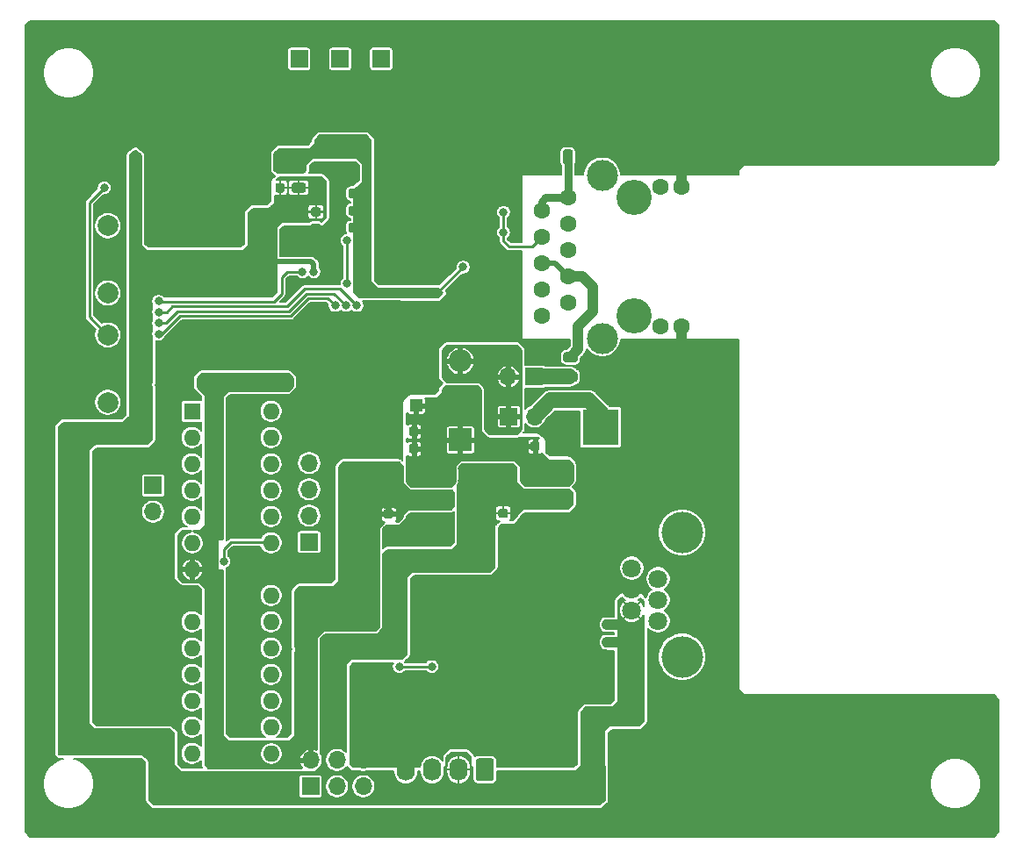
<source format=gbl>
G04 #@! TF.GenerationSoftware,KiCad,Pcbnew,(5.1.6)-1*
G04 #@! TF.CreationDate,2022-06-26T18:03:46+10:00*
G04 #@! TF.ProjectId,controller,636f6e74-726f-46c6-9c65-722e6b696361,rev?*
G04 #@! TF.SameCoordinates,Original*
G04 #@! TF.FileFunction,Copper,L2,Bot*
G04 #@! TF.FilePolarity,Positive*
%FSLAX46Y46*%
G04 Gerber Fmt 4.6, Leading zero omitted, Abs format (unit mm)*
G04 Created by KiCad (PCBNEW (5.1.6)-1) date 2022-06-26 18:03:46*
%MOMM*%
%LPD*%
G01*
G04 APERTURE LIST*
G04 #@! TA.AperFunction,ComponentPad*
%ADD10R,3.500000X3.500000*%
G04 #@! TD*
G04 #@! TA.AperFunction,ComponentPad*
%ADD11C,3.400000*%
G04 #@! TD*
G04 #@! TA.AperFunction,ComponentPad*
%ADD12C,3.000000*%
G04 #@! TD*
G04 #@! TA.AperFunction,ComponentPad*
%ADD13C,1.600000*%
G04 #@! TD*
G04 #@! TA.AperFunction,ComponentPad*
%ADD14O,1.600000X1.600000*%
G04 #@! TD*
G04 #@! TA.AperFunction,ComponentPad*
%ADD15R,1.600000X1.600000*%
G04 #@! TD*
G04 #@! TA.AperFunction,ComponentPad*
%ADD16C,2.000000*%
G04 #@! TD*
G04 #@! TA.AperFunction,ComponentPad*
%ADD17R,1.700000X1.700000*%
G04 #@! TD*
G04 #@! TA.AperFunction,ComponentPad*
%ADD18O,1.700000X1.700000*%
G04 #@! TD*
G04 #@! TA.AperFunction,ComponentPad*
%ADD19C,1.800000*%
G04 #@! TD*
G04 #@! TA.AperFunction,ComponentPad*
%ADD20C,4.000000*%
G04 #@! TD*
G04 #@! TA.AperFunction,ComponentPad*
%ADD21O,1.740000X2.190000*%
G04 #@! TD*
G04 #@! TA.AperFunction,ComponentPad*
%ADD22O,2.200000X2.200000*%
G04 #@! TD*
G04 #@! TA.AperFunction,ComponentPad*
%ADD23R,2.200000X2.200000*%
G04 #@! TD*
G04 #@! TA.AperFunction,ComponentPad*
%ADD24C,1.200000*%
G04 #@! TD*
G04 #@! TA.AperFunction,ComponentPad*
%ADD25R,1.200000X1.200000*%
G04 #@! TD*
G04 #@! TA.AperFunction,ViaPad*
%ADD26C,0.800000*%
G04 #@! TD*
G04 #@! TA.AperFunction,Conductor*
%ADD27C,1.000000*%
G04 #@! TD*
G04 #@! TA.AperFunction,Conductor*
%ADD28C,0.250000*%
G04 #@! TD*
G04 #@! TA.AperFunction,Conductor*
%ADD29C,0.500000*%
G04 #@! TD*
G04 #@! TA.AperFunction,Conductor*
%ADD30C,0.750000*%
G04 #@! TD*
G04 #@! TA.AperFunction,Conductor*
%ADD31C,1.500000*%
G04 #@! TD*
G04 #@! TA.AperFunction,Conductor*
%ADD32C,0.254000*%
G04 #@! TD*
G04 #@! TA.AperFunction,Conductor*
%ADD33C,0.200000*%
G04 #@! TD*
G04 APERTURE END LIST*
G04 #@! TA.AperFunction,ComponentPad*
G36*
G01*
X156050000Y-78625000D02*
X156050000Y-80375000D01*
G75*
G02*
X155175000Y-81250000I-875000J0D01*
G01*
X153425000Y-81250000D01*
G75*
G02*
X152550000Y-80375000I0J875000D01*
G01*
X152550000Y-78625000D01*
G75*
G02*
X153425000Y-77750000I875000J0D01*
G01*
X155175000Y-77750000D01*
G75*
G02*
X156050000Y-78625000I0J-875000D01*
G01*
G37*
G04 #@! TD.AperFunction*
G04 #@! TA.AperFunction,ComponentPad*
G36*
G01*
X158800000Y-83200000D02*
X158800000Y-85200000D01*
G75*
G02*
X158050000Y-85950000I-750000J0D01*
G01*
X156550000Y-85950000D01*
G75*
G02*
X155800000Y-85200000I0J750000D01*
G01*
X155800000Y-83200000D01*
G75*
G02*
X156550000Y-82450000I750000J0D01*
G01*
X158050000Y-82450000D01*
G75*
G02*
X158800000Y-83200000I0J-750000D01*
G01*
G37*
G04 #@! TD.AperFunction*
D10*
X151300000Y-84200000D03*
D11*
X154500000Y-62050000D03*
X154500000Y-73480000D03*
D12*
X151450000Y-59890000D03*
X151450000Y-75640000D03*
D13*
X159070000Y-61040000D03*
X159070000Y-74490000D03*
X157040000Y-74490000D03*
X157040000Y-61040000D03*
X145610000Y-63320000D03*
X145610000Y-65860000D03*
X145610000Y-68400000D03*
X145610000Y-70940000D03*
X145610000Y-73480000D03*
X148150000Y-64590000D03*
X148150000Y-62050000D03*
X148150000Y-72210000D03*
X148150000Y-69670000D03*
X148150000Y-67130000D03*
G04 #@! TA.AperFunction,SMDPad,CuDef*
G36*
G01*
X127000000Y-61906250D02*
X127000000Y-61393750D01*
G75*
G02*
X127218750Y-61175000I218750J0D01*
G01*
X127656250Y-61175000D01*
G75*
G02*
X127875000Y-61393750I0J-218750D01*
G01*
X127875000Y-61906250D01*
G75*
G02*
X127656250Y-62125000I-218750J0D01*
G01*
X127218750Y-62125000D01*
G75*
G02*
X127000000Y-61906250I0J218750D01*
G01*
G37*
G04 #@! TD.AperFunction*
G04 #@! TA.AperFunction,SMDPad,CuDef*
G36*
G01*
X125425000Y-61906250D02*
X125425000Y-61393750D01*
G75*
G02*
X125643750Y-61175000I218750J0D01*
G01*
X126081250Y-61175000D01*
G75*
G02*
X126300000Y-61393750I0J-218750D01*
G01*
X126300000Y-61906250D01*
G75*
G02*
X126081250Y-62125000I-218750J0D01*
G01*
X125643750Y-62125000D01*
G75*
G02*
X125425000Y-61906250I0J218750D01*
G01*
G37*
G04 #@! TD.AperFunction*
D14*
X119520000Y-82650000D03*
X111900000Y-115670000D03*
X119520000Y-85190000D03*
X111900000Y-113130000D03*
X119520000Y-87730000D03*
X111900000Y-110590000D03*
X119520000Y-90270000D03*
X111900000Y-108050000D03*
X119520000Y-92810000D03*
X111900000Y-105510000D03*
X119520000Y-95350000D03*
X111900000Y-102970000D03*
X119520000Y-97890000D03*
X111900000Y-100430000D03*
X119520000Y-100430000D03*
X111900000Y-97890000D03*
X119520000Y-102970000D03*
X111900000Y-95350000D03*
X119520000Y-105510000D03*
X111900000Y-92810000D03*
X119520000Y-108050000D03*
X111900000Y-90270000D03*
X119520000Y-110590000D03*
X111900000Y-87730000D03*
X119520000Y-113130000D03*
X111900000Y-85190000D03*
X119520000Y-115670000D03*
D15*
X111900000Y-82650000D03*
D16*
X103800000Y-81800000D03*
X99300000Y-81800000D03*
X103800000Y-75300000D03*
X99300000Y-75300000D03*
X103800000Y-71250000D03*
X99300000Y-71250000D03*
X103800000Y-64750000D03*
X99300000Y-64750000D03*
D17*
X144900000Y-79300000D03*
D18*
X142360000Y-79300000D03*
D17*
X142400000Y-83150000D03*
D18*
X144940000Y-83150000D03*
X126200000Y-51190000D03*
D17*
X126200000Y-48650000D03*
D18*
X122250000Y-51190000D03*
D17*
X122250000Y-48650000D03*
D18*
X130150000Y-51190000D03*
D17*
X130150000Y-48650000D03*
D19*
X154310000Y-97800000D03*
X156850000Y-98820000D03*
X154310000Y-99840000D03*
X156850000Y-100860000D03*
X156850000Y-102900000D03*
X154310000Y-101880000D03*
D20*
X159150000Y-94350000D03*
X159150000Y-106350000D03*
D18*
X123200000Y-85120000D03*
X123200000Y-87660000D03*
X123200000Y-90200000D03*
X123200000Y-92740000D03*
D17*
X123200000Y-95280000D03*
D21*
X132530000Y-117250000D03*
X135070000Y-117250000D03*
X137610000Y-117250000D03*
G04 #@! TA.AperFunction,ComponentPad*
G36*
G01*
X141020000Y-116404999D02*
X141020000Y-118095001D01*
G75*
G02*
X140770001Y-118345000I-249999J0D01*
G01*
X139529999Y-118345000D01*
G75*
G02*
X139280000Y-118095001I0J249999D01*
G01*
X139280000Y-116404999D01*
G75*
G02*
X139529999Y-116155000I249999J0D01*
G01*
X140770001Y-116155000D01*
G75*
G02*
X141020000Y-116404999I0J-249999D01*
G01*
G37*
G04 #@! TD.AperFunction*
D17*
X108150000Y-89800000D03*
D18*
X108150000Y-92340000D03*
X128430000Y-116310000D03*
X128430000Y-118850000D03*
X125890000Y-116310000D03*
X125890000Y-118850000D03*
X123350000Y-116310000D03*
D17*
X123350000Y-118850000D03*
G04 #@! TA.AperFunction,SMDPad,CuDef*
G36*
G01*
X147650000Y-58556250D02*
X147650000Y-57643750D01*
G75*
G02*
X147893750Y-57400000I243750J0D01*
G01*
X148381250Y-57400000D01*
G75*
G02*
X148625000Y-57643750I0J-243750D01*
G01*
X148625000Y-58556250D01*
G75*
G02*
X148381250Y-58800000I-243750J0D01*
G01*
X147893750Y-58800000D01*
G75*
G02*
X147650000Y-58556250I0J243750D01*
G01*
G37*
G04 #@! TD.AperFunction*
G04 #@! TA.AperFunction,SMDPad,CuDef*
G36*
G01*
X145775000Y-58556250D02*
X145775000Y-57643750D01*
G75*
G02*
X146018750Y-57400000I243750J0D01*
G01*
X146506250Y-57400000D01*
G75*
G02*
X146750000Y-57643750I0J-243750D01*
G01*
X146750000Y-58556250D01*
G75*
G02*
X146506250Y-58800000I-243750J0D01*
G01*
X146018750Y-58800000D01*
G75*
G02*
X145775000Y-58556250I0J243750D01*
G01*
G37*
G04 #@! TD.AperFunction*
G04 #@! TA.AperFunction,SMDPad,CuDef*
G36*
G01*
X148856250Y-79812500D02*
X147943750Y-79812500D01*
G75*
G02*
X147700000Y-79568750I0J243750D01*
G01*
X147700000Y-79081250D01*
G75*
G02*
X147943750Y-78837500I243750J0D01*
G01*
X148856250Y-78837500D01*
G75*
G02*
X149100000Y-79081250I0J-243750D01*
G01*
X149100000Y-79568750D01*
G75*
G02*
X148856250Y-79812500I-243750J0D01*
G01*
G37*
G04 #@! TD.AperFunction*
G04 #@! TA.AperFunction,SMDPad,CuDef*
G36*
G01*
X148856250Y-77937500D02*
X147943750Y-77937500D01*
G75*
G02*
X147700000Y-77693750I0J243750D01*
G01*
X147700000Y-77206250D01*
G75*
G02*
X147943750Y-76962500I243750J0D01*
G01*
X148856250Y-76962500D01*
G75*
G02*
X149100000Y-77206250I0J-243750D01*
G01*
X149100000Y-77693750D01*
G75*
G02*
X148856250Y-77937500I-243750J0D01*
G01*
G37*
G04 #@! TD.AperFunction*
G04 #@! TA.AperFunction,SMDPad,CuDef*
G36*
G01*
X122656250Y-59700000D02*
X121743750Y-59700000D01*
G75*
G02*
X121500000Y-59456250I0J243750D01*
G01*
X121500000Y-58968750D01*
G75*
G02*
X121743750Y-58725000I243750J0D01*
G01*
X122656250Y-58725000D01*
G75*
G02*
X122900000Y-58968750I0J-243750D01*
G01*
X122900000Y-59456250D01*
G75*
G02*
X122656250Y-59700000I-243750J0D01*
G01*
G37*
G04 #@! TD.AperFunction*
G04 #@! TA.AperFunction,SMDPad,CuDef*
G36*
G01*
X122656250Y-61575000D02*
X121743750Y-61575000D01*
G75*
G02*
X121500000Y-61331250I0J243750D01*
G01*
X121500000Y-60843750D01*
G75*
G02*
X121743750Y-60600000I243750J0D01*
G01*
X122656250Y-60600000D01*
G75*
G02*
X122900000Y-60843750I0J-243750D01*
G01*
X122900000Y-61331250D01*
G75*
G02*
X122656250Y-61575000I-243750J0D01*
G01*
G37*
G04 #@! TD.AperFunction*
D22*
X137750000Y-77780000D03*
D23*
X137750000Y-85400000D03*
G04 #@! TA.AperFunction,SMDPad,CuDef*
G36*
G01*
X150800000Y-104693750D02*
X150800000Y-105206250D01*
G75*
G02*
X150581250Y-105425000I-218750J0D01*
G01*
X150143750Y-105425000D01*
G75*
G02*
X149925000Y-105206250I0J218750D01*
G01*
X149925000Y-104693750D01*
G75*
G02*
X150143750Y-104475000I218750J0D01*
G01*
X150581250Y-104475000D01*
G75*
G02*
X150800000Y-104693750I0J-218750D01*
G01*
G37*
G04 #@! TD.AperFunction*
G04 #@! TA.AperFunction,SMDPad,CuDef*
G36*
G01*
X152375000Y-104693750D02*
X152375000Y-105206250D01*
G75*
G02*
X152156250Y-105425000I-218750J0D01*
G01*
X151718750Y-105425000D01*
G75*
G02*
X151500000Y-105206250I0J218750D01*
G01*
X151500000Y-104693750D01*
G75*
G02*
X151718750Y-104475000I218750J0D01*
G01*
X152156250Y-104475000D01*
G75*
G02*
X152375000Y-104693750I0J-218750D01*
G01*
G37*
G04 #@! TD.AperFunction*
G04 #@! TA.AperFunction,SMDPad,CuDef*
G36*
G01*
X150800000Y-102993750D02*
X150800000Y-103506250D01*
G75*
G02*
X150581250Y-103725000I-218750J0D01*
G01*
X150143750Y-103725000D01*
G75*
G02*
X149925000Y-103506250I0J218750D01*
G01*
X149925000Y-102993750D01*
G75*
G02*
X150143750Y-102775000I218750J0D01*
G01*
X150581250Y-102775000D01*
G75*
G02*
X150800000Y-102993750I0J-218750D01*
G01*
G37*
G04 #@! TD.AperFunction*
G04 #@! TA.AperFunction,SMDPad,CuDef*
G36*
G01*
X152375000Y-102993750D02*
X152375000Y-103506250D01*
G75*
G02*
X152156250Y-103725000I-218750J0D01*
G01*
X151718750Y-103725000D01*
G75*
G02*
X151500000Y-103506250I0J218750D01*
G01*
X151500000Y-102993750D01*
G75*
G02*
X151718750Y-102775000I218750J0D01*
G01*
X152156250Y-102775000D01*
G75*
G02*
X152375000Y-102993750I0J-218750D01*
G01*
G37*
G04 #@! TD.AperFunction*
D24*
X133500000Y-80100000D03*
D25*
X133500000Y-82100000D03*
G04 #@! TA.AperFunction,SMDPad,CuDef*
G36*
G01*
X132150000Y-84343750D02*
X132150000Y-84856250D01*
G75*
G02*
X131931250Y-85075000I-218750J0D01*
G01*
X131493750Y-85075000D01*
G75*
G02*
X131275000Y-84856250I0J218750D01*
G01*
X131275000Y-84343750D01*
G75*
G02*
X131493750Y-84125000I218750J0D01*
G01*
X131931250Y-84125000D01*
G75*
G02*
X132150000Y-84343750I0J-218750D01*
G01*
G37*
G04 #@! TD.AperFunction*
G04 #@! TA.AperFunction,SMDPad,CuDef*
G36*
G01*
X133725000Y-84343750D02*
X133725000Y-84856250D01*
G75*
G02*
X133506250Y-85075000I-218750J0D01*
G01*
X133068750Y-85075000D01*
G75*
G02*
X132850000Y-84856250I0J218750D01*
G01*
X132850000Y-84343750D01*
G75*
G02*
X133068750Y-84125000I218750J0D01*
G01*
X133506250Y-84125000D01*
G75*
G02*
X133725000Y-84343750I0J-218750D01*
G01*
G37*
G04 #@! TD.AperFunction*
G04 #@! TA.AperFunction,SMDPad,CuDef*
G36*
G01*
X118375000Y-59456250D02*
X118375000Y-58943750D01*
G75*
G02*
X118593750Y-58725000I218750J0D01*
G01*
X119031250Y-58725000D01*
G75*
G02*
X119250000Y-58943750I0J-218750D01*
G01*
X119250000Y-59456250D01*
G75*
G02*
X119031250Y-59675000I-218750J0D01*
G01*
X118593750Y-59675000D01*
G75*
G02*
X118375000Y-59456250I0J218750D01*
G01*
G37*
G04 #@! TD.AperFunction*
G04 #@! TA.AperFunction,SMDPad,CuDef*
G36*
G01*
X119950000Y-59456250D02*
X119950000Y-58943750D01*
G75*
G02*
X120168750Y-58725000I218750J0D01*
G01*
X120606250Y-58725000D01*
G75*
G02*
X120825000Y-58943750I0J-218750D01*
G01*
X120825000Y-59456250D01*
G75*
G02*
X120606250Y-59675000I-218750J0D01*
G01*
X120168750Y-59675000D01*
G75*
G02*
X119950000Y-59456250I0J218750D01*
G01*
G37*
G04 #@! TD.AperFunction*
G04 #@! TA.AperFunction,SMDPad,CuDef*
G36*
G01*
X127000000Y-65206250D02*
X127000000Y-64693750D01*
G75*
G02*
X127218750Y-64475000I218750J0D01*
G01*
X127656250Y-64475000D01*
G75*
G02*
X127875000Y-64693750I0J-218750D01*
G01*
X127875000Y-65206250D01*
G75*
G02*
X127656250Y-65425000I-218750J0D01*
G01*
X127218750Y-65425000D01*
G75*
G02*
X127000000Y-65206250I0J218750D01*
G01*
G37*
G04 #@! TD.AperFunction*
G04 #@! TA.AperFunction,SMDPad,CuDef*
G36*
G01*
X125425000Y-65206250D02*
X125425000Y-64693750D01*
G75*
G02*
X125643750Y-64475000I218750J0D01*
G01*
X126081250Y-64475000D01*
G75*
G02*
X126300000Y-64693750I0J-218750D01*
G01*
X126300000Y-65206250D01*
G75*
G02*
X126081250Y-65425000I-218750J0D01*
G01*
X125643750Y-65425000D01*
G75*
G02*
X125425000Y-65206250I0J218750D01*
G01*
G37*
G04 #@! TD.AperFunction*
G04 #@! TA.AperFunction,SMDPad,CuDef*
G36*
G01*
X127000000Y-63556250D02*
X127000000Y-63043750D01*
G75*
G02*
X127218750Y-62825000I218750J0D01*
G01*
X127656250Y-62825000D01*
G75*
G02*
X127875000Y-63043750I0J-218750D01*
G01*
X127875000Y-63556250D01*
G75*
G02*
X127656250Y-63775000I-218750J0D01*
G01*
X127218750Y-63775000D01*
G75*
G02*
X127000000Y-63556250I0J218750D01*
G01*
G37*
G04 #@! TD.AperFunction*
G04 #@! TA.AperFunction,SMDPad,CuDef*
G36*
G01*
X125425000Y-63556250D02*
X125425000Y-63043750D01*
G75*
G02*
X125643750Y-62825000I218750J0D01*
G01*
X126081250Y-62825000D01*
G75*
G02*
X126300000Y-63043750I0J-218750D01*
G01*
X126300000Y-63556250D01*
G75*
G02*
X126081250Y-63775000I-218750J0D01*
G01*
X125643750Y-63775000D01*
G75*
G02*
X125425000Y-63556250I0J218750D01*
G01*
G37*
G04 #@! TD.AperFunction*
G04 #@! TA.AperFunction,SMDPad,CuDef*
G36*
G01*
X128143750Y-56250000D02*
X128656250Y-56250000D01*
G75*
G02*
X128875000Y-56468750I0J-218750D01*
G01*
X128875000Y-56906250D01*
G75*
G02*
X128656250Y-57125000I-218750J0D01*
G01*
X128143750Y-57125000D01*
G75*
G02*
X127925000Y-56906250I0J218750D01*
G01*
X127925000Y-56468750D01*
G75*
G02*
X128143750Y-56250000I218750J0D01*
G01*
G37*
G04 #@! TD.AperFunction*
G04 #@! TA.AperFunction,SMDPad,CuDef*
G36*
G01*
X128143750Y-54675000D02*
X128656250Y-54675000D01*
G75*
G02*
X128875000Y-54893750I0J-218750D01*
G01*
X128875000Y-55331250D01*
G75*
G02*
X128656250Y-55550000I-218750J0D01*
G01*
X128143750Y-55550000D01*
G75*
G02*
X127925000Y-55331250I0J218750D01*
G01*
X127925000Y-54893750D01*
G75*
G02*
X128143750Y-54675000I218750J0D01*
G01*
G37*
G04 #@! TD.AperFunction*
G04 #@! TA.AperFunction,SMDPad,CuDef*
G36*
G01*
X126143750Y-56250000D02*
X126656250Y-56250000D01*
G75*
G02*
X126875000Y-56468750I0J-218750D01*
G01*
X126875000Y-56906250D01*
G75*
G02*
X126656250Y-57125000I-218750J0D01*
G01*
X126143750Y-57125000D01*
G75*
G02*
X125925000Y-56906250I0J218750D01*
G01*
X125925000Y-56468750D01*
G75*
G02*
X126143750Y-56250000I218750J0D01*
G01*
G37*
G04 #@! TD.AperFunction*
G04 #@! TA.AperFunction,SMDPad,CuDef*
G36*
G01*
X126143750Y-54675000D02*
X126656250Y-54675000D01*
G75*
G02*
X126875000Y-54893750I0J-218750D01*
G01*
X126875000Y-55331250D01*
G75*
G02*
X126656250Y-55550000I-218750J0D01*
G01*
X126143750Y-55550000D01*
G75*
G02*
X125925000Y-55331250I0J218750D01*
G01*
X125925000Y-54893750D01*
G75*
G02*
X126143750Y-54675000I218750J0D01*
G01*
G37*
G04 #@! TD.AperFunction*
G04 #@! TA.AperFunction,SMDPad,CuDef*
G36*
G01*
X124143750Y-56250000D02*
X124656250Y-56250000D01*
G75*
G02*
X124875000Y-56468750I0J-218750D01*
G01*
X124875000Y-56906250D01*
G75*
G02*
X124656250Y-57125000I-218750J0D01*
G01*
X124143750Y-57125000D01*
G75*
G02*
X123925000Y-56906250I0J218750D01*
G01*
X123925000Y-56468750D01*
G75*
G02*
X124143750Y-56250000I218750J0D01*
G01*
G37*
G04 #@! TD.AperFunction*
G04 #@! TA.AperFunction,SMDPad,CuDef*
G36*
G01*
X124143750Y-54675000D02*
X124656250Y-54675000D01*
G75*
G02*
X124875000Y-54893750I0J-218750D01*
G01*
X124875000Y-55331250D01*
G75*
G02*
X124656250Y-55550000I-218750J0D01*
G01*
X124143750Y-55550000D01*
G75*
G02*
X123925000Y-55331250I0J218750D01*
G01*
X123925000Y-54893750D01*
G75*
G02*
X124143750Y-54675000I218750J0D01*
G01*
G37*
G04 #@! TD.AperFunction*
G04 #@! TA.AperFunction,SMDPad,CuDef*
G36*
G01*
X124106250Y-63850000D02*
X123593750Y-63850000D01*
G75*
G02*
X123375000Y-63631250I0J218750D01*
G01*
X123375000Y-63193750D01*
G75*
G02*
X123593750Y-62975000I218750J0D01*
G01*
X124106250Y-62975000D01*
G75*
G02*
X124325000Y-63193750I0J-218750D01*
G01*
X124325000Y-63631250D01*
G75*
G02*
X124106250Y-63850000I-218750J0D01*
G01*
G37*
G04 #@! TD.AperFunction*
G04 #@! TA.AperFunction,SMDPad,CuDef*
G36*
G01*
X124106250Y-65425000D02*
X123593750Y-65425000D01*
G75*
G02*
X123375000Y-65206250I0J218750D01*
G01*
X123375000Y-64768750D01*
G75*
G02*
X123593750Y-64550000I218750J0D01*
G01*
X124106250Y-64550000D01*
G75*
G02*
X124325000Y-64768750I0J-218750D01*
G01*
X124325000Y-65206250D01*
G75*
G02*
X124106250Y-65425000I-218750J0D01*
G01*
G37*
G04 #@! TD.AperFunction*
G04 #@! TA.AperFunction,SMDPad,CuDef*
G36*
G01*
X119950000Y-61356250D02*
X119950000Y-60843750D01*
G75*
G02*
X120168750Y-60625000I218750J0D01*
G01*
X120606250Y-60625000D01*
G75*
G02*
X120825000Y-60843750I0J-218750D01*
G01*
X120825000Y-61356250D01*
G75*
G02*
X120606250Y-61575000I-218750J0D01*
G01*
X120168750Y-61575000D01*
G75*
G02*
X119950000Y-61356250I0J218750D01*
G01*
G37*
G04 #@! TD.AperFunction*
G04 #@! TA.AperFunction,SMDPad,CuDef*
G36*
G01*
X118375000Y-61356250D02*
X118375000Y-60843750D01*
G75*
G02*
X118593750Y-60625000I218750J0D01*
G01*
X119031250Y-60625000D01*
G75*
G02*
X119250000Y-60843750I0J-218750D01*
G01*
X119250000Y-61356250D01*
G75*
G02*
X119031250Y-61575000I-218750J0D01*
G01*
X118593750Y-61575000D01*
G75*
G02*
X118375000Y-61356250I0J218750D01*
G01*
G37*
G04 #@! TD.AperFunction*
G04 #@! TA.AperFunction,SMDPad,CuDef*
G36*
G01*
X142156250Y-92950000D02*
X141643750Y-92950000D01*
G75*
G02*
X141425000Y-92731250I0J218750D01*
G01*
X141425000Y-92293750D01*
G75*
G02*
X141643750Y-92075000I218750J0D01*
G01*
X142156250Y-92075000D01*
G75*
G02*
X142375000Y-92293750I0J-218750D01*
G01*
X142375000Y-92731250D01*
G75*
G02*
X142156250Y-92950000I-218750J0D01*
G01*
G37*
G04 #@! TD.AperFunction*
G04 #@! TA.AperFunction,SMDPad,CuDef*
G36*
G01*
X142156250Y-94525000D02*
X141643750Y-94525000D01*
G75*
G02*
X141425000Y-94306250I0J218750D01*
G01*
X141425000Y-93868750D01*
G75*
G02*
X141643750Y-93650000I218750J0D01*
G01*
X142156250Y-93650000D01*
G75*
G02*
X142375000Y-93868750I0J-218750D01*
G01*
X142375000Y-94306250D01*
G75*
G02*
X142156250Y-94525000I-218750J0D01*
G01*
G37*
G04 #@! TD.AperFunction*
G04 #@! TA.AperFunction,SMDPad,CuDef*
G36*
G01*
X131106250Y-93000000D02*
X130593750Y-93000000D01*
G75*
G02*
X130375000Y-92781250I0J218750D01*
G01*
X130375000Y-92343750D01*
G75*
G02*
X130593750Y-92125000I218750J0D01*
G01*
X131106250Y-92125000D01*
G75*
G02*
X131325000Y-92343750I0J-218750D01*
G01*
X131325000Y-92781250D01*
G75*
G02*
X131106250Y-93000000I-218750J0D01*
G01*
G37*
G04 #@! TD.AperFunction*
G04 #@! TA.AperFunction,SMDPad,CuDef*
G36*
G01*
X131106250Y-94575000D02*
X130593750Y-94575000D01*
G75*
G02*
X130375000Y-94356250I0J218750D01*
G01*
X130375000Y-93918750D01*
G75*
G02*
X130593750Y-93700000I218750J0D01*
G01*
X131106250Y-93700000D01*
G75*
G02*
X131325000Y-93918750I0J-218750D01*
G01*
X131325000Y-94356250D01*
G75*
G02*
X131106250Y-94575000I-218750J0D01*
G01*
G37*
G04 #@! TD.AperFunction*
G04 #@! TA.AperFunction,SMDPad,CuDef*
G36*
G01*
X145400000Y-85793750D02*
X145400000Y-86306250D01*
G75*
G02*
X145181250Y-86525000I-218750J0D01*
G01*
X144743750Y-86525000D01*
G75*
G02*
X144525000Y-86306250I0J218750D01*
G01*
X144525000Y-85793750D01*
G75*
G02*
X144743750Y-85575000I218750J0D01*
G01*
X145181250Y-85575000D01*
G75*
G02*
X145400000Y-85793750I0J-218750D01*
G01*
G37*
G04 #@! TD.AperFunction*
G04 #@! TA.AperFunction,SMDPad,CuDef*
G36*
G01*
X146975000Y-85793750D02*
X146975000Y-86306250D01*
G75*
G02*
X146756250Y-86525000I-218750J0D01*
G01*
X146318750Y-86525000D01*
G75*
G02*
X146100000Y-86306250I0J218750D01*
G01*
X146100000Y-85793750D01*
G75*
G02*
X146318750Y-85575000I218750J0D01*
G01*
X146756250Y-85575000D01*
G75*
G02*
X146975000Y-85793750I0J-218750D01*
G01*
G37*
G04 #@! TD.AperFunction*
G04 #@! TA.AperFunction,SMDPad,CuDef*
G36*
G01*
X132850000Y-86506250D02*
X132850000Y-85993750D01*
G75*
G02*
X133068750Y-85775000I218750J0D01*
G01*
X133506250Y-85775000D01*
G75*
G02*
X133725000Y-85993750I0J-218750D01*
G01*
X133725000Y-86506250D01*
G75*
G02*
X133506250Y-86725000I-218750J0D01*
G01*
X133068750Y-86725000D01*
G75*
G02*
X132850000Y-86506250I0J218750D01*
G01*
G37*
G04 #@! TD.AperFunction*
G04 #@! TA.AperFunction,SMDPad,CuDef*
G36*
G01*
X131275000Y-86506250D02*
X131275000Y-85993750D01*
G75*
G02*
X131493750Y-85775000I218750J0D01*
G01*
X131931250Y-85775000D01*
G75*
G02*
X132150000Y-85993750I0J-218750D01*
G01*
X132150000Y-86506250D01*
G75*
G02*
X131931250Y-86725000I-218750J0D01*
G01*
X131493750Y-86725000D01*
G75*
G02*
X131275000Y-86506250I0J218750D01*
G01*
G37*
G04 #@! TD.AperFunction*
D26*
X147950000Y-87850000D03*
X148000000Y-89300000D03*
X144250000Y-88550000D03*
X136750000Y-88250000D03*
X136750000Y-89250000D03*
X133150000Y-88850000D03*
X131900000Y-111900000D03*
X138900000Y-111900000D03*
X136300000Y-115200000D03*
X121200000Y-105600000D03*
X138900000Y-106500000D03*
X108700000Y-80100000D03*
X148000000Y-94050000D03*
X148000000Y-92800000D03*
X146750000Y-95250000D03*
X148000000Y-95250000D03*
X145500000Y-95250000D03*
X143000000Y-95250000D03*
X144250000Y-95250000D03*
X131750000Y-95200000D03*
X133000000Y-95200000D03*
X140150000Y-115200000D03*
X110750000Y-86450000D03*
X109150000Y-87950000D03*
X143150000Y-107500000D03*
X147150000Y-107500000D03*
X151550000Y-107500000D03*
X156400000Y-107500000D03*
X156400000Y-104850000D03*
X136750000Y-92900000D03*
X136750000Y-94150000D03*
X136750000Y-95200000D03*
X135500000Y-95200000D03*
X134250000Y-95200000D03*
X111600000Y-74700000D03*
X115100000Y-74700000D03*
X111950000Y-58100000D03*
X111950000Y-60100000D03*
X104900000Y-77400000D03*
X104900000Y-80100000D03*
X133000000Y-94100000D03*
X133000000Y-93050000D03*
X144250000Y-92800000D03*
X144250000Y-94050000D03*
X143000000Y-94050000D03*
X105100000Y-104250000D03*
X105100000Y-106800000D03*
X116650000Y-113700000D03*
X116650000Y-111500000D03*
X128350000Y-78300000D03*
X126050000Y-80550000D03*
X130600000Y-80550000D03*
X112000000Y-62600000D03*
X116350000Y-61600000D03*
X116350000Y-57800000D03*
X111950000Y-55450000D03*
X132500000Y-63200000D03*
X132500000Y-65650000D03*
X130500000Y-67450000D03*
X131700000Y-68750000D03*
X136650000Y-67100000D03*
X136650000Y-65650000D03*
X137850000Y-65650000D03*
X136650000Y-63250000D03*
X137850000Y-63250000D03*
X143150000Y-63250000D03*
X143150000Y-65650000D03*
X137100000Y-70900000D03*
X141950000Y-69500000D03*
X143200000Y-69500000D03*
X141950000Y-71750000D03*
X143200000Y-71750000D03*
X134600000Y-70000000D03*
X132900000Y-70000000D03*
X137850000Y-62200000D03*
X136650000Y-62200000D03*
X135450000Y-62200000D03*
X134200000Y-62200000D03*
X141950000Y-74050000D03*
X137850000Y-67100000D03*
X137850000Y-60100000D03*
X132300000Y-58700000D03*
X122250000Y-67200000D03*
X126050000Y-61000000D03*
X126050000Y-62600000D03*
X126050000Y-64200000D03*
X188950000Y-45700000D03*
X188950000Y-58200000D03*
X189000000Y-110700000D03*
X189000000Y-123000000D03*
X123600000Y-97900000D03*
X128100000Y-109700000D03*
X128100000Y-111900000D03*
X146350000Y-115200000D03*
X151600000Y-109700000D03*
X147900000Y-109750000D03*
X156400000Y-109700000D03*
X152950000Y-115150000D03*
X152950000Y-119950000D03*
X148450000Y-123000000D03*
X136850000Y-123000000D03*
X124950000Y-123000000D03*
X112100000Y-123000000D03*
X106050000Y-118450000D03*
X97250000Y-114100000D03*
X97250000Y-104000000D03*
X97250000Y-93950000D03*
X160750000Y-115150000D03*
X163900000Y-115150000D03*
X162800000Y-110600000D03*
X159950000Y-97800000D03*
X163650000Y-97800000D03*
X163650000Y-101600000D03*
X163650000Y-90900000D03*
X163600000Y-84100000D03*
X163600000Y-76800000D03*
X154850000Y-76800000D03*
X159850000Y-84100000D03*
X163650000Y-59100000D03*
X154250000Y-59100000D03*
X143100000Y-59100000D03*
X146350000Y-56650000D03*
X163650000Y-45700000D03*
X143100000Y-45700000D03*
X116400000Y-45600000D03*
X132300000Y-55000000D03*
X137850000Y-55000000D03*
X143100000Y-55000000D03*
X137850000Y-52450000D03*
X151450000Y-52450000D03*
X97050000Y-45600000D03*
X99950000Y-55250000D03*
X102250000Y-55050000D03*
X147850000Y-101250000D03*
X122400000Y-76400000D03*
X112000000Y-66100000D03*
X116350000Y-66050000D03*
X116400000Y-49000000D03*
X106200000Y-95450000D03*
X106200000Y-97200000D03*
X129600000Y-54950000D03*
X121450000Y-86400000D03*
X121450000Y-89000000D03*
X121450000Y-91550000D03*
X121450000Y-94050000D03*
X137600000Y-105700000D03*
X134600000Y-101000000D03*
X138050000Y-68750000D03*
X135500000Y-71300000D03*
X128750000Y-62750000D03*
X128750000Y-64750000D03*
X127850000Y-57800000D03*
X126850000Y-57800000D03*
X124850000Y-57800000D03*
X128750000Y-61250000D03*
X141950000Y-63450000D03*
X141950000Y-65400000D03*
X131900000Y-107300000D03*
X135025010Y-107300000D03*
X115000000Y-97150000D03*
X127800000Y-72450000D03*
X108700000Y-73100000D03*
X126750000Y-72450000D03*
X108700000Y-74150000D03*
X108700000Y-72050000D03*
X122550000Y-69200000D03*
X126850000Y-66200000D03*
X126850000Y-70350000D03*
X125700000Y-72450000D03*
X108700000Y-75200000D03*
X123400000Y-109700000D03*
X128100000Y-103400000D03*
X129500000Y-101000000D03*
X133150000Y-90700000D03*
X133150000Y-91650000D03*
X131700000Y-91700000D03*
X130650000Y-91700000D03*
X126750000Y-90400000D03*
X126750000Y-91450000D03*
X126750000Y-92500000D03*
X126750000Y-93700000D03*
X129200000Y-93750000D03*
X128150000Y-93750000D03*
X128150000Y-94750000D03*
X126750000Y-94750000D03*
X129200000Y-94750000D03*
X130650000Y-88100000D03*
X130650000Y-90650000D03*
X130650000Y-89400000D03*
X131700000Y-88100000D03*
X131700000Y-90650000D03*
X131700000Y-89400000D03*
X124650000Y-100150000D03*
X119200000Y-79850000D03*
X112950000Y-79850000D03*
X129200000Y-88100000D03*
X128150000Y-88100000D03*
X126750000Y-88100000D03*
X126750000Y-89350000D03*
X136750000Y-91150000D03*
X129500008Y-103400000D03*
X107500000Y-77400000D03*
X137950000Y-89350000D03*
X137950000Y-92850000D03*
X137950000Y-91700000D03*
X137950000Y-90550000D03*
X140400000Y-88150000D03*
X139100000Y-88150000D03*
X123650000Y-69200000D03*
X106450000Y-58200000D03*
X118700000Y-70300000D03*
X144250000Y-118400000D03*
X140350000Y-97550000D03*
X123550000Y-62250000D03*
X148000000Y-91100000D03*
X144250000Y-90550000D03*
X144250000Y-91700000D03*
X142700000Y-90550000D03*
X141600000Y-90550000D03*
X141600000Y-89350000D03*
X141600000Y-88150000D03*
X142700000Y-88150000D03*
X142700000Y-89350000D03*
X137950000Y-88150000D03*
X137950000Y-94150000D03*
X139100000Y-94150000D03*
X140400000Y-94150000D03*
X103450000Y-61100000D03*
D27*
X159070000Y-74490000D02*
X159070000Y-76370000D01*
X159070000Y-61040000D02*
X159070000Y-59530000D01*
D28*
X137950000Y-68850000D02*
X137950000Y-68900000D01*
X126400000Y-56687500D02*
X126637500Y-56687500D01*
X127437500Y-63300000D02*
X127450000Y-63300000D01*
X127437500Y-61650000D02*
X127800000Y-61650000D01*
X127437500Y-64950000D02*
X127850000Y-64950000D01*
X135500000Y-71300000D02*
X138050000Y-68750000D01*
X141950000Y-66250000D02*
X142500000Y-66800000D01*
X142500000Y-66800000D02*
X144700000Y-66800000D01*
X144700000Y-66800000D02*
X145550000Y-65950000D01*
X141950000Y-63450000D02*
X141950000Y-65400000D01*
X141950000Y-66250000D02*
X141950000Y-65400000D01*
D29*
X145610000Y-68400000D02*
X146900000Y-68400000D01*
X146900000Y-68400000D02*
X148150000Y-69650000D01*
D27*
X148150000Y-69670000D02*
X149570000Y-69670000D01*
X149570000Y-69670000D02*
X150550000Y-70650000D01*
X150550000Y-70650000D02*
X150550000Y-73050000D01*
X150550000Y-73050000D02*
X149150000Y-74450000D01*
X149150000Y-74450000D02*
X149150000Y-76650000D01*
X149150000Y-76650000D02*
X148400000Y-77400000D01*
D30*
X145610000Y-63320000D02*
X145610000Y-62440000D01*
X145610000Y-62440000D02*
X146000000Y-62050000D01*
X146000000Y-62050000D02*
X148100000Y-62050000D01*
X148150000Y-62050000D02*
X148150000Y-58250000D01*
D31*
X144940000Y-83150000D02*
X146490000Y-81600000D01*
X146490000Y-81600000D02*
X150150000Y-81600000D01*
X150150000Y-81600000D02*
X151300000Y-82750000D01*
X151300000Y-82750000D02*
X151300000Y-84200000D01*
D28*
X131900000Y-107300000D02*
X135025010Y-107300000D01*
X115000000Y-96000000D02*
X115000000Y-97150000D01*
X119550000Y-95300000D02*
X115700000Y-95300000D01*
X115700000Y-95300000D02*
X115000000Y-96000000D01*
X126199990Y-70849990D02*
X127800000Y-72450000D01*
X110015675Y-72550010D02*
X121049990Y-72550010D01*
X122750010Y-70849990D02*
X126199990Y-70849990D01*
X121049990Y-72550010D02*
X122750010Y-70849990D01*
X109465685Y-73100000D02*
X110015675Y-72550010D01*
X108700000Y-73100000D02*
X109465685Y-73100000D01*
X108700000Y-74250000D02*
X108952095Y-74250000D01*
X110515665Y-73000020D02*
X121236391Y-73000019D01*
X122936410Y-71300000D02*
X121236391Y-73000019D01*
X126750000Y-72450000D02*
X125600000Y-71300000D01*
X125600000Y-71300000D02*
X122936410Y-71300000D01*
X109365685Y-74150000D02*
X110515665Y-73000020D01*
X108700000Y-74150000D02*
X109365685Y-74150000D01*
X121050000Y-69200000D02*
X120550000Y-69700000D01*
X120550000Y-69700000D02*
X120550000Y-71350000D01*
X120550000Y-71350000D02*
X119800000Y-72100000D01*
X122550000Y-69200000D02*
X121050000Y-69200000D01*
X108750000Y-72100000D02*
X108700000Y-72050000D01*
X119800000Y-72100000D02*
X108750000Y-72100000D01*
X126850000Y-66200000D02*
X126850000Y-70350000D01*
X125000010Y-71750010D02*
X125700000Y-72450000D01*
X110749972Y-73450028D02*
X121422792Y-73450028D01*
X123122810Y-71750010D02*
X125000010Y-71750010D01*
X121422792Y-73450028D02*
X123122810Y-71750010D01*
X109000000Y-75200000D02*
X110749972Y-73450028D01*
X108700000Y-75200000D02*
X109000000Y-75200000D01*
D27*
X151937500Y-103250000D02*
X153100000Y-103250000D01*
X151937500Y-104950000D02*
X153450000Y-104950000D01*
D29*
X123650000Y-69200000D02*
X123650000Y-68450000D01*
X123650000Y-68450000D02*
X123400000Y-68200000D01*
X123400000Y-68200000D02*
X119750000Y-68200000D01*
D31*
X144900000Y-79300000D02*
X148300000Y-79300000D01*
D28*
X103450000Y-61100000D02*
X102000000Y-62550000D01*
X102000000Y-62550000D02*
X102000000Y-73550000D01*
X102000000Y-73550000D02*
X103850000Y-75400000D01*
D32*
G36*
X143623000Y-76752606D02*
G01*
X143623000Y-84397394D01*
X143197394Y-84823000D01*
X140552606Y-84823000D01*
X140127000Y-84397394D01*
X140127000Y-84000000D01*
X141221418Y-84000000D01*
X141227732Y-84064103D01*
X141246430Y-84125743D01*
X141276794Y-84182550D01*
X141317657Y-84232343D01*
X141367450Y-84273206D01*
X141424257Y-84303570D01*
X141485897Y-84322268D01*
X141550000Y-84328582D01*
X142191250Y-84327000D01*
X142273000Y-84245250D01*
X142273000Y-83277000D01*
X142527000Y-83277000D01*
X142527000Y-84245250D01*
X142608750Y-84327000D01*
X143250000Y-84328582D01*
X143314103Y-84322268D01*
X143375743Y-84303570D01*
X143432550Y-84273206D01*
X143482343Y-84232343D01*
X143523206Y-84182550D01*
X143553570Y-84125743D01*
X143572268Y-84064103D01*
X143578582Y-84000000D01*
X143577000Y-83358750D01*
X143495250Y-83277000D01*
X142527000Y-83277000D01*
X142273000Y-83277000D01*
X141304750Y-83277000D01*
X141223000Y-83358750D01*
X141221418Y-84000000D01*
X140127000Y-84000000D01*
X140127000Y-82300000D01*
X141221418Y-82300000D01*
X141223000Y-82941250D01*
X141304750Y-83023000D01*
X142273000Y-83023000D01*
X142273000Y-82054750D01*
X142527000Y-82054750D01*
X142527000Y-83023000D01*
X143495250Y-83023000D01*
X143577000Y-82941250D01*
X143578582Y-82300000D01*
X143572268Y-82235897D01*
X143553570Y-82174257D01*
X143523206Y-82117450D01*
X143482343Y-82067657D01*
X143432550Y-82026794D01*
X143375743Y-81996430D01*
X143314103Y-81977732D01*
X143250000Y-81971418D01*
X142608750Y-81973000D01*
X142527000Y-82054750D01*
X142273000Y-82054750D01*
X142191250Y-81973000D01*
X141550000Y-81971418D01*
X141485897Y-81977732D01*
X141424257Y-81996430D01*
X141367450Y-82026794D01*
X141317657Y-82067657D01*
X141276794Y-82117450D01*
X141246430Y-82174257D01*
X141227732Y-82235897D01*
X141221418Y-82300000D01*
X140127000Y-82300000D01*
X140127000Y-80400000D01*
X140124560Y-80375224D01*
X140117333Y-80351399D01*
X140105597Y-80329443D01*
X140089803Y-80310197D01*
X139589803Y-79810197D01*
X139570557Y-79794403D01*
X139548601Y-79782667D01*
X139524776Y-79775440D01*
X139500000Y-79773000D01*
X136502606Y-79773000D01*
X136338092Y-79608486D01*
X141224139Y-79608486D01*
X141306147Y-79824154D01*
X141428654Y-80019679D01*
X141586952Y-80187547D01*
X141774958Y-80321307D01*
X141985447Y-80415819D01*
X142051515Y-80435855D01*
X142233000Y-80387862D01*
X142233000Y-79427000D01*
X142487000Y-79427000D01*
X142487000Y-80387862D01*
X142668485Y-80435855D01*
X142734553Y-80415819D01*
X142945042Y-80321307D01*
X143133048Y-80187547D01*
X143291346Y-80019679D01*
X143413853Y-79824154D01*
X143495861Y-79608486D01*
X143448384Y-79427000D01*
X142487000Y-79427000D01*
X142233000Y-79427000D01*
X141271616Y-79427000D01*
X141224139Y-79608486D01*
X136338092Y-79608486D01*
X136077000Y-79347394D01*
X136077000Y-78127783D01*
X136366024Y-78127783D01*
X136460466Y-78391101D01*
X136604464Y-78630934D01*
X136792484Y-78838067D01*
X137017301Y-79004539D01*
X137270275Y-79123952D01*
X137402217Y-79163971D01*
X137623000Y-79119242D01*
X137623000Y-77907000D01*
X137877000Y-77907000D01*
X137877000Y-79119242D01*
X138097783Y-79163971D01*
X138229725Y-79123952D01*
X138482699Y-79004539D01*
X138500288Y-78991514D01*
X141224139Y-78991514D01*
X141271616Y-79173000D01*
X142233000Y-79173000D01*
X142233000Y-78212138D01*
X142487000Y-78212138D01*
X142487000Y-79173000D01*
X143448384Y-79173000D01*
X143495861Y-78991514D01*
X143413853Y-78775846D01*
X143291346Y-78580321D01*
X143133048Y-78412453D01*
X142945042Y-78278693D01*
X142734553Y-78184181D01*
X142668485Y-78164145D01*
X142487000Y-78212138D01*
X142233000Y-78212138D01*
X142051515Y-78164145D01*
X141985447Y-78184181D01*
X141774958Y-78278693D01*
X141586952Y-78412453D01*
X141428654Y-78580321D01*
X141306147Y-78775846D01*
X141224139Y-78991514D01*
X138500288Y-78991514D01*
X138707516Y-78838067D01*
X138895536Y-78630934D01*
X139039534Y-78391101D01*
X139133976Y-78127783D01*
X139089592Y-77907000D01*
X137877000Y-77907000D01*
X137623000Y-77907000D01*
X136410408Y-77907000D01*
X136366024Y-78127783D01*
X136077000Y-78127783D01*
X136077000Y-77432217D01*
X136366024Y-77432217D01*
X136410408Y-77653000D01*
X137623000Y-77653000D01*
X137623000Y-76440758D01*
X137877000Y-76440758D01*
X137877000Y-77653000D01*
X139089592Y-77653000D01*
X139133976Y-77432217D01*
X139039534Y-77168899D01*
X138895536Y-76929066D01*
X138707516Y-76721933D01*
X138482699Y-76555461D01*
X138229725Y-76436048D01*
X138097783Y-76396029D01*
X137877000Y-76440758D01*
X137623000Y-76440758D01*
X137402217Y-76396029D01*
X137270275Y-76436048D01*
X137017301Y-76555461D01*
X136792484Y-76721933D01*
X136604464Y-76929066D01*
X136460466Y-77168899D01*
X136366024Y-77432217D01*
X136077000Y-77432217D01*
X136077000Y-76752606D01*
X136502606Y-76327000D01*
X143197394Y-76327000D01*
X143623000Y-76752606D01*
G37*
X143623000Y-76752606D02*
X143623000Y-84397394D01*
X143197394Y-84823000D01*
X140552606Y-84823000D01*
X140127000Y-84397394D01*
X140127000Y-84000000D01*
X141221418Y-84000000D01*
X141227732Y-84064103D01*
X141246430Y-84125743D01*
X141276794Y-84182550D01*
X141317657Y-84232343D01*
X141367450Y-84273206D01*
X141424257Y-84303570D01*
X141485897Y-84322268D01*
X141550000Y-84328582D01*
X142191250Y-84327000D01*
X142273000Y-84245250D01*
X142273000Y-83277000D01*
X142527000Y-83277000D01*
X142527000Y-84245250D01*
X142608750Y-84327000D01*
X143250000Y-84328582D01*
X143314103Y-84322268D01*
X143375743Y-84303570D01*
X143432550Y-84273206D01*
X143482343Y-84232343D01*
X143523206Y-84182550D01*
X143553570Y-84125743D01*
X143572268Y-84064103D01*
X143578582Y-84000000D01*
X143577000Y-83358750D01*
X143495250Y-83277000D01*
X142527000Y-83277000D01*
X142273000Y-83277000D01*
X141304750Y-83277000D01*
X141223000Y-83358750D01*
X141221418Y-84000000D01*
X140127000Y-84000000D01*
X140127000Y-82300000D01*
X141221418Y-82300000D01*
X141223000Y-82941250D01*
X141304750Y-83023000D01*
X142273000Y-83023000D01*
X142273000Y-82054750D01*
X142527000Y-82054750D01*
X142527000Y-83023000D01*
X143495250Y-83023000D01*
X143577000Y-82941250D01*
X143578582Y-82300000D01*
X143572268Y-82235897D01*
X143553570Y-82174257D01*
X143523206Y-82117450D01*
X143482343Y-82067657D01*
X143432550Y-82026794D01*
X143375743Y-81996430D01*
X143314103Y-81977732D01*
X143250000Y-81971418D01*
X142608750Y-81973000D01*
X142527000Y-82054750D01*
X142273000Y-82054750D01*
X142191250Y-81973000D01*
X141550000Y-81971418D01*
X141485897Y-81977732D01*
X141424257Y-81996430D01*
X141367450Y-82026794D01*
X141317657Y-82067657D01*
X141276794Y-82117450D01*
X141246430Y-82174257D01*
X141227732Y-82235897D01*
X141221418Y-82300000D01*
X140127000Y-82300000D01*
X140127000Y-80400000D01*
X140124560Y-80375224D01*
X140117333Y-80351399D01*
X140105597Y-80329443D01*
X140089803Y-80310197D01*
X139589803Y-79810197D01*
X139570557Y-79794403D01*
X139548601Y-79782667D01*
X139524776Y-79775440D01*
X139500000Y-79773000D01*
X136502606Y-79773000D01*
X136338092Y-79608486D01*
X141224139Y-79608486D01*
X141306147Y-79824154D01*
X141428654Y-80019679D01*
X141586952Y-80187547D01*
X141774958Y-80321307D01*
X141985447Y-80415819D01*
X142051515Y-80435855D01*
X142233000Y-80387862D01*
X142233000Y-79427000D01*
X142487000Y-79427000D01*
X142487000Y-80387862D01*
X142668485Y-80435855D01*
X142734553Y-80415819D01*
X142945042Y-80321307D01*
X143133048Y-80187547D01*
X143291346Y-80019679D01*
X143413853Y-79824154D01*
X143495861Y-79608486D01*
X143448384Y-79427000D01*
X142487000Y-79427000D01*
X142233000Y-79427000D01*
X141271616Y-79427000D01*
X141224139Y-79608486D01*
X136338092Y-79608486D01*
X136077000Y-79347394D01*
X136077000Y-78127783D01*
X136366024Y-78127783D01*
X136460466Y-78391101D01*
X136604464Y-78630934D01*
X136792484Y-78838067D01*
X137017301Y-79004539D01*
X137270275Y-79123952D01*
X137402217Y-79163971D01*
X137623000Y-79119242D01*
X137623000Y-77907000D01*
X137877000Y-77907000D01*
X137877000Y-79119242D01*
X138097783Y-79163971D01*
X138229725Y-79123952D01*
X138482699Y-79004539D01*
X138500288Y-78991514D01*
X141224139Y-78991514D01*
X141271616Y-79173000D01*
X142233000Y-79173000D01*
X142233000Y-78212138D01*
X142487000Y-78212138D01*
X142487000Y-79173000D01*
X143448384Y-79173000D01*
X143495861Y-78991514D01*
X143413853Y-78775846D01*
X143291346Y-78580321D01*
X143133048Y-78412453D01*
X142945042Y-78278693D01*
X142734553Y-78184181D01*
X142668485Y-78164145D01*
X142487000Y-78212138D01*
X142233000Y-78212138D01*
X142051515Y-78164145D01*
X141985447Y-78184181D01*
X141774958Y-78278693D01*
X141586952Y-78412453D01*
X141428654Y-78580321D01*
X141306147Y-78775846D01*
X141224139Y-78991514D01*
X138500288Y-78991514D01*
X138707516Y-78838067D01*
X138895536Y-78630934D01*
X139039534Y-78391101D01*
X139133976Y-78127783D01*
X139089592Y-77907000D01*
X137877000Y-77907000D01*
X137623000Y-77907000D01*
X136410408Y-77907000D01*
X136366024Y-78127783D01*
X136077000Y-78127783D01*
X136077000Y-77432217D01*
X136366024Y-77432217D01*
X136410408Y-77653000D01*
X137623000Y-77653000D01*
X137623000Y-76440758D01*
X137877000Y-76440758D01*
X137877000Y-77653000D01*
X139089592Y-77653000D01*
X139133976Y-77432217D01*
X139039534Y-77168899D01*
X138895536Y-76929066D01*
X138707516Y-76721933D01*
X138482699Y-76555461D01*
X138229725Y-76436048D01*
X138097783Y-76396029D01*
X137877000Y-76440758D01*
X137623000Y-76440758D01*
X137402217Y-76396029D01*
X137270275Y-76436048D01*
X137017301Y-76555461D01*
X136792484Y-76721933D01*
X136604464Y-76929066D01*
X136460466Y-77168899D01*
X136366024Y-77432217D01*
X136077000Y-77432217D01*
X136077000Y-76752606D01*
X136502606Y-76327000D01*
X143197394Y-76327000D01*
X143623000Y-76752606D01*
G36*
X136450000Y-80227000D02*
G01*
X139364552Y-80227000D01*
X139673000Y-80535448D01*
X139673000Y-84450000D01*
X139679283Y-84513795D01*
X139697891Y-84575137D01*
X139728109Y-84631671D01*
X139768776Y-84681224D01*
X140268776Y-85181224D01*
X140318329Y-85221891D01*
X140374863Y-85252109D01*
X140436205Y-85270717D01*
X140500000Y-85277000D01*
X143250000Y-85277000D01*
X143313795Y-85270717D01*
X143375137Y-85252109D01*
X143431671Y-85221891D01*
X143481224Y-85181224D01*
X143485448Y-85177000D01*
X145197394Y-85177000D01*
X145267727Y-85247333D01*
X145171250Y-85248000D01*
X145089500Y-85329750D01*
X145089500Y-85923000D01*
X145109500Y-85923000D01*
X145109500Y-86177000D01*
X145089500Y-86177000D01*
X145089500Y-86770250D01*
X145171250Y-86852000D01*
X145400000Y-86853582D01*
X145464103Y-86847268D01*
X145525743Y-86828570D01*
X145582550Y-86798206D01*
X145624368Y-86763888D01*
X145625440Y-86774776D01*
X145632667Y-86798601D01*
X145644403Y-86820557D01*
X145660197Y-86839803D01*
X146160197Y-87339803D01*
X146179443Y-87355597D01*
X146201399Y-87367333D01*
X146225224Y-87374560D01*
X146250000Y-87377000D01*
X148147394Y-87377000D01*
X148573000Y-87802606D01*
X148573000Y-89347394D01*
X148147394Y-89773000D01*
X144002606Y-89773000D01*
X143577000Y-89347394D01*
X143577000Y-87950000D01*
X143574560Y-87925224D01*
X143567333Y-87901399D01*
X143555597Y-87879443D01*
X143539803Y-87860197D01*
X143039803Y-87360197D01*
X143020557Y-87344403D01*
X142998601Y-87332667D01*
X142974776Y-87325440D01*
X142950000Y-87323000D01*
X137850000Y-87323000D01*
X137825224Y-87325440D01*
X137801399Y-87332667D01*
X137779443Y-87344403D01*
X137760197Y-87360197D01*
X137621029Y-87499365D01*
X137605636Y-87505741D01*
X137486564Y-87585302D01*
X137385302Y-87686564D01*
X137305741Y-87805636D01*
X137299365Y-87821029D01*
X137260197Y-87860197D01*
X137244403Y-87879443D01*
X137232667Y-87901399D01*
X137225440Y-87925224D01*
X137223000Y-87950000D01*
X137223000Y-89447394D01*
X136797394Y-89873000D01*
X133052606Y-89873000D01*
X132627000Y-89447394D01*
X132627000Y-86965010D01*
X132667450Y-86998206D01*
X132724257Y-87028570D01*
X132785897Y-87047268D01*
X132850000Y-87053582D01*
X133078750Y-87052000D01*
X133160500Y-86970250D01*
X133160500Y-86377000D01*
X133414500Y-86377000D01*
X133414500Y-86970250D01*
X133496250Y-87052000D01*
X133725000Y-87053582D01*
X133789103Y-87047268D01*
X133850743Y-87028570D01*
X133907550Y-86998206D01*
X133957343Y-86957343D01*
X133998206Y-86907550D01*
X134028570Y-86850743D01*
X134047268Y-86789103D01*
X134053582Y-86725000D01*
X134052246Y-86500000D01*
X136321418Y-86500000D01*
X136327732Y-86564103D01*
X136346430Y-86625743D01*
X136376794Y-86682550D01*
X136417657Y-86732343D01*
X136467450Y-86773206D01*
X136524257Y-86803570D01*
X136585897Y-86822268D01*
X136650000Y-86828582D01*
X137541250Y-86827000D01*
X137623000Y-86745250D01*
X137623000Y-85527000D01*
X137877000Y-85527000D01*
X137877000Y-86745250D01*
X137958750Y-86827000D01*
X138850000Y-86828582D01*
X138914103Y-86822268D01*
X138975743Y-86803570D01*
X139032550Y-86773206D01*
X139082343Y-86732343D01*
X139123206Y-86682550D01*
X139153570Y-86625743D01*
X139172268Y-86564103D01*
X139176119Y-86525000D01*
X144196418Y-86525000D01*
X144202732Y-86589103D01*
X144221430Y-86650743D01*
X144251794Y-86707550D01*
X144292657Y-86757343D01*
X144342450Y-86798206D01*
X144399257Y-86828570D01*
X144460897Y-86847268D01*
X144525000Y-86853582D01*
X144753750Y-86852000D01*
X144835500Y-86770250D01*
X144835500Y-86177000D01*
X144279750Y-86177000D01*
X144198000Y-86258750D01*
X144196418Y-86525000D01*
X139176119Y-86525000D01*
X139178582Y-86500000D01*
X139177000Y-85608750D01*
X139143250Y-85575000D01*
X144196418Y-85575000D01*
X144198000Y-85841250D01*
X144279750Y-85923000D01*
X144835500Y-85923000D01*
X144835500Y-85329750D01*
X144753750Y-85248000D01*
X144525000Y-85246418D01*
X144460897Y-85252732D01*
X144399257Y-85271430D01*
X144342450Y-85301794D01*
X144292657Y-85342657D01*
X144251794Y-85392450D01*
X144221430Y-85449257D01*
X144202732Y-85510897D01*
X144196418Y-85575000D01*
X139143250Y-85575000D01*
X139095250Y-85527000D01*
X137877000Y-85527000D01*
X137623000Y-85527000D01*
X136404750Y-85527000D01*
X136323000Y-85608750D01*
X136321418Y-86500000D01*
X134052246Y-86500000D01*
X134052000Y-86458750D01*
X133970250Y-86377000D01*
X133414500Y-86377000D01*
X133160500Y-86377000D01*
X133140500Y-86377000D01*
X133140500Y-86123000D01*
X133160500Y-86123000D01*
X133160500Y-85529750D01*
X133414500Y-85529750D01*
X133414500Y-86123000D01*
X133970250Y-86123000D01*
X134052000Y-86041250D01*
X134053582Y-85775000D01*
X134047268Y-85710897D01*
X134028570Y-85649257D01*
X133998206Y-85592450D01*
X133957343Y-85542657D01*
X133907550Y-85501794D01*
X133850743Y-85471430D01*
X133789103Y-85452732D01*
X133725000Y-85446418D01*
X133496250Y-85448000D01*
X133414500Y-85529750D01*
X133160500Y-85529750D01*
X133078750Y-85448000D01*
X132850000Y-85446418D01*
X132785897Y-85452732D01*
X132724257Y-85471430D01*
X132667450Y-85501794D01*
X132627000Y-85534990D01*
X132627000Y-85315010D01*
X132667450Y-85348206D01*
X132724257Y-85378570D01*
X132785897Y-85397268D01*
X132850000Y-85403582D01*
X133078750Y-85402000D01*
X133160500Y-85320250D01*
X133160500Y-84727000D01*
X133414500Y-84727000D01*
X133414500Y-85320250D01*
X133496250Y-85402000D01*
X133725000Y-85403582D01*
X133789103Y-85397268D01*
X133850743Y-85378570D01*
X133907550Y-85348206D01*
X133957343Y-85307343D01*
X133998206Y-85257550D01*
X134028570Y-85200743D01*
X134047268Y-85139103D01*
X134053582Y-85075000D01*
X134052000Y-84808750D01*
X133970250Y-84727000D01*
X133414500Y-84727000D01*
X133160500Y-84727000D01*
X133140500Y-84727000D01*
X133140500Y-84473000D01*
X133160500Y-84473000D01*
X133160500Y-83879750D01*
X133414500Y-83879750D01*
X133414500Y-84473000D01*
X133970250Y-84473000D01*
X134052000Y-84391250D01*
X134052542Y-84300000D01*
X136321418Y-84300000D01*
X136323000Y-85191250D01*
X136404750Y-85273000D01*
X137623000Y-85273000D01*
X137623000Y-84054750D01*
X137877000Y-84054750D01*
X137877000Y-85273000D01*
X139095250Y-85273000D01*
X139177000Y-85191250D01*
X139178582Y-84300000D01*
X139172268Y-84235897D01*
X139153570Y-84174257D01*
X139123206Y-84117450D01*
X139082343Y-84067657D01*
X139032550Y-84026794D01*
X138975743Y-83996430D01*
X138914103Y-83977732D01*
X138850000Y-83971418D01*
X137958750Y-83973000D01*
X137877000Y-84054750D01*
X137623000Y-84054750D01*
X137541250Y-83973000D01*
X136650000Y-83971418D01*
X136585897Y-83977732D01*
X136524257Y-83996430D01*
X136467450Y-84026794D01*
X136417657Y-84067657D01*
X136376794Y-84117450D01*
X136346430Y-84174257D01*
X136327732Y-84235897D01*
X136321418Y-84300000D01*
X134052542Y-84300000D01*
X134053582Y-84125000D01*
X134047268Y-84060897D01*
X134028570Y-83999257D01*
X133998206Y-83942450D01*
X133957343Y-83892657D01*
X133907550Y-83851794D01*
X133850743Y-83821430D01*
X133789103Y-83802732D01*
X133725000Y-83796418D01*
X133496250Y-83798000D01*
X133414500Y-83879750D01*
X133160500Y-83879750D01*
X133078750Y-83798000D01*
X132850000Y-83796418D01*
X132785897Y-83802732D01*
X132724257Y-83821430D01*
X132667450Y-83851794D01*
X132627000Y-83884990D01*
X132627000Y-82882801D01*
X132667657Y-82932343D01*
X132717450Y-82973206D01*
X132774257Y-83003570D01*
X132835897Y-83022268D01*
X132900000Y-83028582D01*
X133291250Y-83027000D01*
X133373000Y-82945250D01*
X133373000Y-82227000D01*
X133627000Y-82227000D01*
X133627000Y-82945250D01*
X133708750Y-83027000D01*
X134100000Y-83028582D01*
X134164103Y-83022268D01*
X134225743Y-83003570D01*
X134282550Y-82973206D01*
X134332343Y-82932343D01*
X134373206Y-82882550D01*
X134403570Y-82825743D01*
X134422268Y-82764103D01*
X134428582Y-82700000D01*
X134427000Y-82308750D01*
X134345250Y-82227000D01*
X133627000Y-82227000D01*
X133373000Y-82227000D01*
X133353000Y-82227000D01*
X133353000Y-81973000D01*
X133373000Y-81973000D01*
X133373000Y-81953000D01*
X133627000Y-81953000D01*
X133627000Y-81973000D01*
X134345250Y-81973000D01*
X134427000Y-81891250D01*
X134428582Y-81500000D01*
X134422268Y-81435897D01*
X134419569Y-81427000D01*
X135450000Y-81427000D01*
X135474776Y-81424560D01*
X135498601Y-81417333D01*
X135520557Y-81405597D01*
X135539803Y-81389803D01*
X136039803Y-80889803D01*
X136055597Y-80870557D01*
X136067333Y-80848601D01*
X136074560Y-80824776D01*
X136077000Y-80800000D01*
X136077000Y-80552606D01*
X136406855Y-80222751D01*
X136450000Y-80227000D01*
G37*
X136450000Y-80227000D02*
X139364552Y-80227000D01*
X139673000Y-80535448D01*
X139673000Y-84450000D01*
X139679283Y-84513795D01*
X139697891Y-84575137D01*
X139728109Y-84631671D01*
X139768776Y-84681224D01*
X140268776Y-85181224D01*
X140318329Y-85221891D01*
X140374863Y-85252109D01*
X140436205Y-85270717D01*
X140500000Y-85277000D01*
X143250000Y-85277000D01*
X143313795Y-85270717D01*
X143375137Y-85252109D01*
X143431671Y-85221891D01*
X143481224Y-85181224D01*
X143485448Y-85177000D01*
X145197394Y-85177000D01*
X145267727Y-85247333D01*
X145171250Y-85248000D01*
X145089500Y-85329750D01*
X145089500Y-85923000D01*
X145109500Y-85923000D01*
X145109500Y-86177000D01*
X145089500Y-86177000D01*
X145089500Y-86770250D01*
X145171250Y-86852000D01*
X145400000Y-86853582D01*
X145464103Y-86847268D01*
X145525743Y-86828570D01*
X145582550Y-86798206D01*
X145624368Y-86763888D01*
X145625440Y-86774776D01*
X145632667Y-86798601D01*
X145644403Y-86820557D01*
X145660197Y-86839803D01*
X146160197Y-87339803D01*
X146179443Y-87355597D01*
X146201399Y-87367333D01*
X146225224Y-87374560D01*
X146250000Y-87377000D01*
X148147394Y-87377000D01*
X148573000Y-87802606D01*
X148573000Y-89347394D01*
X148147394Y-89773000D01*
X144002606Y-89773000D01*
X143577000Y-89347394D01*
X143577000Y-87950000D01*
X143574560Y-87925224D01*
X143567333Y-87901399D01*
X143555597Y-87879443D01*
X143539803Y-87860197D01*
X143039803Y-87360197D01*
X143020557Y-87344403D01*
X142998601Y-87332667D01*
X142974776Y-87325440D01*
X142950000Y-87323000D01*
X137850000Y-87323000D01*
X137825224Y-87325440D01*
X137801399Y-87332667D01*
X137779443Y-87344403D01*
X137760197Y-87360197D01*
X137621029Y-87499365D01*
X137605636Y-87505741D01*
X137486564Y-87585302D01*
X137385302Y-87686564D01*
X137305741Y-87805636D01*
X137299365Y-87821029D01*
X137260197Y-87860197D01*
X137244403Y-87879443D01*
X137232667Y-87901399D01*
X137225440Y-87925224D01*
X137223000Y-87950000D01*
X137223000Y-89447394D01*
X136797394Y-89873000D01*
X133052606Y-89873000D01*
X132627000Y-89447394D01*
X132627000Y-86965010D01*
X132667450Y-86998206D01*
X132724257Y-87028570D01*
X132785897Y-87047268D01*
X132850000Y-87053582D01*
X133078750Y-87052000D01*
X133160500Y-86970250D01*
X133160500Y-86377000D01*
X133414500Y-86377000D01*
X133414500Y-86970250D01*
X133496250Y-87052000D01*
X133725000Y-87053582D01*
X133789103Y-87047268D01*
X133850743Y-87028570D01*
X133907550Y-86998206D01*
X133957343Y-86957343D01*
X133998206Y-86907550D01*
X134028570Y-86850743D01*
X134047268Y-86789103D01*
X134053582Y-86725000D01*
X134052246Y-86500000D01*
X136321418Y-86500000D01*
X136327732Y-86564103D01*
X136346430Y-86625743D01*
X136376794Y-86682550D01*
X136417657Y-86732343D01*
X136467450Y-86773206D01*
X136524257Y-86803570D01*
X136585897Y-86822268D01*
X136650000Y-86828582D01*
X137541250Y-86827000D01*
X137623000Y-86745250D01*
X137623000Y-85527000D01*
X137877000Y-85527000D01*
X137877000Y-86745250D01*
X137958750Y-86827000D01*
X138850000Y-86828582D01*
X138914103Y-86822268D01*
X138975743Y-86803570D01*
X139032550Y-86773206D01*
X139082343Y-86732343D01*
X139123206Y-86682550D01*
X139153570Y-86625743D01*
X139172268Y-86564103D01*
X139176119Y-86525000D01*
X144196418Y-86525000D01*
X144202732Y-86589103D01*
X144221430Y-86650743D01*
X144251794Y-86707550D01*
X144292657Y-86757343D01*
X144342450Y-86798206D01*
X144399257Y-86828570D01*
X144460897Y-86847268D01*
X144525000Y-86853582D01*
X144753750Y-86852000D01*
X144835500Y-86770250D01*
X144835500Y-86177000D01*
X144279750Y-86177000D01*
X144198000Y-86258750D01*
X144196418Y-86525000D01*
X139176119Y-86525000D01*
X139178582Y-86500000D01*
X139177000Y-85608750D01*
X139143250Y-85575000D01*
X144196418Y-85575000D01*
X144198000Y-85841250D01*
X144279750Y-85923000D01*
X144835500Y-85923000D01*
X144835500Y-85329750D01*
X144753750Y-85248000D01*
X144525000Y-85246418D01*
X144460897Y-85252732D01*
X144399257Y-85271430D01*
X144342450Y-85301794D01*
X144292657Y-85342657D01*
X144251794Y-85392450D01*
X144221430Y-85449257D01*
X144202732Y-85510897D01*
X144196418Y-85575000D01*
X139143250Y-85575000D01*
X139095250Y-85527000D01*
X137877000Y-85527000D01*
X137623000Y-85527000D01*
X136404750Y-85527000D01*
X136323000Y-85608750D01*
X136321418Y-86500000D01*
X134052246Y-86500000D01*
X134052000Y-86458750D01*
X133970250Y-86377000D01*
X133414500Y-86377000D01*
X133160500Y-86377000D01*
X133140500Y-86377000D01*
X133140500Y-86123000D01*
X133160500Y-86123000D01*
X133160500Y-85529750D01*
X133414500Y-85529750D01*
X133414500Y-86123000D01*
X133970250Y-86123000D01*
X134052000Y-86041250D01*
X134053582Y-85775000D01*
X134047268Y-85710897D01*
X134028570Y-85649257D01*
X133998206Y-85592450D01*
X133957343Y-85542657D01*
X133907550Y-85501794D01*
X133850743Y-85471430D01*
X133789103Y-85452732D01*
X133725000Y-85446418D01*
X133496250Y-85448000D01*
X133414500Y-85529750D01*
X133160500Y-85529750D01*
X133078750Y-85448000D01*
X132850000Y-85446418D01*
X132785897Y-85452732D01*
X132724257Y-85471430D01*
X132667450Y-85501794D01*
X132627000Y-85534990D01*
X132627000Y-85315010D01*
X132667450Y-85348206D01*
X132724257Y-85378570D01*
X132785897Y-85397268D01*
X132850000Y-85403582D01*
X133078750Y-85402000D01*
X133160500Y-85320250D01*
X133160500Y-84727000D01*
X133414500Y-84727000D01*
X133414500Y-85320250D01*
X133496250Y-85402000D01*
X133725000Y-85403582D01*
X133789103Y-85397268D01*
X133850743Y-85378570D01*
X133907550Y-85348206D01*
X133957343Y-85307343D01*
X133998206Y-85257550D01*
X134028570Y-85200743D01*
X134047268Y-85139103D01*
X134053582Y-85075000D01*
X134052000Y-84808750D01*
X133970250Y-84727000D01*
X133414500Y-84727000D01*
X133160500Y-84727000D01*
X133140500Y-84727000D01*
X133140500Y-84473000D01*
X133160500Y-84473000D01*
X133160500Y-83879750D01*
X133414500Y-83879750D01*
X133414500Y-84473000D01*
X133970250Y-84473000D01*
X134052000Y-84391250D01*
X134052542Y-84300000D01*
X136321418Y-84300000D01*
X136323000Y-85191250D01*
X136404750Y-85273000D01*
X137623000Y-85273000D01*
X137623000Y-84054750D01*
X137877000Y-84054750D01*
X137877000Y-85273000D01*
X139095250Y-85273000D01*
X139177000Y-85191250D01*
X139178582Y-84300000D01*
X139172268Y-84235897D01*
X139153570Y-84174257D01*
X139123206Y-84117450D01*
X139082343Y-84067657D01*
X139032550Y-84026794D01*
X138975743Y-83996430D01*
X138914103Y-83977732D01*
X138850000Y-83971418D01*
X137958750Y-83973000D01*
X137877000Y-84054750D01*
X137623000Y-84054750D01*
X137541250Y-83973000D01*
X136650000Y-83971418D01*
X136585897Y-83977732D01*
X136524257Y-83996430D01*
X136467450Y-84026794D01*
X136417657Y-84067657D01*
X136376794Y-84117450D01*
X136346430Y-84174257D01*
X136327732Y-84235897D01*
X136321418Y-84300000D01*
X134052542Y-84300000D01*
X134053582Y-84125000D01*
X134047268Y-84060897D01*
X134028570Y-83999257D01*
X133998206Y-83942450D01*
X133957343Y-83892657D01*
X133907550Y-83851794D01*
X133850743Y-83821430D01*
X133789103Y-83802732D01*
X133725000Y-83796418D01*
X133496250Y-83798000D01*
X133414500Y-83879750D01*
X133160500Y-83879750D01*
X133078750Y-83798000D01*
X132850000Y-83796418D01*
X132785897Y-83802732D01*
X132724257Y-83821430D01*
X132667450Y-83851794D01*
X132627000Y-83884990D01*
X132627000Y-82882801D01*
X132667657Y-82932343D01*
X132717450Y-82973206D01*
X132774257Y-83003570D01*
X132835897Y-83022268D01*
X132900000Y-83028582D01*
X133291250Y-83027000D01*
X133373000Y-82945250D01*
X133373000Y-82227000D01*
X133627000Y-82227000D01*
X133627000Y-82945250D01*
X133708750Y-83027000D01*
X134100000Y-83028582D01*
X134164103Y-83022268D01*
X134225743Y-83003570D01*
X134282550Y-82973206D01*
X134332343Y-82932343D01*
X134373206Y-82882550D01*
X134403570Y-82825743D01*
X134422268Y-82764103D01*
X134428582Y-82700000D01*
X134427000Y-82308750D01*
X134345250Y-82227000D01*
X133627000Y-82227000D01*
X133373000Y-82227000D01*
X133353000Y-82227000D01*
X133353000Y-81973000D01*
X133373000Y-81973000D01*
X133373000Y-81953000D01*
X133627000Y-81953000D01*
X133627000Y-81973000D01*
X134345250Y-81973000D01*
X134427000Y-81891250D01*
X134428582Y-81500000D01*
X134422268Y-81435897D01*
X134419569Y-81427000D01*
X135450000Y-81427000D01*
X135474776Y-81424560D01*
X135498601Y-81417333D01*
X135520557Y-81405597D01*
X135539803Y-81389803D01*
X136039803Y-80889803D01*
X136055597Y-80870557D01*
X136067333Y-80848601D01*
X136074560Y-80824776D01*
X136077000Y-80800000D01*
X136077000Y-80552606D01*
X136406855Y-80222751D01*
X136450000Y-80227000D01*
G36*
X121623000Y-79502606D02*
G01*
X121623000Y-80197394D01*
X121197394Y-80623000D01*
X115450000Y-80623000D01*
X115425224Y-80625440D01*
X115401399Y-80632667D01*
X115379443Y-80644403D01*
X115360197Y-80660197D01*
X114860197Y-81160197D01*
X114844403Y-81179443D01*
X114832667Y-81201399D01*
X114825440Y-81225224D01*
X114823000Y-81250000D01*
X114823000Y-94923000D01*
X114400000Y-94923000D01*
X114375224Y-94925440D01*
X114351399Y-94932667D01*
X114329443Y-94944403D01*
X114310197Y-94960197D01*
X114294403Y-94979443D01*
X114282667Y-95001399D01*
X114275440Y-95025224D01*
X114273000Y-95050000D01*
X114273000Y-97900000D01*
X114275440Y-97924776D01*
X114282667Y-97948601D01*
X114294403Y-97970557D01*
X114310197Y-97989803D01*
X114329443Y-98005597D01*
X114351399Y-98017333D01*
X114375224Y-98024560D01*
X114400000Y-98027000D01*
X114823000Y-98027000D01*
X114823000Y-113900000D01*
X114825440Y-113924776D01*
X114832667Y-113948601D01*
X114844403Y-113970557D01*
X114860197Y-113989803D01*
X115360197Y-114489803D01*
X115379443Y-114505597D01*
X115401399Y-114517333D01*
X115425224Y-114524560D01*
X115450000Y-114527000D01*
X121250000Y-114527000D01*
X121274776Y-114524560D01*
X121298601Y-114517333D01*
X121320557Y-114505597D01*
X121339803Y-114489803D01*
X121839803Y-113989803D01*
X121855597Y-113970557D01*
X121867333Y-113948601D01*
X121874560Y-113924776D01*
X121877000Y-113900000D01*
X121877000Y-105865320D01*
X121899062Y-105812058D01*
X121927000Y-105671603D01*
X121927000Y-105528397D01*
X121899062Y-105387942D01*
X121877000Y-105334680D01*
X121877000Y-100052606D01*
X122302606Y-99627000D01*
X125450000Y-99627000D01*
X125474776Y-99624560D01*
X125498601Y-99617333D01*
X125520557Y-99605597D01*
X125539803Y-99589803D01*
X126039803Y-99089803D01*
X126055597Y-99070557D01*
X126067333Y-99048601D01*
X126074560Y-99024776D01*
X126077000Y-99000000D01*
X126077000Y-92125000D01*
X130046418Y-92125000D01*
X130048000Y-92353750D01*
X130129750Y-92435500D01*
X130723000Y-92435500D01*
X130723000Y-91879750D01*
X130977000Y-91879750D01*
X130977000Y-92435500D01*
X131570250Y-92435500D01*
X131652000Y-92353750D01*
X131653582Y-92125000D01*
X131647268Y-92060897D01*
X131628570Y-91999257D01*
X131598206Y-91942450D01*
X131557343Y-91892657D01*
X131507550Y-91851794D01*
X131450743Y-91821430D01*
X131389103Y-91802732D01*
X131325000Y-91796418D01*
X131058750Y-91798000D01*
X130977000Y-91879750D01*
X130723000Y-91879750D01*
X130641250Y-91798000D01*
X130375000Y-91796418D01*
X130310897Y-91802732D01*
X130249257Y-91821430D01*
X130192450Y-91851794D01*
X130142657Y-91892657D01*
X130101794Y-91942450D01*
X130071430Y-91999257D01*
X130052732Y-92060897D01*
X130046418Y-92125000D01*
X126077000Y-92125000D01*
X126077000Y-88052606D01*
X126502606Y-87627000D01*
X131797394Y-87627000D01*
X132173000Y-88002606D01*
X132173000Y-89500000D01*
X132179283Y-89563795D01*
X132197891Y-89625137D01*
X132228109Y-89681671D01*
X132268776Y-89731224D01*
X132768776Y-90231224D01*
X132818329Y-90271891D01*
X132874863Y-90302109D01*
X132936205Y-90320717D01*
X133000000Y-90327000D01*
X136850000Y-90327000D01*
X136893145Y-90322751D01*
X137123000Y-90552606D01*
X137123000Y-91747394D01*
X136797394Y-92073000D01*
X132800000Y-92073000D01*
X132775224Y-92075440D01*
X132751399Y-92082667D01*
X132729443Y-92094403D01*
X132710197Y-92110197D01*
X132210197Y-92610197D01*
X132194403Y-92629443D01*
X132182667Y-92651399D01*
X132175440Y-92675224D01*
X132173000Y-92700000D01*
X132173000Y-92797394D01*
X131747394Y-93223000D01*
X131565010Y-93223000D01*
X131598206Y-93182550D01*
X131628570Y-93125743D01*
X131647268Y-93064103D01*
X131653582Y-93000000D01*
X131652000Y-92771250D01*
X131570250Y-92689500D01*
X130977000Y-92689500D01*
X130977000Y-92709500D01*
X130723000Y-92709500D01*
X130723000Y-92689500D01*
X130129750Y-92689500D01*
X130048000Y-92771250D01*
X130046418Y-93000000D01*
X130052732Y-93064103D01*
X130071430Y-93125743D01*
X130101794Y-93182550D01*
X130142657Y-93232343D01*
X130192450Y-93273206D01*
X130249257Y-93303570D01*
X130310897Y-93322268D01*
X130375000Y-93328582D01*
X130391912Y-93328482D01*
X129960197Y-93760197D01*
X129944403Y-93779443D01*
X129932667Y-93801399D01*
X129925440Y-93825224D01*
X129923000Y-93850000D01*
X129923000Y-96277887D01*
X129897891Y-96324863D01*
X129879283Y-96386205D01*
X129873000Y-96450000D01*
X129873000Y-103464552D01*
X129564552Y-103773000D01*
X124700000Y-103773000D01*
X124636205Y-103779283D01*
X124574863Y-103797891D01*
X124518329Y-103828109D01*
X124468776Y-103868776D01*
X123968776Y-104368776D01*
X123928109Y-104418329D01*
X123897891Y-104474863D01*
X123879283Y-104536205D01*
X123873000Y-104600000D01*
X123873000Y-115260835D01*
X123724553Y-115194181D01*
X123658485Y-115174145D01*
X123477000Y-115222138D01*
X123477000Y-116183000D01*
X123497000Y-116183000D01*
X123497000Y-116437000D01*
X123477000Y-116437000D01*
X123477000Y-116457000D01*
X123223000Y-116457000D01*
X123223000Y-116437000D01*
X122261616Y-116437000D01*
X122214139Y-116618486D01*
X122296147Y-116834154D01*
X122414469Y-117023000D01*
X113452606Y-117023000D01*
X113177000Y-116747394D01*
X113177000Y-115559000D01*
X118393000Y-115559000D01*
X118393000Y-115781000D01*
X118436310Y-115998734D01*
X118521266Y-116203835D01*
X118644602Y-116388421D01*
X118801579Y-116545398D01*
X118986165Y-116668734D01*
X119191266Y-116753690D01*
X119409000Y-116797000D01*
X119631000Y-116797000D01*
X119848734Y-116753690D01*
X120053835Y-116668734D01*
X120238421Y-116545398D01*
X120395398Y-116388421D01*
X120518734Y-116203835D01*
X120602538Y-116001514D01*
X122214139Y-116001514D01*
X122261616Y-116183000D01*
X123223000Y-116183000D01*
X123223000Y-115222138D01*
X123041515Y-115174145D01*
X122975447Y-115194181D01*
X122764958Y-115288693D01*
X122576952Y-115422453D01*
X122418654Y-115590321D01*
X122296147Y-115785846D01*
X122214139Y-116001514D01*
X120602538Y-116001514D01*
X120603690Y-115998734D01*
X120647000Y-115781000D01*
X120647000Y-115559000D01*
X120603690Y-115341266D01*
X120518734Y-115136165D01*
X120395398Y-114951579D01*
X120238421Y-114794602D01*
X120053835Y-114671266D01*
X119848734Y-114586310D01*
X119631000Y-114543000D01*
X119409000Y-114543000D01*
X119191266Y-114586310D01*
X118986165Y-114671266D01*
X118801579Y-114794602D01*
X118644602Y-114951579D01*
X118521266Y-115136165D01*
X118436310Y-115341266D01*
X118393000Y-115559000D01*
X113177000Y-115559000D01*
X113177000Y-99700000D01*
X113174560Y-99675224D01*
X113167333Y-99651399D01*
X113155597Y-99629443D01*
X113139803Y-99610197D01*
X112639803Y-99110197D01*
X112620557Y-99094403D01*
X112598601Y-99082667D01*
X112574776Y-99075440D01*
X112550000Y-99073000D01*
X111002606Y-99073000D01*
X110577000Y-98647394D01*
X110577000Y-98190615D01*
X110813833Y-98190615D01*
X110829866Y-98243492D01*
X110919391Y-98445473D01*
X111046601Y-98626107D01*
X111206606Y-98778453D01*
X111393258Y-98896656D01*
X111599384Y-98976174D01*
X111773000Y-98928078D01*
X111773000Y-98017000D01*
X112027000Y-98017000D01*
X112027000Y-98928078D01*
X112200616Y-98976174D01*
X112406742Y-98896656D01*
X112593394Y-98778453D01*
X112753399Y-98626107D01*
X112880609Y-98445473D01*
X112970134Y-98243492D01*
X112986167Y-98190615D01*
X112937506Y-98017000D01*
X112027000Y-98017000D01*
X111773000Y-98017000D01*
X110862494Y-98017000D01*
X110813833Y-98190615D01*
X110577000Y-98190615D01*
X110577000Y-97589385D01*
X110813833Y-97589385D01*
X110862494Y-97763000D01*
X111773000Y-97763000D01*
X111773000Y-96851922D01*
X112027000Y-96851922D01*
X112027000Y-97763000D01*
X112937506Y-97763000D01*
X112986167Y-97589385D01*
X112970134Y-97536508D01*
X112880609Y-97334527D01*
X112753399Y-97153893D01*
X112593394Y-97001547D01*
X112406742Y-96883344D01*
X112200616Y-96803826D01*
X112027000Y-96851922D01*
X111773000Y-96851922D01*
X111599384Y-96803826D01*
X111393258Y-96883344D01*
X111206606Y-97001547D01*
X111046601Y-97153893D01*
X110919391Y-97334527D01*
X110829866Y-97536508D01*
X110813833Y-97589385D01*
X110577000Y-97589385D01*
X110577000Y-94652606D01*
X111002606Y-94227000D01*
X111768891Y-94227000D01*
X111571266Y-94266310D01*
X111366165Y-94351266D01*
X111181579Y-94474602D01*
X111024602Y-94631579D01*
X110901266Y-94816165D01*
X110816310Y-95021266D01*
X110773000Y-95239000D01*
X110773000Y-95461000D01*
X110816310Y-95678734D01*
X110901266Y-95883835D01*
X111024602Y-96068421D01*
X111181579Y-96225398D01*
X111366165Y-96348734D01*
X111571266Y-96433690D01*
X111789000Y-96477000D01*
X112011000Y-96477000D01*
X112228734Y-96433690D01*
X112433835Y-96348734D01*
X112618421Y-96225398D01*
X112775398Y-96068421D01*
X112898734Y-95883835D01*
X112983690Y-95678734D01*
X113027000Y-95461000D01*
X113027000Y-95239000D01*
X112983690Y-95021266D01*
X112898734Y-94816165D01*
X112775398Y-94631579D01*
X112618421Y-94474602D01*
X112433835Y-94351266D01*
X112228734Y-94266310D01*
X112031109Y-94227000D01*
X112600000Y-94227000D01*
X112624776Y-94224560D01*
X112648601Y-94217333D01*
X112670557Y-94205597D01*
X112689803Y-94189803D01*
X113189803Y-93689803D01*
X113205597Y-93670557D01*
X113217333Y-93648601D01*
X113224560Y-93624776D01*
X113227000Y-93600000D01*
X113227000Y-81150000D01*
X113224560Y-81125224D01*
X113217333Y-81101399D01*
X113205597Y-81079443D01*
X113189803Y-81060197D01*
X112427000Y-80297394D01*
X112427000Y-79502606D01*
X112852606Y-79077000D01*
X121197394Y-79077000D01*
X121623000Y-79502606D01*
G37*
X121623000Y-79502606D02*
X121623000Y-80197394D01*
X121197394Y-80623000D01*
X115450000Y-80623000D01*
X115425224Y-80625440D01*
X115401399Y-80632667D01*
X115379443Y-80644403D01*
X115360197Y-80660197D01*
X114860197Y-81160197D01*
X114844403Y-81179443D01*
X114832667Y-81201399D01*
X114825440Y-81225224D01*
X114823000Y-81250000D01*
X114823000Y-94923000D01*
X114400000Y-94923000D01*
X114375224Y-94925440D01*
X114351399Y-94932667D01*
X114329443Y-94944403D01*
X114310197Y-94960197D01*
X114294403Y-94979443D01*
X114282667Y-95001399D01*
X114275440Y-95025224D01*
X114273000Y-95050000D01*
X114273000Y-97900000D01*
X114275440Y-97924776D01*
X114282667Y-97948601D01*
X114294403Y-97970557D01*
X114310197Y-97989803D01*
X114329443Y-98005597D01*
X114351399Y-98017333D01*
X114375224Y-98024560D01*
X114400000Y-98027000D01*
X114823000Y-98027000D01*
X114823000Y-113900000D01*
X114825440Y-113924776D01*
X114832667Y-113948601D01*
X114844403Y-113970557D01*
X114860197Y-113989803D01*
X115360197Y-114489803D01*
X115379443Y-114505597D01*
X115401399Y-114517333D01*
X115425224Y-114524560D01*
X115450000Y-114527000D01*
X121250000Y-114527000D01*
X121274776Y-114524560D01*
X121298601Y-114517333D01*
X121320557Y-114505597D01*
X121339803Y-114489803D01*
X121839803Y-113989803D01*
X121855597Y-113970557D01*
X121867333Y-113948601D01*
X121874560Y-113924776D01*
X121877000Y-113900000D01*
X121877000Y-105865320D01*
X121899062Y-105812058D01*
X121927000Y-105671603D01*
X121927000Y-105528397D01*
X121899062Y-105387942D01*
X121877000Y-105334680D01*
X121877000Y-100052606D01*
X122302606Y-99627000D01*
X125450000Y-99627000D01*
X125474776Y-99624560D01*
X125498601Y-99617333D01*
X125520557Y-99605597D01*
X125539803Y-99589803D01*
X126039803Y-99089803D01*
X126055597Y-99070557D01*
X126067333Y-99048601D01*
X126074560Y-99024776D01*
X126077000Y-99000000D01*
X126077000Y-92125000D01*
X130046418Y-92125000D01*
X130048000Y-92353750D01*
X130129750Y-92435500D01*
X130723000Y-92435500D01*
X130723000Y-91879750D01*
X130977000Y-91879750D01*
X130977000Y-92435500D01*
X131570250Y-92435500D01*
X131652000Y-92353750D01*
X131653582Y-92125000D01*
X131647268Y-92060897D01*
X131628570Y-91999257D01*
X131598206Y-91942450D01*
X131557343Y-91892657D01*
X131507550Y-91851794D01*
X131450743Y-91821430D01*
X131389103Y-91802732D01*
X131325000Y-91796418D01*
X131058750Y-91798000D01*
X130977000Y-91879750D01*
X130723000Y-91879750D01*
X130641250Y-91798000D01*
X130375000Y-91796418D01*
X130310897Y-91802732D01*
X130249257Y-91821430D01*
X130192450Y-91851794D01*
X130142657Y-91892657D01*
X130101794Y-91942450D01*
X130071430Y-91999257D01*
X130052732Y-92060897D01*
X130046418Y-92125000D01*
X126077000Y-92125000D01*
X126077000Y-88052606D01*
X126502606Y-87627000D01*
X131797394Y-87627000D01*
X132173000Y-88002606D01*
X132173000Y-89500000D01*
X132179283Y-89563795D01*
X132197891Y-89625137D01*
X132228109Y-89681671D01*
X132268776Y-89731224D01*
X132768776Y-90231224D01*
X132818329Y-90271891D01*
X132874863Y-90302109D01*
X132936205Y-90320717D01*
X133000000Y-90327000D01*
X136850000Y-90327000D01*
X136893145Y-90322751D01*
X137123000Y-90552606D01*
X137123000Y-91747394D01*
X136797394Y-92073000D01*
X132800000Y-92073000D01*
X132775224Y-92075440D01*
X132751399Y-92082667D01*
X132729443Y-92094403D01*
X132710197Y-92110197D01*
X132210197Y-92610197D01*
X132194403Y-92629443D01*
X132182667Y-92651399D01*
X132175440Y-92675224D01*
X132173000Y-92700000D01*
X132173000Y-92797394D01*
X131747394Y-93223000D01*
X131565010Y-93223000D01*
X131598206Y-93182550D01*
X131628570Y-93125743D01*
X131647268Y-93064103D01*
X131653582Y-93000000D01*
X131652000Y-92771250D01*
X131570250Y-92689500D01*
X130977000Y-92689500D01*
X130977000Y-92709500D01*
X130723000Y-92709500D01*
X130723000Y-92689500D01*
X130129750Y-92689500D01*
X130048000Y-92771250D01*
X130046418Y-93000000D01*
X130052732Y-93064103D01*
X130071430Y-93125743D01*
X130101794Y-93182550D01*
X130142657Y-93232343D01*
X130192450Y-93273206D01*
X130249257Y-93303570D01*
X130310897Y-93322268D01*
X130375000Y-93328582D01*
X130391912Y-93328482D01*
X129960197Y-93760197D01*
X129944403Y-93779443D01*
X129932667Y-93801399D01*
X129925440Y-93825224D01*
X129923000Y-93850000D01*
X129923000Y-96277887D01*
X129897891Y-96324863D01*
X129879283Y-96386205D01*
X129873000Y-96450000D01*
X129873000Y-103464552D01*
X129564552Y-103773000D01*
X124700000Y-103773000D01*
X124636205Y-103779283D01*
X124574863Y-103797891D01*
X124518329Y-103828109D01*
X124468776Y-103868776D01*
X123968776Y-104368776D01*
X123928109Y-104418329D01*
X123897891Y-104474863D01*
X123879283Y-104536205D01*
X123873000Y-104600000D01*
X123873000Y-115260835D01*
X123724553Y-115194181D01*
X123658485Y-115174145D01*
X123477000Y-115222138D01*
X123477000Y-116183000D01*
X123497000Y-116183000D01*
X123497000Y-116437000D01*
X123477000Y-116437000D01*
X123477000Y-116457000D01*
X123223000Y-116457000D01*
X123223000Y-116437000D01*
X122261616Y-116437000D01*
X122214139Y-116618486D01*
X122296147Y-116834154D01*
X122414469Y-117023000D01*
X113452606Y-117023000D01*
X113177000Y-116747394D01*
X113177000Y-115559000D01*
X118393000Y-115559000D01*
X118393000Y-115781000D01*
X118436310Y-115998734D01*
X118521266Y-116203835D01*
X118644602Y-116388421D01*
X118801579Y-116545398D01*
X118986165Y-116668734D01*
X119191266Y-116753690D01*
X119409000Y-116797000D01*
X119631000Y-116797000D01*
X119848734Y-116753690D01*
X120053835Y-116668734D01*
X120238421Y-116545398D01*
X120395398Y-116388421D01*
X120518734Y-116203835D01*
X120602538Y-116001514D01*
X122214139Y-116001514D01*
X122261616Y-116183000D01*
X123223000Y-116183000D01*
X123223000Y-115222138D01*
X123041515Y-115174145D01*
X122975447Y-115194181D01*
X122764958Y-115288693D01*
X122576952Y-115422453D01*
X122418654Y-115590321D01*
X122296147Y-115785846D01*
X122214139Y-116001514D01*
X120602538Y-116001514D01*
X120603690Y-115998734D01*
X120647000Y-115781000D01*
X120647000Y-115559000D01*
X120603690Y-115341266D01*
X120518734Y-115136165D01*
X120395398Y-114951579D01*
X120238421Y-114794602D01*
X120053835Y-114671266D01*
X119848734Y-114586310D01*
X119631000Y-114543000D01*
X119409000Y-114543000D01*
X119191266Y-114586310D01*
X118986165Y-114671266D01*
X118801579Y-114794602D01*
X118644602Y-114951579D01*
X118521266Y-115136165D01*
X118436310Y-115341266D01*
X118393000Y-115559000D01*
X113177000Y-115559000D01*
X113177000Y-99700000D01*
X113174560Y-99675224D01*
X113167333Y-99651399D01*
X113155597Y-99629443D01*
X113139803Y-99610197D01*
X112639803Y-99110197D01*
X112620557Y-99094403D01*
X112598601Y-99082667D01*
X112574776Y-99075440D01*
X112550000Y-99073000D01*
X111002606Y-99073000D01*
X110577000Y-98647394D01*
X110577000Y-98190615D01*
X110813833Y-98190615D01*
X110829866Y-98243492D01*
X110919391Y-98445473D01*
X111046601Y-98626107D01*
X111206606Y-98778453D01*
X111393258Y-98896656D01*
X111599384Y-98976174D01*
X111773000Y-98928078D01*
X111773000Y-98017000D01*
X112027000Y-98017000D01*
X112027000Y-98928078D01*
X112200616Y-98976174D01*
X112406742Y-98896656D01*
X112593394Y-98778453D01*
X112753399Y-98626107D01*
X112880609Y-98445473D01*
X112970134Y-98243492D01*
X112986167Y-98190615D01*
X112937506Y-98017000D01*
X112027000Y-98017000D01*
X111773000Y-98017000D01*
X110862494Y-98017000D01*
X110813833Y-98190615D01*
X110577000Y-98190615D01*
X110577000Y-97589385D01*
X110813833Y-97589385D01*
X110862494Y-97763000D01*
X111773000Y-97763000D01*
X111773000Y-96851922D01*
X112027000Y-96851922D01*
X112027000Y-97763000D01*
X112937506Y-97763000D01*
X112986167Y-97589385D01*
X112970134Y-97536508D01*
X112880609Y-97334527D01*
X112753399Y-97153893D01*
X112593394Y-97001547D01*
X112406742Y-96883344D01*
X112200616Y-96803826D01*
X112027000Y-96851922D01*
X111773000Y-96851922D01*
X111599384Y-96803826D01*
X111393258Y-96883344D01*
X111206606Y-97001547D01*
X111046601Y-97153893D01*
X110919391Y-97334527D01*
X110829866Y-97536508D01*
X110813833Y-97589385D01*
X110577000Y-97589385D01*
X110577000Y-94652606D01*
X111002606Y-94227000D01*
X111768891Y-94227000D01*
X111571266Y-94266310D01*
X111366165Y-94351266D01*
X111181579Y-94474602D01*
X111024602Y-94631579D01*
X110901266Y-94816165D01*
X110816310Y-95021266D01*
X110773000Y-95239000D01*
X110773000Y-95461000D01*
X110816310Y-95678734D01*
X110901266Y-95883835D01*
X111024602Y-96068421D01*
X111181579Y-96225398D01*
X111366165Y-96348734D01*
X111571266Y-96433690D01*
X111789000Y-96477000D01*
X112011000Y-96477000D01*
X112228734Y-96433690D01*
X112433835Y-96348734D01*
X112618421Y-96225398D01*
X112775398Y-96068421D01*
X112898734Y-95883835D01*
X112983690Y-95678734D01*
X113027000Y-95461000D01*
X113027000Y-95239000D01*
X112983690Y-95021266D01*
X112898734Y-94816165D01*
X112775398Y-94631579D01*
X112618421Y-94474602D01*
X112433835Y-94351266D01*
X112228734Y-94266310D01*
X112031109Y-94227000D01*
X112600000Y-94227000D01*
X112624776Y-94224560D01*
X112648601Y-94217333D01*
X112670557Y-94205597D01*
X112689803Y-94189803D01*
X113189803Y-93689803D01*
X113205597Y-93670557D01*
X113217333Y-93648601D01*
X113224560Y-93624776D01*
X113227000Y-93600000D01*
X113227000Y-81150000D01*
X113224560Y-81125224D01*
X113217333Y-81101399D01*
X113205597Y-81079443D01*
X113189803Y-81060197D01*
X112427000Y-80297394D01*
X112427000Y-79502606D01*
X112852606Y-79077000D01*
X121197394Y-79077000D01*
X121623000Y-79502606D01*
D33*
G36*
X107000000Y-57991422D02*
G01*
X107000000Y-66600000D01*
X107001921Y-66619509D01*
X107007612Y-66638268D01*
X107016853Y-66655557D01*
X107029289Y-66670711D01*
X107529289Y-67170711D01*
X107544443Y-67183147D01*
X107561732Y-67192388D01*
X107580491Y-67198079D01*
X107600000Y-67200000D01*
X116750000Y-67200000D01*
X116769509Y-67198079D01*
X116788268Y-67192388D01*
X116805557Y-67183147D01*
X116820926Y-67170495D01*
X117317877Y-66670504D01*
X117330267Y-66655312D01*
X117339455Y-66637995D01*
X117345089Y-66619219D01*
X117346949Y-66599399D01*
X117330186Y-63850000D01*
X123063500Y-63850000D01*
X123069485Y-63910771D01*
X123087212Y-63969206D01*
X123115997Y-64023060D01*
X123154736Y-64070264D01*
X123201940Y-64109003D01*
X123255794Y-64137788D01*
X123314229Y-64155515D01*
X123375000Y-64161500D01*
X123767500Y-64160000D01*
X123845000Y-64082500D01*
X123845000Y-63417500D01*
X123855000Y-63417500D01*
X123855000Y-64082500D01*
X123932500Y-64160000D01*
X124325000Y-64161500D01*
X124385771Y-64155515D01*
X124444206Y-64137788D01*
X124498060Y-64109003D01*
X124545264Y-64070264D01*
X124584003Y-64023060D01*
X124612788Y-63969206D01*
X124630515Y-63910771D01*
X124636500Y-63850000D01*
X124635000Y-63495000D01*
X124557500Y-63417500D01*
X123855000Y-63417500D01*
X123845000Y-63417500D01*
X123142500Y-63417500D01*
X123065000Y-63495000D01*
X123063500Y-63850000D01*
X117330186Y-63850000D01*
X117328301Y-63540981D01*
X117766600Y-63100000D01*
X119300000Y-63100000D01*
X119319509Y-63098079D01*
X119338268Y-63092388D01*
X119355557Y-63083147D01*
X119370711Y-63070711D01*
X119466422Y-62975000D01*
X123063500Y-62975000D01*
X123065000Y-63330000D01*
X123142500Y-63407500D01*
X123845000Y-63407500D01*
X123845000Y-62742500D01*
X123855000Y-62742500D01*
X123855000Y-63407500D01*
X124557500Y-63407500D01*
X124635000Y-63330000D01*
X124636500Y-62975000D01*
X124630515Y-62914229D01*
X124612788Y-62855794D01*
X124584003Y-62801940D01*
X124545264Y-62754736D01*
X124498060Y-62715997D01*
X124444206Y-62687212D01*
X124385771Y-62669485D01*
X124325000Y-62663500D01*
X123932500Y-62665000D01*
X123855000Y-62742500D01*
X123845000Y-62742500D01*
X123767500Y-62665000D01*
X123375000Y-62663500D01*
X123314229Y-62669485D01*
X123255794Y-62687212D01*
X123201940Y-62715997D01*
X123154736Y-62754736D01*
X123115997Y-62801940D01*
X123087212Y-62855794D01*
X123069485Y-62914229D01*
X123063500Y-62975000D01*
X119466422Y-62975000D01*
X119870711Y-62570711D01*
X119883147Y-62555557D01*
X119892388Y-62538268D01*
X119898079Y-62519509D01*
X119900000Y-62500000D01*
X119900000Y-61881576D01*
X119950000Y-61886500D01*
X120305000Y-61885000D01*
X120382500Y-61807500D01*
X120382500Y-61105000D01*
X120392500Y-61105000D01*
X120392500Y-61807500D01*
X120470000Y-61885000D01*
X120825000Y-61886500D01*
X120885771Y-61880515D01*
X120944206Y-61862788D01*
X120998060Y-61834003D01*
X121045264Y-61795264D01*
X121084003Y-61748060D01*
X121112788Y-61694206D01*
X121130515Y-61635771D01*
X121136500Y-61575000D01*
X121188500Y-61575000D01*
X121194485Y-61635771D01*
X121212212Y-61694206D01*
X121240997Y-61748060D01*
X121279736Y-61795264D01*
X121326940Y-61834003D01*
X121380794Y-61862788D01*
X121439229Y-61880515D01*
X121500000Y-61886500D01*
X122117500Y-61885000D01*
X122195000Y-61807500D01*
X122195000Y-61092500D01*
X122205000Y-61092500D01*
X122205000Y-61807500D01*
X122282500Y-61885000D01*
X122900000Y-61886500D01*
X122960771Y-61880515D01*
X123019206Y-61862788D01*
X123073060Y-61834003D01*
X123120264Y-61795264D01*
X123159003Y-61748060D01*
X123187788Y-61694206D01*
X123205515Y-61635771D01*
X123211500Y-61575000D01*
X123210000Y-61170000D01*
X123132500Y-61092500D01*
X122205000Y-61092500D01*
X122195000Y-61092500D01*
X121267500Y-61092500D01*
X121190000Y-61170000D01*
X121188500Y-61575000D01*
X121136500Y-61575000D01*
X121135000Y-61182500D01*
X121057500Y-61105000D01*
X120392500Y-61105000D01*
X120382500Y-61105000D01*
X120362500Y-61105000D01*
X120362500Y-61095000D01*
X120382500Y-61095000D01*
X120382500Y-60392500D01*
X120392500Y-60392500D01*
X120392500Y-61095000D01*
X121057500Y-61095000D01*
X121135000Y-61017500D01*
X121136500Y-60625000D01*
X121134038Y-60600000D01*
X121188500Y-60600000D01*
X121190000Y-61005000D01*
X121267500Y-61082500D01*
X122195000Y-61082500D01*
X122195000Y-60367500D01*
X122205000Y-60367500D01*
X122205000Y-61082500D01*
X123132500Y-61082500D01*
X123210000Y-61005000D01*
X123211500Y-60600000D01*
X123205515Y-60539229D01*
X123187788Y-60480794D01*
X123159003Y-60426940D01*
X123120264Y-60379736D01*
X123073060Y-60340997D01*
X123019206Y-60312212D01*
X122960771Y-60294485D01*
X122900000Y-60288500D01*
X122282500Y-60290000D01*
X122205000Y-60367500D01*
X122195000Y-60367500D01*
X122117500Y-60290000D01*
X121500000Y-60288500D01*
X121439229Y-60294485D01*
X121380794Y-60312212D01*
X121326940Y-60340997D01*
X121279736Y-60379736D01*
X121240997Y-60426940D01*
X121212212Y-60480794D01*
X121194485Y-60539229D01*
X121188500Y-60600000D01*
X121134038Y-60600000D01*
X121130515Y-60564229D01*
X121112788Y-60505794D01*
X121084003Y-60451940D01*
X121045264Y-60404736D01*
X120998060Y-60365997D01*
X120944206Y-60337212D01*
X120885771Y-60319485D01*
X120825000Y-60313500D01*
X120470000Y-60315000D01*
X120392500Y-60392500D01*
X120382500Y-60392500D01*
X120305000Y-60315000D01*
X120077384Y-60314038D01*
X120341422Y-60050000D01*
X124358578Y-60050000D01*
X124800000Y-60491422D01*
X124800000Y-63958578D01*
X124410143Y-64348435D01*
X124395258Y-64336219D01*
X124305322Y-64288147D01*
X124207736Y-64258545D01*
X124106250Y-64248549D01*
X123593750Y-64248549D01*
X123492264Y-64258545D01*
X123394678Y-64288147D01*
X123304742Y-64336219D01*
X123227023Y-64400000D01*
X120650000Y-64400000D01*
X120630491Y-64401921D01*
X120611732Y-64407612D01*
X120594443Y-64416853D01*
X120579289Y-64429289D01*
X120079289Y-64929289D01*
X120066853Y-64944443D01*
X120057612Y-64961732D01*
X120051921Y-64980491D01*
X120050000Y-65000000D01*
X120050000Y-71158578D01*
X119608578Y-71600000D01*
X109239950Y-71600000D01*
X109146224Y-71506274D01*
X109031574Y-71429668D01*
X108904182Y-71376901D01*
X108768944Y-71350000D01*
X108631056Y-71350000D01*
X108495818Y-71376901D01*
X108368426Y-71429668D01*
X108253776Y-71506274D01*
X108156274Y-71603776D01*
X108079668Y-71718426D01*
X108026901Y-71845818D01*
X108000000Y-71981056D01*
X108000000Y-72118944D01*
X108026901Y-72254182D01*
X108050000Y-72309948D01*
X108050000Y-72840052D01*
X108026901Y-72895818D01*
X108000000Y-73031056D01*
X108000000Y-73168944D01*
X108026901Y-73304182D01*
X108050000Y-73359948D01*
X108050000Y-73890052D01*
X108026901Y-73945818D01*
X108000000Y-74081056D01*
X108000000Y-74218944D01*
X108026901Y-74354182D01*
X108050000Y-74409948D01*
X108050000Y-74940052D01*
X108026901Y-74995818D01*
X108000000Y-75131056D01*
X108000000Y-75268944D01*
X108026901Y-75404182D01*
X108050000Y-75459948D01*
X108050000Y-79840052D01*
X108026901Y-79895818D01*
X108000000Y-80031056D01*
X108000000Y-80168944D01*
X108026901Y-80304182D01*
X108050000Y-80359948D01*
X108050000Y-85408578D01*
X107608578Y-85850000D01*
X102550000Y-85850000D01*
X102530491Y-85851921D01*
X102511732Y-85857612D01*
X102494443Y-85866853D01*
X102479289Y-85879289D01*
X101979289Y-86379289D01*
X101966853Y-86394443D01*
X101957612Y-86411732D01*
X101951921Y-86430491D01*
X101950000Y-86450000D01*
X101950000Y-112750000D01*
X101951921Y-112769509D01*
X101957612Y-112788268D01*
X101966853Y-112805557D01*
X101979289Y-112820711D01*
X102479289Y-113320711D01*
X102494443Y-113333147D01*
X102511732Y-113342388D01*
X102530491Y-113348079D01*
X102550000Y-113350000D01*
X109758578Y-113350000D01*
X110200000Y-113791422D01*
X110200000Y-116850000D01*
X110201921Y-116869509D01*
X110207612Y-116888268D01*
X110216853Y-116905557D01*
X110229289Y-116920711D01*
X110729289Y-117420711D01*
X110744443Y-117433147D01*
X110761732Y-117442388D01*
X110780491Y-117448079D01*
X110800000Y-117450000D01*
X123186462Y-117450000D01*
X123236735Y-117460000D01*
X123463265Y-117460000D01*
X123513538Y-117450000D01*
X123700000Y-117450000D01*
X123719509Y-117448079D01*
X123738268Y-117442388D01*
X123755557Y-117433147D01*
X123770711Y-117420711D01*
X123839379Y-117352043D01*
X123894729Y-117329116D01*
X124083082Y-117203263D01*
X124243263Y-117043082D01*
X124369116Y-116854729D01*
X124455806Y-116645443D01*
X124500000Y-116423265D01*
X124500000Y-116196735D01*
X124455806Y-115974557D01*
X124369116Y-115765271D01*
X124300000Y-115661831D01*
X124300000Y-104641422D01*
X124741422Y-104200000D01*
X129700000Y-104200000D01*
X129719509Y-104198079D01*
X129738268Y-104192388D01*
X129755557Y-104183147D01*
X129770711Y-104170711D01*
X130270711Y-103670711D01*
X130283147Y-103655557D01*
X130292388Y-103638268D01*
X130298079Y-103619509D01*
X130300000Y-103600000D01*
X130300000Y-96491422D01*
X130741422Y-96050000D01*
X136950000Y-96050000D01*
X136969509Y-96048079D01*
X136988268Y-96042388D01*
X137005557Y-96033147D01*
X137020711Y-96020711D01*
X137520711Y-95520711D01*
X137533147Y-95505557D01*
X137542388Y-95488268D01*
X137548079Y-95469509D01*
X137550000Y-95450000D01*
X137550000Y-92075000D01*
X141113500Y-92075000D01*
X141115000Y-92430000D01*
X141192500Y-92507500D01*
X141895000Y-92507500D01*
X141895000Y-91842500D01*
X141905000Y-91842500D01*
X141905000Y-92507500D01*
X142607500Y-92507500D01*
X142685000Y-92430000D01*
X142686500Y-92075000D01*
X142680515Y-92014229D01*
X142662788Y-91955794D01*
X142634003Y-91901940D01*
X142595264Y-91854736D01*
X142548060Y-91815997D01*
X142494206Y-91787212D01*
X142435771Y-91769485D01*
X142375000Y-91763500D01*
X141982500Y-91765000D01*
X141905000Y-91842500D01*
X141895000Y-91842500D01*
X141817500Y-91765000D01*
X141425000Y-91763500D01*
X141364229Y-91769485D01*
X141305794Y-91787212D01*
X141251940Y-91815997D01*
X141204736Y-91854736D01*
X141165997Y-91901940D01*
X141137212Y-91955794D01*
X141119485Y-92014229D01*
X141113500Y-92075000D01*
X137550000Y-92075000D01*
X137550000Y-89724264D01*
X137562132Y-89712132D01*
X137599441Y-89666671D01*
X137627164Y-89614805D01*
X137644236Y-89558527D01*
X137650000Y-89500000D01*
X137650000Y-88074264D01*
X137974264Y-87750000D01*
X142825736Y-87750000D01*
X143150000Y-88074264D01*
X143150000Y-89400000D01*
X143155764Y-89458527D01*
X143172836Y-89514805D01*
X143200559Y-89566671D01*
X143237868Y-89612132D01*
X143737868Y-90112132D01*
X143783329Y-90149441D01*
X143835195Y-90177164D01*
X143891473Y-90194236D01*
X143950000Y-90200000D01*
X148200000Y-90200000D01*
X148253326Y-90194748D01*
X148600000Y-90541422D01*
X148600000Y-91658578D01*
X148158578Y-92100000D01*
X143850000Y-92100000D01*
X143830491Y-92101921D01*
X143811732Y-92107612D01*
X143794443Y-92116853D01*
X143779289Y-92129289D01*
X143279289Y-92629289D01*
X143266853Y-92644443D01*
X143257612Y-92661732D01*
X143251921Y-92680491D01*
X143250000Y-92700000D01*
X143250000Y-92758578D01*
X142808578Y-93200000D01*
X142559030Y-93200000D01*
X142595264Y-93170264D01*
X142634003Y-93123060D01*
X142662788Y-93069206D01*
X142680515Y-93010771D01*
X142686500Y-92950000D01*
X142685000Y-92595000D01*
X142607500Y-92517500D01*
X141905000Y-92517500D01*
X141905000Y-92537500D01*
X141895000Y-92537500D01*
X141895000Y-92517500D01*
X141192500Y-92517500D01*
X141115000Y-92595000D01*
X141113500Y-92950000D01*
X141119485Y-93010771D01*
X141137212Y-93069206D01*
X141165997Y-93123060D01*
X141204736Y-93170264D01*
X141251940Y-93209003D01*
X141305794Y-93237788D01*
X141364229Y-93255515D01*
X141425000Y-93261500D01*
X141547546Y-93261032D01*
X141392588Y-93415990D01*
X141354742Y-93436219D01*
X141275912Y-93500912D01*
X141211219Y-93579742D01*
X141190990Y-93617588D01*
X141079289Y-93729289D01*
X141066853Y-93744443D01*
X141057612Y-93761732D01*
X141051921Y-93780491D01*
X141050000Y-93800000D01*
X141050000Y-97708578D01*
X140608578Y-98150000D01*
X133200000Y-98150000D01*
X133180491Y-98151921D01*
X133161732Y-98157612D01*
X133144443Y-98166853D01*
X133129289Y-98179289D01*
X132629289Y-98679289D01*
X132616853Y-98694443D01*
X132607612Y-98711732D01*
X132601921Y-98730491D01*
X132600000Y-98750000D01*
X132600000Y-106108578D01*
X132158578Y-106550000D01*
X127350000Y-106550000D01*
X127330491Y-106551921D01*
X127311732Y-106557612D01*
X127294443Y-106566853D01*
X127279289Y-106579289D01*
X126779289Y-107079289D01*
X126766853Y-107094443D01*
X126757612Y-107111732D01*
X126751921Y-107130491D01*
X126750000Y-107150000D01*
X126750000Y-115543655D01*
X126623082Y-115416737D01*
X126434729Y-115290884D01*
X126225443Y-115204194D01*
X126003265Y-115160000D01*
X125776735Y-115160000D01*
X125554557Y-115204194D01*
X125345271Y-115290884D01*
X125156918Y-115416737D01*
X124996737Y-115576918D01*
X124870884Y-115765271D01*
X124784194Y-115974557D01*
X124740000Y-116196735D01*
X124740000Y-116423265D01*
X124784194Y-116645443D01*
X124870884Y-116854729D01*
X124996737Y-117043082D01*
X125156918Y-117203263D01*
X125345271Y-117329116D01*
X125554557Y-117415806D01*
X125776735Y-117460000D01*
X126003265Y-117460000D01*
X126225443Y-117415806D01*
X126434729Y-117329116D01*
X126623082Y-117203263D01*
X126783263Y-117043082D01*
X126850713Y-116942135D01*
X127279289Y-117370711D01*
X127294443Y-117383147D01*
X127311732Y-117392388D01*
X127330491Y-117398079D01*
X127350000Y-117400000D01*
X128056398Y-117400000D01*
X128094557Y-117415806D01*
X128316735Y-117460000D01*
X128543265Y-117460000D01*
X128765443Y-117415806D01*
X128803602Y-117400000D01*
X131360000Y-117400000D01*
X131360000Y-117532476D01*
X131376929Y-117704359D01*
X131443831Y-117924905D01*
X131552474Y-118128161D01*
X131698682Y-118306318D01*
X131876838Y-118452526D01*
X132080094Y-118561169D01*
X132300640Y-118628071D01*
X132530000Y-118650661D01*
X132759359Y-118628071D01*
X132979905Y-118561169D01*
X133183161Y-118452526D01*
X133361318Y-118306318D01*
X133507526Y-118128162D01*
X133616169Y-117924906D01*
X133683071Y-117704360D01*
X133700000Y-117532477D01*
X133700000Y-117400000D01*
X133900000Y-117400000D01*
X133900000Y-117532476D01*
X133916929Y-117704359D01*
X133983831Y-117924905D01*
X134092474Y-118128161D01*
X134238682Y-118306318D01*
X134416838Y-118452526D01*
X134620094Y-118561169D01*
X134840640Y-118628071D01*
X135070000Y-118650661D01*
X135299359Y-118628071D01*
X135519905Y-118561169D01*
X135723161Y-118452526D01*
X135901318Y-118306318D01*
X136047526Y-118128162D01*
X136156169Y-117924906D01*
X136223071Y-117704360D01*
X136240000Y-117532477D01*
X136240000Y-117255000D01*
X136430000Y-117255000D01*
X136430000Y-117480000D01*
X136453649Y-117710111D01*
X136521736Y-117931186D01*
X136631644Y-118134730D01*
X136779150Y-118312921D01*
X136958585Y-118458911D01*
X137163053Y-118567090D01*
X137384697Y-118633301D01*
X137420471Y-118639679D01*
X137605000Y-118577489D01*
X137605000Y-117255000D01*
X137615000Y-117255000D01*
X137615000Y-118577489D01*
X137799529Y-118639679D01*
X137835303Y-118633301D01*
X138056947Y-118567090D01*
X138261415Y-118458911D01*
X138440850Y-118312921D01*
X138588356Y-118134730D01*
X138698264Y-117931186D01*
X138766351Y-117710111D01*
X138790000Y-117480000D01*
X138790000Y-117255000D01*
X137615000Y-117255000D01*
X137605000Y-117255000D01*
X136430000Y-117255000D01*
X136240000Y-117255000D01*
X136240000Y-117051422D01*
X136271422Y-117020000D01*
X136430000Y-117020000D01*
X136430000Y-117245000D01*
X137605000Y-117245000D01*
X137605000Y-115922511D01*
X137615000Y-115922511D01*
X137615000Y-117245000D01*
X138790000Y-117245000D01*
X138790000Y-117020000D01*
X138766351Y-116789889D01*
X138698264Y-116568814D01*
X138588356Y-116365270D01*
X138440850Y-116187079D01*
X138261415Y-116041089D01*
X138056947Y-115932910D01*
X137835303Y-115866699D01*
X137799529Y-115860321D01*
X137615000Y-115922511D01*
X137605000Y-115922511D01*
X137420471Y-115860321D01*
X137384697Y-115866699D01*
X137163053Y-115932910D01*
X136958585Y-116041089D01*
X136779150Y-116187079D01*
X136631644Y-116365270D01*
X136521736Y-116568814D01*
X136453649Y-116789889D01*
X136430000Y-117020000D01*
X136271422Y-117020000D01*
X136420711Y-116870711D01*
X136433147Y-116855557D01*
X136442388Y-116838268D01*
X136448079Y-116819509D01*
X136450000Y-116800000D01*
X136450000Y-116041422D01*
X136891422Y-115600000D01*
X138358578Y-115600000D01*
X138800000Y-116041422D01*
X138800000Y-116800000D01*
X138801921Y-116819509D01*
X138807612Y-116838268D01*
X138816853Y-116855557D01*
X138829289Y-116870711D01*
X138978549Y-117019971D01*
X138978549Y-118095001D01*
X138989145Y-118202584D01*
X139020526Y-118306032D01*
X139071485Y-118401370D01*
X139140065Y-118484935D01*
X139223630Y-118553515D01*
X139318968Y-118604474D01*
X139422416Y-118635855D01*
X139529999Y-118646451D01*
X140770001Y-118646451D01*
X140877584Y-118635855D01*
X140981032Y-118604474D01*
X141076370Y-118553515D01*
X141159935Y-118484935D01*
X141228515Y-118401370D01*
X141279474Y-118306032D01*
X141310855Y-118202584D01*
X141321451Y-118095001D01*
X141321451Y-117400000D01*
X148850000Y-117400000D01*
X148869509Y-117398079D01*
X148888268Y-117392388D01*
X148905557Y-117383147D01*
X148920711Y-117370711D01*
X149420711Y-116870711D01*
X149433147Y-116855557D01*
X149442388Y-116838268D01*
X149448079Y-116819509D01*
X149450000Y-116800000D01*
X149450000Y-111691422D01*
X149891422Y-111250000D01*
X152400000Y-111250000D01*
X152419509Y-111248079D01*
X152438268Y-111242388D01*
X152455557Y-111233147D01*
X152470711Y-111220711D01*
X152970711Y-110720711D01*
X152983147Y-110705557D01*
X152992388Y-110688268D01*
X152998079Y-110669509D01*
X153000000Y-110650000D01*
X153000000Y-102688466D01*
X153508605Y-102688466D01*
X153599390Y-102866579D01*
X153805515Y-102986255D01*
X154031029Y-103063419D01*
X154267263Y-103095104D01*
X154505140Y-103080094D01*
X154735516Y-103018964D01*
X154949541Y-102914066D01*
X155020610Y-102866579D01*
X155111395Y-102688466D01*
X154310000Y-101887071D01*
X153508605Y-102688466D01*
X153000000Y-102688466D01*
X153000000Y-101837263D01*
X153094896Y-101837263D01*
X153109906Y-102075140D01*
X153171036Y-102305516D01*
X153275934Y-102519541D01*
X153323421Y-102590610D01*
X153501534Y-102681395D01*
X154302929Y-101880000D01*
X153501534Y-101078605D01*
X153323421Y-101169390D01*
X153203745Y-101375515D01*
X153126581Y-101601029D01*
X153094896Y-101837263D01*
X153000000Y-101837263D01*
X153000000Y-100991422D01*
X153382183Y-100609239D01*
X153545045Y-100772101D01*
X153663002Y-100850917D01*
X153599390Y-100893421D01*
X153508605Y-101071534D01*
X154310000Y-101872929D01*
X155111395Y-101071534D01*
X155020610Y-100893421D01*
X154952537Y-100853898D01*
X155074955Y-100772101D01*
X155152817Y-100694239D01*
X155450000Y-100991422D01*
X155450000Y-101458388D01*
X155448964Y-101454484D01*
X155344066Y-101240459D01*
X155296579Y-101169390D01*
X155118466Y-101078605D01*
X154317071Y-101880000D01*
X155118466Y-102681395D01*
X155296579Y-102590610D01*
X155416255Y-102384485D01*
X155450000Y-102285864D01*
X155450000Y-112558578D01*
X155008578Y-113000000D01*
X152250000Y-113000000D01*
X152230491Y-113001921D01*
X152211732Y-113007612D01*
X152194443Y-113016853D01*
X152179059Y-113029521D01*
X151682327Y-113529510D01*
X151669940Y-113544704D01*
X151660755Y-113562023D01*
X151655126Y-113580801D01*
X151653270Y-113600643D01*
X151696462Y-120209053D01*
X151258388Y-120650000D01*
X108241119Y-120650000D01*
X107794417Y-120207879D01*
X107771656Y-118000000D01*
X122198549Y-118000000D01*
X122198549Y-119700000D01*
X122204341Y-119758810D01*
X122221496Y-119815360D01*
X122249353Y-119867477D01*
X122286842Y-119913158D01*
X122332523Y-119950647D01*
X122384640Y-119978504D01*
X122441190Y-119995659D01*
X122500000Y-120001451D01*
X124200000Y-120001451D01*
X124258810Y-119995659D01*
X124315360Y-119978504D01*
X124367477Y-119950647D01*
X124413158Y-119913158D01*
X124450647Y-119867477D01*
X124478504Y-119815360D01*
X124495659Y-119758810D01*
X124501451Y-119700000D01*
X124501451Y-118736735D01*
X124740000Y-118736735D01*
X124740000Y-118963265D01*
X124784194Y-119185443D01*
X124870884Y-119394729D01*
X124996737Y-119583082D01*
X125156918Y-119743263D01*
X125345271Y-119869116D01*
X125554557Y-119955806D01*
X125776735Y-120000000D01*
X126003265Y-120000000D01*
X126225443Y-119955806D01*
X126434729Y-119869116D01*
X126623082Y-119743263D01*
X126783263Y-119583082D01*
X126909116Y-119394729D01*
X126995806Y-119185443D01*
X127040000Y-118963265D01*
X127040000Y-118736735D01*
X127280000Y-118736735D01*
X127280000Y-118963265D01*
X127324194Y-119185443D01*
X127410884Y-119394729D01*
X127536737Y-119583082D01*
X127696918Y-119743263D01*
X127885271Y-119869116D01*
X128094557Y-119955806D01*
X128316735Y-120000000D01*
X128543265Y-120000000D01*
X128765443Y-119955806D01*
X128974729Y-119869116D01*
X129163082Y-119743263D01*
X129323263Y-119583082D01*
X129449116Y-119394729D01*
X129535806Y-119185443D01*
X129580000Y-118963265D01*
X129580000Y-118736735D01*
X129535806Y-118514557D01*
X129449116Y-118305271D01*
X129323263Y-118116918D01*
X129163082Y-117956737D01*
X128974729Y-117830884D01*
X128765443Y-117744194D01*
X128543265Y-117700000D01*
X128316735Y-117700000D01*
X128094557Y-117744194D01*
X127885271Y-117830884D01*
X127696918Y-117956737D01*
X127536737Y-118116918D01*
X127410884Y-118305271D01*
X127324194Y-118514557D01*
X127280000Y-118736735D01*
X127040000Y-118736735D01*
X126995806Y-118514557D01*
X126909116Y-118305271D01*
X126783263Y-118116918D01*
X126623082Y-117956737D01*
X126434729Y-117830884D01*
X126225443Y-117744194D01*
X126003265Y-117700000D01*
X125776735Y-117700000D01*
X125554557Y-117744194D01*
X125345271Y-117830884D01*
X125156918Y-117956737D01*
X124996737Y-118116918D01*
X124870884Y-118305271D01*
X124784194Y-118514557D01*
X124740000Y-118736735D01*
X124501451Y-118736735D01*
X124501451Y-118000000D01*
X124495659Y-117941190D01*
X124478504Y-117884640D01*
X124450647Y-117832523D01*
X124413158Y-117786842D01*
X124367477Y-117749353D01*
X124315360Y-117721496D01*
X124258810Y-117704341D01*
X124200000Y-117698549D01*
X122500000Y-117698549D01*
X122441190Y-117704341D01*
X122384640Y-117721496D01*
X122332523Y-117749353D01*
X122286842Y-117786842D01*
X122249353Y-117832523D01*
X122221496Y-117884640D01*
X122204341Y-117941190D01*
X122198549Y-118000000D01*
X107771656Y-118000000D01*
X107755149Y-116398942D01*
X107753026Y-116379454D01*
X107747143Y-116360754D01*
X107737724Y-116343562D01*
X107725499Y-116328899D01*
X107220345Y-115828926D01*
X107205128Y-115816568D01*
X107187792Y-115807416D01*
X107169003Y-115801822D01*
X107150000Y-115800000D01*
X99155133Y-115800000D01*
X99153668Y-115797043D01*
X99141707Y-115781511D01*
X99126945Y-115768612D01*
X99109951Y-115758841D01*
X99091377Y-115752572D01*
X99069838Y-115750114D01*
X99050000Y-115730276D01*
X99050000Y-84191422D01*
X99491422Y-83750000D01*
X105300000Y-83750000D01*
X105319509Y-83748079D01*
X105338268Y-83742388D01*
X105355557Y-83733147D01*
X105370711Y-83720711D01*
X105870711Y-83220711D01*
X105883147Y-83205557D01*
X105892388Y-83188268D01*
X105898079Y-83169509D01*
X105900000Y-83150000D01*
X105900000Y-57991422D01*
X106341422Y-57550000D01*
X106558578Y-57550000D01*
X107000000Y-57991422D01*
G37*
X107000000Y-57991422D02*
X107000000Y-66600000D01*
X107001921Y-66619509D01*
X107007612Y-66638268D01*
X107016853Y-66655557D01*
X107029289Y-66670711D01*
X107529289Y-67170711D01*
X107544443Y-67183147D01*
X107561732Y-67192388D01*
X107580491Y-67198079D01*
X107600000Y-67200000D01*
X116750000Y-67200000D01*
X116769509Y-67198079D01*
X116788268Y-67192388D01*
X116805557Y-67183147D01*
X116820926Y-67170495D01*
X117317877Y-66670504D01*
X117330267Y-66655312D01*
X117339455Y-66637995D01*
X117345089Y-66619219D01*
X117346949Y-66599399D01*
X117330186Y-63850000D01*
X123063500Y-63850000D01*
X123069485Y-63910771D01*
X123087212Y-63969206D01*
X123115997Y-64023060D01*
X123154736Y-64070264D01*
X123201940Y-64109003D01*
X123255794Y-64137788D01*
X123314229Y-64155515D01*
X123375000Y-64161500D01*
X123767500Y-64160000D01*
X123845000Y-64082500D01*
X123845000Y-63417500D01*
X123855000Y-63417500D01*
X123855000Y-64082500D01*
X123932500Y-64160000D01*
X124325000Y-64161500D01*
X124385771Y-64155515D01*
X124444206Y-64137788D01*
X124498060Y-64109003D01*
X124545264Y-64070264D01*
X124584003Y-64023060D01*
X124612788Y-63969206D01*
X124630515Y-63910771D01*
X124636500Y-63850000D01*
X124635000Y-63495000D01*
X124557500Y-63417500D01*
X123855000Y-63417500D01*
X123845000Y-63417500D01*
X123142500Y-63417500D01*
X123065000Y-63495000D01*
X123063500Y-63850000D01*
X117330186Y-63850000D01*
X117328301Y-63540981D01*
X117766600Y-63100000D01*
X119300000Y-63100000D01*
X119319509Y-63098079D01*
X119338268Y-63092388D01*
X119355557Y-63083147D01*
X119370711Y-63070711D01*
X119466422Y-62975000D01*
X123063500Y-62975000D01*
X123065000Y-63330000D01*
X123142500Y-63407500D01*
X123845000Y-63407500D01*
X123845000Y-62742500D01*
X123855000Y-62742500D01*
X123855000Y-63407500D01*
X124557500Y-63407500D01*
X124635000Y-63330000D01*
X124636500Y-62975000D01*
X124630515Y-62914229D01*
X124612788Y-62855794D01*
X124584003Y-62801940D01*
X124545264Y-62754736D01*
X124498060Y-62715997D01*
X124444206Y-62687212D01*
X124385771Y-62669485D01*
X124325000Y-62663500D01*
X123932500Y-62665000D01*
X123855000Y-62742500D01*
X123845000Y-62742500D01*
X123767500Y-62665000D01*
X123375000Y-62663500D01*
X123314229Y-62669485D01*
X123255794Y-62687212D01*
X123201940Y-62715997D01*
X123154736Y-62754736D01*
X123115997Y-62801940D01*
X123087212Y-62855794D01*
X123069485Y-62914229D01*
X123063500Y-62975000D01*
X119466422Y-62975000D01*
X119870711Y-62570711D01*
X119883147Y-62555557D01*
X119892388Y-62538268D01*
X119898079Y-62519509D01*
X119900000Y-62500000D01*
X119900000Y-61881576D01*
X119950000Y-61886500D01*
X120305000Y-61885000D01*
X120382500Y-61807500D01*
X120382500Y-61105000D01*
X120392500Y-61105000D01*
X120392500Y-61807500D01*
X120470000Y-61885000D01*
X120825000Y-61886500D01*
X120885771Y-61880515D01*
X120944206Y-61862788D01*
X120998060Y-61834003D01*
X121045264Y-61795264D01*
X121084003Y-61748060D01*
X121112788Y-61694206D01*
X121130515Y-61635771D01*
X121136500Y-61575000D01*
X121188500Y-61575000D01*
X121194485Y-61635771D01*
X121212212Y-61694206D01*
X121240997Y-61748060D01*
X121279736Y-61795264D01*
X121326940Y-61834003D01*
X121380794Y-61862788D01*
X121439229Y-61880515D01*
X121500000Y-61886500D01*
X122117500Y-61885000D01*
X122195000Y-61807500D01*
X122195000Y-61092500D01*
X122205000Y-61092500D01*
X122205000Y-61807500D01*
X122282500Y-61885000D01*
X122900000Y-61886500D01*
X122960771Y-61880515D01*
X123019206Y-61862788D01*
X123073060Y-61834003D01*
X123120264Y-61795264D01*
X123159003Y-61748060D01*
X123187788Y-61694206D01*
X123205515Y-61635771D01*
X123211500Y-61575000D01*
X123210000Y-61170000D01*
X123132500Y-61092500D01*
X122205000Y-61092500D01*
X122195000Y-61092500D01*
X121267500Y-61092500D01*
X121190000Y-61170000D01*
X121188500Y-61575000D01*
X121136500Y-61575000D01*
X121135000Y-61182500D01*
X121057500Y-61105000D01*
X120392500Y-61105000D01*
X120382500Y-61105000D01*
X120362500Y-61105000D01*
X120362500Y-61095000D01*
X120382500Y-61095000D01*
X120382500Y-60392500D01*
X120392500Y-60392500D01*
X120392500Y-61095000D01*
X121057500Y-61095000D01*
X121135000Y-61017500D01*
X121136500Y-60625000D01*
X121134038Y-60600000D01*
X121188500Y-60600000D01*
X121190000Y-61005000D01*
X121267500Y-61082500D01*
X122195000Y-61082500D01*
X122195000Y-60367500D01*
X122205000Y-60367500D01*
X122205000Y-61082500D01*
X123132500Y-61082500D01*
X123210000Y-61005000D01*
X123211500Y-60600000D01*
X123205515Y-60539229D01*
X123187788Y-60480794D01*
X123159003Y-60426940D01*
X123120264Y-60379736D01*
X123073060Y-60340997D01*
X123019206Y-60312212D01*
X122960771Y-60294485D01*
X122900000Y-60288500D01*
X122282500Y-60290000D01*
X122205000Y-60367500D01*
X122195000Y-60367500D01*
X122117500Y-60290000D01*
X121500000Y-60288500D01*
X121439229Y-60294485D01*
X121380794Y-60312212D01*
X121326940Y-60340997D01*
X121279736Y-60379736D01*
X121240997Y-60426940D01*
X121212212Y-60480794D01*
X121194485Y-60539229D01*
X121188500Y-60600000D01*
X121134038Y-60600000D01*
X121130515Y-60564229D01*
X121112788Y-60505794D01*
X121084003Y-60451940D01*
X121045264Y-60404736D01*
X120998060Y-60365997D01*
X120944206Y-60337212D01*
X120885771Y-60319485D01*
X120825000Y-60313500D01*
X120470000Y-60315000D01*
X120392500Y-60392500D01*
X120382500Y-60392500D01*
X120305000Y-60315000D01*
X120077384Y-60314038D01*
X120341422Y-60050000D01*
X124358578Y-60050000D01*
X124800000Y-60491422D01*
X124800000Y-63958578D01*
X124410143Y-64348435D01*
X124395258Y-64336219D01*
X124305322Y-64288147D01*
X124207736Y-64258545D01*
X124106250Y-64248549D01*
X123593750Y-64248549D01*
X123492264Y-64258545D01*
X123394678Y-64288147D01*
X123304742Y-64336219D01*
X123227023Y-64400000D01*
X120650000Y-64400000D01*
X120630491Y-64401921D01*
X120611732Y-64407612D01*
X120594443Y-64416853D01*
X120579289Y-64429289D01*
X120079289Y-64929289D01*
X120066853Y-64944443D01*
X120057612Y-64961732D01*
X120051921Y-64980491D01*
X120050000Y-65000000D01*
X120050000Y-71158578D01*
X119608578Y-71600000D01*
X109239950Y-71600000D01*
X109146224Y-71506274D01*
X109031574Y-71429668D01*
X108904182Y-71376901D01*
X108768944Y-71350000D01*
X108631056Y-71350000D01*
X108495818Y-71376901D01*
X108368426Y-71429668D01*
X108253776Y-71506274D01*
X108156274Y-71603776D01*
X108079668Y-71718426D01*
X108026901Y-71845818D01*
X108000000Y-71981056D01*
X108000000Y-72118944D01*
X108026901Y-72254182D01*
X108050000Y-72309948D01*
X108050000Y-72840052D01*
X108026901Y-72895818D01*
X108000000Y-73031056D01*
X108000000Y-73168944D01*
X108026901Y-73304182D01*
X108050000Y-73359948D01*
X108050000Y-73890052D01*
X108026901Y-73945818D01*
X108000000Y-74081056D01*
X108000000Y-74218944D01*
X108026901Y-74354182D01*
X108050000Y-74409948D01*
X108050000Y-74940052D01*
X108026901Y-74995818D01*
X108000000Y-75131056D01*
X108000000Y-75268944D01*
X108026901Y-75404182D01*
X108050000Y-75459948D01*
X108050000Y-79840052D01*
X108026901Y-79895818D01*
X108000000Y-80031056D01*
X108000000Y-80168944D01*
X108026901Y-80304182D01*
X108050000Y-80359948D01*
X108050000Y-85408578D01*
X107608578Y-85850000D01*
X102550000Y-85850000D01*
X102530491Y-85851921D01*
X102511732Y-85857612D01*
X102494443Y-85866853D01*
X102479289Y-85879289D01*
X101979289Y-86379289D01*
X101966853Y-86394443D01*
X101957612Y-86411732D01*
X101951921Y-86430491D01*
X101950000Y-86450000D01*
X101950000Y-112750000D01*
X101951921Y-112769509D01*
X101957612Y-112788268D01*
X101966853Y-112805557D01*
X101979289Y-112820711D01*
X102479289Y-113320711D01*
X102494443Y-113333147D01*
X102511732Y-113342388D01*
X102530491Y-113348079D01*
X102550000Y-113350000D01*
X109758578Y-113350000D01*
X110200000Y-113791422D01*
X110200000Y-116850000D01*
X110201921Y-116869509D01*
X110207612Y-116888268D01*
X110216853Y-116905557D01*
X110229289Y-116920711D01*
X110729289Y-117420711D01*
X110744443Y-117433147D01*
X110761732Y-117442388D01*
X110780491Y-117448079D01*
X110800000Y-117450000D01*
X123186462Y-117450000D01*
X123236735Y-117460000D01*
X123463265Y-117460000D01*
X123513538Y-117450000D01*
X123700000Y-117450000D01*
X123719509Y-117448079D01*
X123738268Y-117442388D01*
X123755557Y-117433147D01*
X123770711Y-117420711D01*
X123839379Y-117352043D01*
X123894729Y-117329116D01*
X124083082Y-117203263D01*
X124243263Y-117043082D01*
X124369116Y-116854729D01*
X124455806Y-116645443D01*
X124500000Y-116423265D01*
X124500000Y-116196735D01*
X124455806Y-115974557D01*
X124369116Y-115765271D01*
X124300000Y-115661831D01*
X124300000Y-104641422D01*
X124741422Y-104200000D01*
X129700000Y-104200000D01*
X129719509Y-104198079D01*
X129738268Y-104192388D01*
X129755557Y-104183147D01*
X129770711Y-104170711D01*
X130270711Y-103670711D01*
X130283147Y-103655557D01*
X130292388Y-103638268D01*
X130298079Y-103619509D01*
X130300000Y-103600000D01*
X130300000Y-96491422D01*
X130741422Y-96050000D01*
X136950000Y-96050000D01*
X136969509Y-96048079D01*
X136988268Y-96042388D01*
X137005557Y-96033147D01*
X137020711Y-96020711D01*
X137520711Y-95520711D01*
X137533147Y-95505557D01*
X137542388Y-95488268D01*
X137548079Y-95469509D01*
X137550000Y-95450000D01*
X137550000Y-92075000D01*
X141113500Y-92075000D01*
X141115000Y-92430000D01*
X141192500Y-92507500D01*
X141895000Y-92507500D01*
X141895000Y-91842500D01*
X141905000Y-91842500D01*
X141905000Y-92507500D01*
X142607500Y-92507500D01*
X142685000Y-92430000D01*
X142686500Y-92075000D01*
X142680515Y-92014229D01*
X142662788Y-91955794D01*
X142634003Y-91901940D01*
X142595264Y-91854736D01*
X142548060Y-91815997D01*
X142494206Y-91787212D01*
X142435771Y-91769485D01*
X142375000Y-91763500D01*
X141982500Y-91765000D01*
X141905000Y-91842500D01*
X141895000Y-91842500D01*
X141817500Y-91765000D01*
X141425000Y-91763500D01*
X141364229Y-91769485D01*
X141305794Y-91787212D01*
X141251940Y-91815997D01*
X141204736Y-91854736D01*
X141165997Y-91901940D01*
X141137212Y-91955794D01*
X141119485Y-92014229D01*
X141113500Y-92075000D01*
X137550000Y-92075000D01*
X137550000Y-89724264D01*
X137562132Y-89712132D01*
X137599441Y-89666671D01*
X137627164Y-89614805D01*
X137644236Y-89558527D01*
X137650000Y-89500000D01*
X137650000Y-88074264D01*
X137974264Y-87750000D01*
X142825736Y-87750000D01*
X143150000Y-88074264D01*
X143150000Y-89400000D01*
X143155764Y-89458527D01*
X143172836Y-89514805D01*
X143200559Y-89566671D01*
X143237868Y-89612132D01*
X143737868Y-90112132D01*
X143783329Y-90149441D01*
X143835195Y-90177164D01*
X143891473Y-90194236D01*
X143950000Y-90200000D01*
X148200000Y-90200000D01*
X148253326Y-90194748D01*
X148600000Y-90541422D01*
X148600000Y-91658578D01*
X148158578Y-92100000D01*
X143850000Y-92100000D01*
X143830491Y-92101921D01*
X143811732Y-92107612D01*
X143794443Y-92116853D01*
X143779289Y-92129289D01*
X143279289Y-92629289D01*
X143266853Y-92644443D01*
X143257612Y-92661732D01*
X143251921Y-92680491D01*
X143250000Y-92700000D01*
X143250000Y-92758578D01*
X142808578Y-93200000D01*
X142559030Y-93200000D01*
X142595264Y-93170264D01*
X142634003Y-93123060D01*
X142662788Y-93069206D01*
X142680515Y-93010771D01*
X142686500Y-92950000D01*
X142685000Y-92595000D01*
X142607500Y-92517500D01*
X141905000Y-92517500D01*
X141905000Y-92537500D01*
X141895000Y-92537500D01*
X141895000Y-92517500D01*
X141192500Y-92517500D01*
X141115000Y-92595000D01*
X141113500Y-92950000D01*
X141119485Y-93010771D01*
X141137212Y-93069206D01*
X141165997Y-93123060D01*
X141204736Y-93170264D01*
X141251940Y-93209003D01*
X141305794Y-93237788D01*
X141364229Y-93255515D01*
X141425000Y-93261500D01*
X141547546Y-93261032D01*
X141392588Y-93415990D01*
X141354742Y-93436219D01*
X141275912Y-93500912D01*
X141211219Y-93579742D01*
X141190990Y-93617588D01*
X141079289Y-93729289D01*
X141066853Y-93744443D01*
X141057612Y-93761732D01*
X141051921Y-93780491D01*
X141050000Y-93800000D01*
X141050000Y-97708578D01*
X140608578Y-98150000D01*
X133200000Y-98150000D01*
X133180491Y-98151921D01*
X133161732Y-98157612D01*
X133144443Y-98166853D01*
X133129289Y-98179289D01*
X132629289Y-98679289D01*
X132616853Y-98694443D01*
X132607612Y-98711732D01*
X132601921Y-98730491D01*
X132600000Y-98750000D01*
X132600000Y-106108578D01*
X132158578Y-106550000D01*
X127350000Y-106550000D01*
X127330491Y-106551921D01*
X127311732Y-106557612D01*
X127294443Y-106566853D01*
X127279289Y-106579289D01*
X126779289Y-107079289D01*
X126766853Y-107094443D01*
X126757612Y-107111732D01*
X126751921Y-107130491D01*
X126750000Y-107150000D01*
X126750000Y-115543655D01*
X126623082Y-115416737D01*
X126434729Y-115290884D01*
X126225443Y-115204194D01*
X126003265Y-115160000D01*
X125776735Y-115160000D01*
X125554557Y-115204194D01*
X125345271Y-115290884D01*
X125156918Y-115416737D01*
X124996737Y-115576918D01*
X124870884Y-115765271D01*
X124784194Y-115974557D01*
X124740000Y-116196735D01*
X124740000Y-116423265D01*
X124784194Y-116645443D01*
X124870884Y-116854729D01*
X124996737Y-117043082D01*
X125156918Y-117203263D01*
X125345271Y-117329116D01*
X125554557Y-117415806D01*
X125776735Y-117460000D01*
X126003265Y-117460000D01*
X126225443Y-117415806D01*
X126434729Y-117329116D01*
X126623082Y-117203263D01*
X126783263Y-117043082D01*
X126850713Y-116942135D01*
X127279289Y-117370711D01*
X127294443Y-117383147D01*
X127311732Y-117392388D01*
X127330491Y-117398079D01*
X127350000Y-117400000D01*
X128056398Y-117400000D01*
X128094557Y-117415806D01*
X128316735Y-117460000D01*
X128543265Y-117460000D01*
X128765443Y-117415806D01*
X128803602Y-117400000D01*
X131360000Y-117400000D01*
X131360000Y-117532476D01*
X131376929Y-117704359D01*
X131443831Y-117924905D01*
X131552474Y-118128161D01*
X131698682Y-118306318D01*
X131876838Y-118452526D01*
X132080094Y-118561169D01*
X132300640Y-118628071D01*
X132530000Y-118650661D01*
X132759359Y-118628071D01*
X132979905Y-118561169D01*
X133183161Y-118452526D01*
X133361318Y-118306318D01*
X133507526Y-118128162D01*
X133616169Y-117924906D01*
X133683071Y-117704360D01*
X133700000Y-117532477D01*
X133700000Y-117400000D01*
X133900000Y-117400000D01*
X133900000Y-117532476D01*
X133916929Y-117704359D01*
X133983831Y-117924905D01*
X134092474Y-118128161D01*
X134238682Y-118306318D01*
X134416838Y-118452526D01*
X134620094Y-118561169D01*
X134840640Y-118628071D01*
X135070000Y-118650661D01*
X135299359Y-118628071D01*
X135519905Y-118561169D01*
X135723161Y-118452526D01*
X135901318Y-118306318D01*
X136047526Y-118128162D01*
X136156169Y-117924906D01*
X136223071Y-117704360D01*
X136240000Y-117532477D01*
X136240000Y-117255000D01*
X136430000Y-117255000D01*
X136430000Y-117480000D01*
X136453649Y-117710111D01*
X136521736Y-117931186D01*
X136631644Y-118134730D01*
X136779150Y-118312921D01*
X136958585Y-118458911D01*
X137163053Y-118567090D01*
X137384697Y-118633301D01*
X137420471Y-118639679D01*
X137605000Y-118577489D01*
X137605000Y-117255000D01*
X137615000Y-117255000D01*
X137615000Y-118577489D01*
X137799529Y-118639679D01*
X137835303Y-118633301D01*
X138056947Y-118567090D01*
X138261415Y-118458911D01*
X138440850Y-118312921D01*
X138588356Y-118134730D01*
X138698264Y-117931186D01*
X138766351Y-117710111D01*
X138790000Y-117480000D01*
X138790000Y-117255000D01*
X137615000Y-117255000D01*
X137605000Y-117255000D01*
X136430000Y-117255000D01*
X136240000Y-117255000D01*
X136240000Y-117051422D01*
X136271422Y-117020000D01*
X136430000Y-117020000D01*
X136430000Y-117245000D01*
X137605000Y-117245000D01*
X137605000Y-115922511D01*
X137615000Y-115922511D01*
X137615000Y-117245000D01*
X138790000Y-117245000D01*
X138790000Y-117020000D01*
X138766351Y-116789889D01*
X138698264Y-116568814D01*
X138588356Y-116365270D01*
X138440850Y-116187079D01*
X138261415Y-116041089D01*
X138056947Y-115932910D01*
X137835303Y-115866699D01*
X137799529Y-115860321D01*
X137615000Y-115922511D01*
X137605000Y-115922511D01*
X137420471Y-115860321D01*
X137384697Y-115866699D01*
X137163053Y-115932910D01*
X136958585Y-116041089D01*
X136779150Y-116187079D01*
X136631644Y-116365270D01*
X136521736Y-116568814D01*
X136453649Y-116789889D01*
X136430000Y-117020000D01*
X136271422Y-117020000D01*
X136420711Y-116870711D01*
X136433147Y-116855557D01*
X136442388Y-116838268D01*
X136448079Y-116819509D01*
X136450000Y-116800000D01*
X136450000Y-116041422D01*
X136891422Y-115600000D01*
X138358578Y-115600000D01*
X138800000Y-116041422D01*
X138800000Y-116800000D01*
X138801921Y-116819509D01*
X138807612Y-116838268D01*
X138816853Y-116855557D01*
X138829289Y-116870711D01*
X138978549Y-117019971D01*
X138978549Y-118095001D01*
X138989145Y-118202584D01*
X139020526Y-118306032D01*
X139071485Y-118401370D01*
X139140065Y-118484935D01*
X139223630Y-118553515D01*
X139318968Y-118604474D01*
X139422416Y-118635855D01*
X139529999Y-118646451D01*
X140770001Y-118646451D01*
X140877584Y-118635855D01*
X140981032Y-118604474D01*
X141076370Y-118553515D01*
X141159935Y-118484935D01*
X141228515Y-118401370D01*
X141279474Y-118306032D01*
X141310855Y-118202584D01*
X141321451Y-118095001D01*
X141321451Y-117400000D01*
X148850000Y-117400000D01*
X148869509Y-117398079D01*
X148888268Y-117392388D01*
X148905557Y-117383147D01*
X148920711Y-117370711D01*
X149420711Y-116870711D01*
X149433147Y-116855557D01*
X149442388Y-116838268D01*
X149448079Y-116819509D01*
X149450000Y-116800000D01*
X149450000Y-111691422D01*
X149891422Y-111250000D01*
X152400000Y-111250000D01*
X152419509Y-111248079D01*
X152438268Y-111242388D01*
X152455557Y-111233147D01*
X152470711Y-111220711D01*
X152970711Y-110720711D01*
X152983147Y-110705557D01*
X152992388Y-110688268D01*
X152998079Y-110669509D01*
X153000000Y-110650000D01*
X153000000Y-102688466D01*
X153508605Y-102688466D01*
X153599390Y-102866579D01*
X153805515Y-102986255D01*
X154031029Y-103063419D01*
X154267263Y-103095104D01*
X154505140Y-103080094D01*
X154735516Y-103018964D01*
X154949541Y-102914066D01*
X155020610Y-102866579D01*
X155111395Y-102688466D01*
X154310000Y-101887071D01*
X153508605Y-102688466D01*
X153000000Y-102688466D01*
X153000000Y-101837263D01*
X153094896Y-101837263D01*
X153109906Y-102075140D01*
X153171036Y-102305516D01*
X153275934Y-102519541D01*
X153323421Y-102590610D01*
X153501534Y-102681395D01*
X154302929Y-101880000D01*
X153501534Y-101078605D01*
X153323421Y-101169390D01*
X153203745Y-101375515D01*
X153126581Y-101601029D01*
X153094896Y-101837263D01*
X153000000Y-101837263D01*
X153000000Y-100991422D01*
X153382183Y-100609239D01*
X153545045Y-100772101D01*
X153663002Y-100850917D01*
X153599390Y-100893421D01*
X153508605Y-101071534D01*
X154310000Y-101872929D01*
X155111395Y-101071534D01*
X155020610Y-100893421D01*
X154952537Y-100853898D01*
X155074955Y-100772101D01*
X155152817Y-100694239D01*
X155450000Y-100991422D01*
X155450000Y-101458388D01*
X155448964Y-101454484D01*
X155344066Y-101240459D01*
X155296579Y-101169390D01*
X155118466Y-101078605D01*
X154317071Y-101880000D01*
X155118466Y-102681395D01*
X155296579Y-102590610D01*
X155416255Y-102384485D01*
X155450000Y-102285864D01*
X155450000Y-112558578D01*
X155008578Y-113000000D01*
X152250000Y-113000000D01*
X152230491Y-113001921D01*
X152211732Y-113007612D01*
X152194443Y-113016853D01*
X152179059Y-113029521D01*
X151682327Y-113529510D01*
X151669940Y-113544704D01*
X151660755Y-113562023D01*
X151655126Y-113580801D01*
X151653270Y-113600643D01*
X151696462Y-120209053D01*
X151258388Y-120650000D01*
X108241119Y-120650000D01*
X107794417Y-120207879D01*
X107771656Y-118000000D01*
X122198549Y-118000000D01*
X122198549Y-119700000D01*
X122204341Y-119758810D01*
X122221496Y-119815360D01*
X122249353Y-119867477D01*
X122286842Y-119913158D01*
X122332523Y-119950647D01*
X122384640Y-119978504D01*
X122441190Y-119995659D01*
X122500000Y-120001451D01*
X124200000Y-120001451D01*
X124258810Y-119995659D01*
X124315360Y-119978504D01*
X124367477Y-119950647D01*
X124413158Y-119913158D01*
X124450647Y-119867477D01*
X124478504Y-119815360D01*
X124495659Y-119758810D01*
X124501451Y-119700000D01*
X124501451Y-118736735D01*
X124740000Y-118736735D01*
X124740000Y-118963265D01*
X124784194Y-119185443D01*
X124870884Y-119394729D01*
X124996737Y-119583082D01*
X125156918Y-119743263D01*
X125345271Y-119869116D01*
X125554557Y-119955806D01*
X125776735Y-120000000D01*
X126003265Y-120000000D01*
X126225443Y-119955806D01*
X126434729Y-119869116D01*
X126623082Y-119743263D01*
X126783263Y-119583082D01*
X126909116Y-119394729D01*
X126995806Y-119185443D01*
X127040000Y-118963265D01*
X127040000Y-118736735D01*
X127280000Y-118736735D01*
X127280000Y-118963265D01*
X127324194Y-119185443D01*
X127410884Y-119394729D01*
X127536737Y-119583082D01*
X127696918Y-119743263D01*
X127885271Y-119869116D01*
X128094557Y-119955806D01*
X128316735Y-120000000D01*
X128543265Y-120000000D01*
X128765443Y-119955806D01*
X128974729Y-119869116D01*
X129163082Y-119743263D01*
X129323263Y-119583082D01*
X129449116Y-119394729D01*
X129535806Y-119185443D01*
X129580000Y-118963265D01*
X129580000Y-118736735D01*
X129535806Y-118514557D01*
X129449116Y-118305271D01*
X129323263Y-118116918D01*
X129163082Y-117956737D01*
X128974729Y-117830884D01*
X128765443Y-117744194D01*
X128543265Y-117700000D01*
X128316735Y-117700000D01*
X128094557Y-117744194D01*
X127885271Y-117830884D01*
X127696918Y-117956737D01*
X127536737Y-118116918D01*
X127410884Y-118305271D01*
X127324194Y-118514557D01*
X127280000Y-118736735D01*
X127040000Y-118736735D01*
X126995806Y-118514557D01*
X126909116Y-118305271D01*
X126783263Y-118116918D01*
X126623082Y-117956737D01*
X126434729Y-117830884D01*
X126225443Y-117744194D01*
X126003265Y-117700000D01*
X125776735Y-117700000D01*
X125554557Y-117744194D01*
X125345271Y-117830884D01*
X125156918Y-117956737D01*
X124996737Y-118116918D01*
X124870884Y-118305271D01*
X124784194Y-118514557D01*
X124740000Y-118736735D01*
X124501451Y-118736735D01*
X124501451Y-118000000D01*
X124495659Y-117941190D01*
X124478504Y-117884640D01*
X124450647Y-117832523D01*
X124413158Y-117786842D01*
X124367477Y-117749353D01*
X124315360Y-117721496D01*
X124258810Y-117704341D01*
X124200000Y-117698549D01*
X122500000Y-117698549D01*
X122441190Y-117704341D01*
X122384640Y-117721496D01*
X122332523Y-117749353D01*
X122286842Y-117786842D01*
X122249353Y-117832523D01*
X122221496Y-117884640D01*
X122204341Y-117941190D01*
X122198549Y-118000000D01*
X107771656Y-118000000D01*
X107755149Y-116398942D01*
X107753026Y-116379454D01*
X107747143Y-116360754D01*
X107737724Y-116343562D01*
X107725499Y-116328899D01*
X107220345Y-115828926D01*
X107205128Y-115816568D01*
X107187792Y-115807416D01*
X107169003Y-115801822D01*
X107150000Y-115800000D01*
X99155133Y-115800000D01*
X99153668Y-115797043D01*
X99141707Y-115781511D01*
X99126945Y-115768612D01*
X99109951Y-115758841D01*
X99091377Y-115752572D01*
X99069838Y-115750114D01*
X99050000Y-115730276D01*
X99050000Y-84191422D01*
X99491422Y-83750000D01*
X105300000Y-83750000D01*
X105319509Y-83748079D01*
X105338268Y-83742388D01*
X105355557Y-83733147D01*
X105370711Y-83720711D01*
X105870711Y-83220711D01*
X105883147Y-83205557D01*
X105892388Y-83188268D01*
X105898079Y-83169509D01*
X105900000Y-83150000D01*
X105900000Y-57991422D01*
X106341422Y-57550000D01*
X106558578Y-57550000D01*
X107000000Y-57991422D01*
G36*
X129150000Y-56491422D02*
G01*
X129150000Y-70200000D01*
X129151921Y-70219509D01*
X129157612Y-70238268D01*
X129166853Y-70255557D01*
X129179161Y-70270583D01*
X129679158Y-70772393D01*
X129694290Y-70784856D01*
X129711562Y-70794129D01*
X129730311Y-70799853D01*
X129749635Y-70801809D01*
X135658325Y-70823205D01*
X136077224Y-71243624D01*
X135658782Y-71660880D01*
X127991619Y-71639119D01*
X127550000Y-71196245D01*
X127550000Y-61366422D01*
X128370711Y-60545711D01*
X128383147Y-60530557D01*
X128392388Y-60513268D01*
X128398079Y-60494509D01*
X128400000Y-60475000D01*
X128400000Y-58850000D01*
X128398079Y-58830491D01*
X128392388Y-58811732D01*
X128383147Y-58794443D01*
X128370711Y-58779289D01*
X127870711Y-58279289D01*
X127855557Y-58266853D01*
X127838268Y-58257612D01*
X127819509Y-58251921D01*
X127800000Y-58250000D01*
X123500000Y-58250000D01*
X123480491Y-58251921D01*
X123461732Y-58257612D01*
X123444443Y-58266853D01*
X123429289Y-58279289D01*
X122929289Y-58779289D01*
X122916853Y-58794443D01*
X122907612Y-58811732D01*
X122901921Y-58830491D01*
X122900000Y-58850000D01*
X122900000Y-59358578D01*
X122608578Y-59650000D01*
X120300000Y-59650000D01*
X120241473Y-59655764D01*
X120185195Y-59672836D01*
X120171551Y-59680129D01*
X119850000Y-59358578D01*
X119850000Y-57791422D01*
X120291422Y-57350000D01*
X123200000Y-57350000D01*
X123219509Y-57348079D01*
X123238268Y-57342388D01*
X123255557Y-57333147D01*
X123270711Y-57320711D01*
X123770711Y-56820711D01*
X123783147Y-56805557D01*
X123792388Y-56788268D01*
X123798079Y-56769509D01*
X123800000Y-56750000D01*
X123800000Y-56491422D01*
X124241422Y-56050000D01*
X128708578Y-56050000D01*
X129150000Y-56491422D01*
G37*
X129150000Y-56491422D02*
X129150000Y-70200000D01*
X129151921Y-70219509D01*
X129157612Y-70238268D01*
X129166853Y-70255557D01*
X129179161Y-70270583D01*
X129679158Y-70772393D01*
X129694290Y-70784856D01*
X129711562Y-70794129D01*
X129730311Y-70799853D01*
X129749635Y-70801809D01*
X135658325Y-70823205D01*
X136077224Y-71243624D01*
X135658782Y-71660880D01*
X127991619Y-71639119D01*
X127550000Y-71196245D01*
X127550000Y-61366422D01*
X128370711Y-60545711D01*
X128383147Y-60530557D01*
X128392388Y-60513268D01*
X128398079Y-60494509D01*
X128400000Y-60475000D01*
X128400000Y-58850000D01*
X128398079Y-58830491D01*
X128392388Y-58811732D01*
X128383147Y-58794443D01*
X128370711Y-58779289D01*
X127870711Y-58279289D01*
X127855557Y-58266853D01*
X127838268Y-58257612D01*
X127819509Y-58251921D01*
X127800000Y-58250000D01*
X123500000Y-58250000D01*
X123480491Y-58251921D01*
X123461732Y-58257612D01*
X123444443Y-58266853D01*
X123429289Y-58279289D01*
X122929289Y-58779289D01*
X122916853Y-58794443D01*
X122907612Y-58811732D01*
X122901921Y-58830491D01*
X122900000Y-58850000D01*
X122900000Y-59358578D01*
X122608578Y-59650000D01*
X120300000Y-59650000D01*
X120241473Y-59655764D01*
X120185195Y-59672836D01*
X120171551Y-59680129D01*
X119850000Y-59358578D01*
X119850000Y-57791422D01*
X120291422Y-57350000D01*
X123200000Y-57350000D01*
X123219509Y-57348079D01*
X123238268Y-57342388D01*
X123255557Y-57333147D01*
X123270711Y-57320711D01*
X123770711Y-56820711D01*
X123783147Y-56805557D01*
X123792388Y-56788268D01*
X123798079Y-56769509D01*
X123800000Y-56750000D01*
X123800000Y-56491422D01*
X124241422Y-56050000D01*
X128708578Y-56050000D01*
X129150000Y-56491422D01*
G36*
X189650000Y-45441422D02*
G01*
X189650000Y-58408578D01*
X189208578Y-58850000D01*
X165200000Y-58850000D01*
X165180491Y-58851921D01*
X165161732Y-58857612D01*
X165144443Y-58866853D01*
X165129289Y-58879289D01*
X164629289Y-59379289D01*
X164616853Y-59394443D01*
X164607612Y-59411732D01*
X164601921Y-59430491D01*
X164600000Y-59450000D01*
X164600000Y-59800000D01*
X153250000Y-59800000D01*
X153250000Y-59712716D01*
X153180827Y-59364959D01*
X153045139Y-59037380D01*
X152848151Y-58742567D01*
X152597433Y-58491849D01*
X152302620Y-58294861D01*
X151975041Y-58159173D01*
X151627284Y-58090000D01*
X151272716Y-58090000D01*
X150924959Y-58159173D01*
X150597380Y-58294861D01*
X150302567Y-58491849D01*
X150051849Y-58742567D01*
X149854861Y-59037380D01*
X149719173Y-59364959D01*
X149650000Y-59712716D01*
X149650000Y-59800000D01*
X148825000Y-59800000D01*
X148825000Y-58870806D01*
X148834568Y-58859147D01*
X148884950Y-58764889D01*
X148915975Y-58662613D01*
X148926451Y-58556250D01*
X148926451Y-57643750D01*
X148915975Y-57537387D01*
X148884950Y-57435111D01*
X148834568Y-57340853D01*
X148766765Y-57258235D01*
X148684147Y-57190432D01*
X148589889Y-57140050D01*
X148487613Y-57109025D01*
X148381250Y-57098549D01*
X147893750Y-57098549D01*
X147787387Y-57109025D01*
X147685111Y-57140050D01*
X147590853Y-57190432D01*
X147508235Y-57258235D01*
X147440432Y-57340853D01*
X147390050Y-57435111D01*
X147359025Y-57537387D01*
X147348549Y-57643750D01*
X147348549Y-58556250D01*
X147359025Y-58662613D01*
X147390050Y-58764889D01*
X147440432Y-58859147D01*
X147475001Y-58901269D01*
X147475001Y-59800000D01*
X143750000Y-59800000D01*
X143730491Y-59801921D01*
X143711732Y-59807612D01*
X143694443Y-59816853D01*
X143679289Y-59829289D01*
X143666853Y-59844443D01*
X143657612Y-59861732D01*
X143651921Y-59880491D01*
X143650000Y-59900000D01*
X143650000Y-66375000D01*
X142676041Y-66375000D01*
X142375000Y-66073960D01*
X142375000Y-65957907D01*
X142396224Y-65943726D01*
X142493726Y-65846224D01*
X142570332Y-65731574D01*
X142623099Y-65604182D01*
X142650000Y-65468944D01*
X142650000Y-65331056D01*
X142623099Y-65195818D01*
X142570332Y-65068426D01*
X142493726Y-64953776D01*
X142396224Y-64856274D01*
X142375000Y-64842093D01*
X142375000Y-64007907D01*
X142396224Y-63993726D01*
X142493726Y-63896224D01*
X142570332Y-63781574D01*
X142623099Y-63654182D01*
X142650000Y-63518944D01*
X142650000Y-63381056D01*
X142623099Y-63245818D01*
X142570332Y-63118426D01*
X142493726Y-63003776D01*
X142396224Y-62906274D01*
X142281574Y-62829668D01*
X142154182Y-62776901D01*
X142018944Y-62750000D01*
X141881056Y-62750000D01*
X141745818Y-62776901D01*
X141618426Y-62829668D01*
X141503776Y-62906274D01*
X141406274Y-63003776D01*
X141329668Y-63118426D01*
X141276901Y-63245818D01*
X141250000Y-63381056D01*
X141250000Y-63518944D01*
X141276901Y-63654182D01*
X141329668Y-63781574D01*
X141406274Y-63896224D01*
X141503776Y-63993726D01*
X141525000Y-64007907D01*
X141525001Y-64842092D01*
X141503776Y-64856274D01*
X141406274Y-64953776D01*
X141329668Y-65068426D01*
X141276901Y-65195818D01*
X141250000Y-65331056D01*
X141250000Y-65468944D01*
X141276901Y-65604182D01*
X141329668Y-65731574D01*
X141406274Y-65846224D01*
X141503776Y-65943726D01*
X141525000Y-65957908D01*
X141525000Y-66229133D01*
X141522945Y-66250000D01*
X141525000Y-66270867D01*
X141525000Y-66270873D01*
X141531150Y-66333313D01*
X141555452Y-66413426D01*
X141594916Y-66487259D01*
X141648026Y-66551974D01*
X141664243Y-66565283D01*
X142184721Y-67085762D01*
X142198026Y-67101974D01*
X142262740Y-67155084D01*
X142336573Y-67194548D01*
X142392383Y-67211478D01*
X142416685Y-67218850D01*
X142425098Y-67219679D01*
X142479126Y-67225000D01*
X142479132Y-67225000D01*
X142499999Y-67227055D01*
X142520866Y-67225000D01*
X143650000Y-67225000D01*
X143650000Y-75650000D01*
X143651921Y-75669509D01*
X143657612Y-75688268D01*
X143666853Y-75705557D01*
X143679289Y-75720711D01*
X143694443Y-75733147D01*
X143711732Y-75742388D01*
X143730491Y-75748079D01*
X143750000Y-75750000D01*
X148350001Y-75750000D01*
X148350001Y-76318628D01*
X148007581Y-76661049D01*
X147943750Y-76661049D01*
X147837387Y-76671525D01*
X147735111Y-76702550D01*
X147640853Y-76752932D01*
X147558235Y-76820735D01*
X147490432Y-76903353D01*
X147440050Y-76997611D01*
X147409025Y-77099887D01*
X147398549Y-77206250D01*
X147398549Y-77693750D01*
X147409025Y-77800113D01*
X147440050Y-77902389D01*
X147490432Y-77996647D01*
X147558235Y-78079265D01*
X147640853Y-78147068D01*
X147735111Y-78197450D01*
X147837387Y-78228475D01*
X147943750Y-78238951D01*
X148856250Y-78238951D01*
X148962613Y-78228475D01*
X149064889Y-78197450D01*
X149159147Y-78147068D01*
X149241765Y-78079265D01*
X149309568Y-77996647D01*
X149359950Y-77902389D01*
X149390975Y-77800113D01*
X149401451Y-77693750D01*
X149401451Y-77529920D01*
X149687902Y-77243469D01*
X149718422Y-77218422D01*
X149743469Y-77187902D01*
X149818393Y-77096607D01*
X149892679Y-76957628D01*
X149923424Y-76856274D01*
X149938424Y-76806827D01*
X149950000Y-76689293D01*
X149950000Y-76689284D01*
X149953869Y-76650001D01*
X149952806Y-76639204D01*
X150051849Y-76787433D01*
X150302567Y-77038151D01*
X150597380Y-77235139D01*
X150924959Y-77370827D01*
X151272716Y-77440000D01*
X151627284Y-77440000D01*
X151975041Y-77370827D01*
X152302620Y-77235139D01*
X152597433Y-77038151D01*
X152848151Y-76787433D01*
X153045139Y-76492620D01*
X153180827Y-76165041D01*
X153250000Y-75817284D01*
X153250000Y-75750000D01*
X164600000Y-75750000D01*
X164600000Y-109450000D01*
X164601921Y-109469509D01*
X164607612Y-109488268D01*
X164616853Y-109505557D01*
X164629289Y-109520711D01*
X165129289Y-110020711D01*
X165144443Y-110033147D01*
X165161732Y-110042388D01*
X165180491Y-110048079D01*
X165200000Y-110050000D01*
X189208578Y-110050000D01*
X189650000Y-110491422D01*
X189650000Y-123258578D01*
X189208578Y-123700000D01*
X96291422Y-123700000D01*
X95850000Y-123258578D01*
X95850000Y-118358696D01*
X97550000Y-118358696D01*
X97550000Y-118841304D01*
X97644152Y-119314639D01*
X97828838Y-119760510D01*
X98096960Y-120161784D01*
X98438216Y-120503040D01*
X98839490Y-120771162D01*
X99285361Y-120955848D01*
X99758696Y-121050000D01*
X100241304Y-121050000D01*
X100714639Y-120955848D01*
X101160510Y-120771162D01*
X101561784Y-120503040D01*
X101903040Y-120161784D01*
X102171162Y-119760510D01*
X102355848Y-119314639D01*
X102450000Y-118841304D01*
X102450000Y-118358696D01*
X102355848Y-117885361D01*
X102171162Y-117439490D01*
X101903040Y-117038216D01*
X101561784Y-116696960D01*
X101160510Y-116428838D01*
X100714639Y-116244152D01*
X100492671Y-116200000D01*
X107026640Y-116200000D01*
X107356442Y-116526419D01*
X107394862Y-120253120D01*
X107400916Y-120310070D01*
X107418278Y-120366259D01*
X107446268Y-120417982D01*
X107483810Y-120463250D01*
X107988964Y-120963223D01*
X108033329Y-120999441D01*
X108085195Y-121027164D01*
X108141473Y-121044236D01*
X108200000Y-121050000D01*
X151300000Y-121050000D01*
X151359488Y-121044043D01*
X151415710Y-121026787D01*
X151467485Y-120998895D01*
X151512824Y-120961438D01*
X152009556Y-120461449D01*
X152047257Y-120415048D01*
X152074640Y-120363002D01*
X152091344Y-120306614D01*
X152096726Y-120248050D01*
X152084378Y-118358696D01*
X183050000Y-118358696D01*
X183050000Y-118841304D01*
X183144152Y-119314639D01*
X183328838Y-119760510D01*
X183596960Y-120161784D01*
X183938216Y-120503040D01*
X184339490Y-120771162D01*
X184785361Y-120955848D01*
X185258696Y-121050000D01*
X185741304Y-121050000D01*
X186214639Y-120955848D01*
X186660510Y-120771162D01*
X187061784Y-120503040D01*
X187403040Y-120161784D01*
X187671162Y-119760510D01*
X187855848Y-119314639D01*
X187950000Y-118841304D01*
X187950000Y-118358696D01*
X187855848Y-117885361D01*
X187671162Y-117439490D01*
X187403040Y-117038216D01*
X187061784Y-116696960D01*
X186660510Y-116428838D01*
X186214639Y-116244152D01*
X185741304Y-116150000D01*
X185258696Y-116150000D01*
X184785361Y-116244152D01*
X184339490Y-116428838D01*
X183938216Y-116696960D01*
X183596960Y-117038216D01*
X183328838Y-117439490D01*
X183144152Y-117885361D01*
X183050000Y-118358696D01*
X152084378Y-118358696D01*
X152054078Y-113722864D01*
X152374839Y-113400000D01*
X155050000Y-113400000D01*
X155108527Y-113394236D01*
X155164805Y-113377164D01*
X155216671Y-113349441D01*
X155262132Y-113312132D01*
X155762132Y-112812132D01*
X155799441Y-112766671D01*
X155827164Y-112714805D01*
X155844236Y-112658527D01*
X155850000Y-112600000D01*
X155850000Y-106123470D01*
X156850000Y-106123470D01*
X156850000Y-106576530D01*
X156938387Y-107020885D01*
X157111766Y-107439459D01*
X157363473Y-107816165D01*
X157683835Y-108136527D01*
X158060541Y-108388234D01*
X158479115Y-108561613D01*
X158923470Y-108650000D01*
X159376530Y-108650000D01*
X159820885Y-108561613D01*
X160239459Y-108388234D01*
X160616165Y-108136527D01*
X160936527Y-107816165D01*
X161188234Y-107439459D01*
X161361613Y-107020885D01*
X161450000Y-106576530D01*
X161450000Y-106123470D01*
X161361613Y-105679115D01*
X161188234Y-105260541D01*
X160936527Y-104883835D01*
X160616165Y-104563473D01*
X160239459Y-104311766D01*
X159820885Y-104138387D01*
X159376530Y-104050000D01*
X158923470Y-104050000D01*
X158479115Y-104138387D01*
X158060541Y-104311766D01*
X157683835Y-104563473D01*
X157363473Y-104883835D01*
X157111766Y-105260541D01*
X156938387Y-105679115D01*
X156850000Y-106123470D01*
X155850000Y-106123470D01*
X155850000Y-103563337D01*
X155917899Y-103664955D01*
X156085045Y-103832101D01*
X156281587Y-103963426D01*
X156499973Y-104053884D01*
X156731810Y-104100000D01*
X156968190Y-104100000D01*
X157200027Y-104053884D01*
X157418413Y-103963426D01*
X157614955Y-103832101D01*
X157782101Y-103664955D01*
X157913426Y-103468413D01*
X158003884Y-103250027D01*
X158050000Y-103018190D01*
X158050000Y-102781810D01*
X158003884Y-102549973D01*
X157913426Y-102331587D01*
X157782101Y-102135045D01*
X157614955Y-101967899D01*
X157483405Y-101880000D01*
X157614955Y-101792101D01*
X157782101Y-101624955D01*
X157913426Y-101428413D01*
X158003884Y-101210027D01*
X158050000Y-100978190D01*
X158050000Y-100741810D01*
X158003884Y-100509973D01*
X157913426Y-100291587D01*
X157782101Y-100095045D01*
X157614955Y-99927899D01*
X157483405Y-99840000D01*
X157614955Y-99752101D01*
X157782101Y-99584955D01*
X157913426Y-99388413D01*
X158003884Y-99170027D01*
X158050000Y-98938190D01*
X158050000Y-98701810D01*
X158003884Y-98469973D01*
X157913426Y-98251587D01*
X157782101Y-98055045D01*
X157614955Y-97887899D01*
X157418413Y-97756574D01*
X157200027Y-97666116D01*
X156968190Y-97620000D01*
X156731810Y-97620000D01*
X156499973Y-97666116D01*
X156281587Y-97756574D01*
X156085045Y-97887899D01*
X155917899Y-98055045D01*
X155786574Y-98251587D01*
X155696116Y-98469973D01*
X155650000Y-98701810D01*
X155650000Y-98938190D01*
X155696116Y-99170027D01*
X155786574Y-99388413D01*
X155917899Y-99584955D01*
X156085045Y-99752101D01*
X156216595Y-99840000D01*
X156085045Y-99927899D01*
X155917899Y-100095045D01*
X155786574Y-100291587D01*
X155696116Y-100509973D01*
X155669258Y-100644994D01*
X155262132Y-100237868D01*
X155216671Y-100200559D01*
X155164805Y-100172836D01*
X155108527Y-100155764D01*
X155050000Y-100150000D01*
X153400000Y-100150000D01*
X153341473Y-100155764D01*
X153285195Y-100172836D01*
X153233329Y-100200559D01*
X153187868Y-100237868D01*
X152687868Y-100737868D01*
X152650559Y-100783329D01*
X152622836Y-100835195D01*
X152605764Y-100891473D01*
X152600000Y-100950000D01*
X152600000Y-102450000D01*
X151898207Y-102450000D01*
X151780673Y-102461576D01*
X151741203Y-102473549D01*
X151718750Y-102473549D01*
X151617264Y-102483545D01*
X151519678Y-102513147D01*
X151429742Y-102561219D01*
X151350912Y-102625912D01*
X151286219Y-102704742D01*
X151238147Y-102794678D01*
X151208545Y-102892264D01*
X151205595Y-102922216D01*
X151194821Y-102942372D01*
X151149076Y-103093173D01*
X151133630Y-103250000D01*
X151149076Y-103406827D01*
X151194821Y-103557628D01*
X151205595Y-103577784D01*
X151208545Y-103607736D01*
X151238147Y-103705322D01*
X151286219Y-103795258D01*
X151350912Y-103874088D01*
X151429742Y-103938781D01*
X151519678Y-103986853D01*
X151617264Y-104016455D01*
X151718750Y-104026451D01*
X151741203Y-104026451D01*
X151780673Y-104038424D01*
X151898207Y-104050000D01*
X152600000Y-104050000D01*
X152600000Y-104150000D01*
X151898207Y-104150000D01*
X151780673Y-104161576D01*
X151741203Y-104173549D01*
X151718750Y-104173549D01*
X151617264Y-104183545D01*
X151519678Y-104213147D01*
X151429742Y-104261219D01*
X151350912Y-104325912D01*
X151286219Y-104404742D01*
X151238147Y-104494678D01*
X151208545Y-104592264D01*
X151205595Y-104622216D01*
X151194821Y-104642372D01*
X151149076Y-104793173D01*
X151133630Y-104950000D01*
X151149076Y-105106827D01*
X151194821Y-105257628D01*
X151205595Y-105277784D01*
X151208545Y-105307736D01*
X151238147Y-105405322D01*
X151286219Y-105495258D01*
X151350912Y-105574088D01*
X151429742Y-105638781D01*
X151519678Y-105686853D01*
X151617264Y-105716455D01*
X151718750Y-105726451D01*
X151741203Y-105726451D01*
X151780673Y-105738424D01*
X151898207Y-105750000D01*
X152600000Y-105750000D01*
X152600000Y-110525736D01*
X152275736Y-110850000D01*
X149850000Y-110850000D01*
X149791473Y-110855764D01*
X149735195Y-110872836D01*
X149683329Y-110900559D01*
X149637868Y-110937868D01*
X149137868Y-111437868D01*
X149100559Y-111483329D01*
X149072836Y-111535195D01*
X149055764Y-111591473D01*
X149050000Y-111650000D01*
X149050000Y-116675736D01*
X148725736Y-117000000D01*
X141321451Y-117000000D01*
X141321451Y-116404999D01*
X141310855Y-116297416D01*
X141279474Y-116193968D01*
X141228515Y-116098630D01*
X141159935Y-116015065D01*
X141076370Y-115946485D01*
X140981032Y-115895526D01*
X140877584Y-115864145D01*
X140770001Y-115853549D01*
X139529999Y-115853549D01*
X139422416Y-115864145D01*
X139318968Y-115895526D01*
X139223630Y-115946485D01*
X139196891Y-115968429D01*
X139194236Y-115941473D01*
X139177164Y-115885195D01*
X139149441Y-115833329D01*
X139112132Y-115787868D01*
X138612132Y-115287868D01*
X138566671Y-115250559D01*
X138514805Y-115222836D01*
X138458527Y-115205764D01*
X138400000Y-115200000D01*
X136850000Y-115200000D01*
X136791473Y-115205764D01*
X136735195Y-115222836D01*
X136683329Y-115250559D01*
X136637868Y-115287868D01*
X136137868Y-115787868D01*
X136100559Y-115833329D01*
X136072836Y-115885195D01*
X136055764Y-115941473D01*
X136050000Y-116000000D01*
X136050000Y-116376467D01*
X136047526Y-116371838D01*
X135901318Y-116193682D01*
X135723162Y-116047474D01*
X135519906Y-115938831D01*
X135299360Y-115871929D01*
X135070000Y-115849339D01*
X134840641Y-115871929D01*
X134620095Y-115938831D01*
X134416839Y-116047474D01*
X134238683Y-116193682D01*
X134092475Y-116371838D01*
X133983831Y-116575094D01*
X133916929Y-116795640D01*
X133900000Y-116967523D01*
X133900000Y-117000000D01*
X127474264Y-117000000D01*
X127150000Y-116675736D01*
X127150000Y-107274264D01*
X127474264Y-106950000D01*
X131291980Y-106950000D01*
X131279668Y-106968426D01*
X131226901Y-107095818D01*
X131200000Y-107231056D01*
X131200000Y-107368944D01*
X131226901Y-107504182D01*
X131279668Y-107631574D01*
X131356274Y-107746224D01*
X131453776Y-107843726D01*
X131568426Y-107920332D01*
X131695818Y-107973099D01*
X131831056Y-108000000D01*
X131968944Y-108000000D01*
X132104182Y-107973099D01*
X132231574Y-107920332D01*
X132346224Y-107843726D01*
X132443726Y-107746224D01*
X132457907Y-107725000D01*
X134467103Y-107725000D01*
X134481284Y-107746224D01*
X134578786Y-107843726D01*
X134693436Y-107920332D01*
X134820828Y-107973099D01*
X134956066Y-108000000D01*
X135093954Y-108000000D01*
X135229192Y-107973099D01*
X135356584Y-107920332D01*
X135471234Y-107843726D01*
X135568736Y-107746224D01*
X135645342Y-107631574D01*
X135698109Y-107504182D01*
X135725010Y-107368944D01*
X135725010Y-107231056D01*
X135698109Y-107095818D01*
X135645342Y-106968426D01*
X135568736Y-106853776D01*
X135471234Y-106756274D01*
X135356584Y-106679668D01*
X135229192Y-106626901D01*
X135093954Y-106600000D01*
X134956066Y-106600000D01*
X134820828Y-106626901D01*
X134693436Y-106679668D01*
X134578786Y-106756274D01*
X134481284Y-106853776D01*
X134467103Y-106875000D01*
X132457907Y-106875000D01*
X132443726Y-106853776D01*
X132432107Y-106842157D01*
X132912132Y-106362132D01*
X132949441Y-106316671D01*
X132977164Y-106264805D01*
X132994236Y-106208527D01*
X133000000Y-106150000D01*
X133000000Y-98874264D01*
X133324264Y-98550000D01*
X140650000Y-98550000D01*
X140708527Y-98544236D01*
X140764805Y-98527164D01*
X140816671Y-98499441D01*
X140862132Y-98462132D01*
X141362132Y-97962132D01*
X141399441Y-97916671D01*
X141427164Y-97864805D01*
X141444236Y-97808527D01*
X141450000Y-97750000D01*
X141450000Y-97681810D01*
X153110000Y-97681810D01*
X153110000Y-97918190D01*
X153156116Y-98150027D01*
X153246574Y-98368413D01*
X153377899Y-98564955D01*
X153545045Y-98732101D01*
X153741587Y-98863426D01*
X153959973Y-98953884D01*
X154191810Y-99000000D01*
X154428190Y-99000000D01*
X154660027Y-98953884D01*
X154878413Y-98863426D01*
X155074955Y-98732101D01*
X155242101Y-98564955D01*
X155373426Y-98368413D01*
X155463884Y-98150027D01*
X155510000Y-97918190D01*
X155510000Y-97681810D01*
X155463884Y-97449973D01*
X155373426Y-97231587D01*
X155242101Y-97035045D01*
X155074955Y-96867899D01*
X154878413Y-96736574D01*
X154660027Y-96646116D01*
X154428190Y-96600000D01*
X154191810Y-96600000D01*
X153959973Y-96646116D01*
X153741587Y-96736574D01*
X153545045Y-96867899D01*
X153377899Y-97035045D01*
X153246574Y-97231587D01*
X153156116Y-97449973D01*
X153110000Y-97681810D01*
X141450000Y-97681810D01*
X141450000Y-94123470D01*
X156850000Y-94123470D01*
X156850000Y-94576530D01*
X156938387Y-95020885D01*
X157111766Y-95439459D01*
X157363473Y-95816165D01*
X157683835Y-96136527D01*
X158060541Y-96388234D01*
X158479115Y-96561613D01*
X158923470Y-96650000D01*
X159376530Y-96650000D01*
X159820885Y-96561613D01*
X160239459Y-96388234D01*
X160616165Y-96136527D01*
X160936527Y-95816165D01*
X161188234Y-95439459D01*
X161361613Y-95020885D01*
X161450000Y-94576530D01*
X161450000Y-94123470D01*
X161361613Y-93679115D01*
X161188234Y-93260541D01*
X160936527Y-92883835D01*
X160616165Y-92563473D01*
X160239459Y-92311766D01*
X159820885Y-92138387D01*
X159376530Y-92050000D01*
X158923470Y-92050000D01*
X158479115Y-92138387D01*
X158060541Y-92311766D01*
X157683835Y-92563473D01*
X157363473Y-92883835D01*
X157111766Y-93260541D01*
X156938387Y-93679115D01*
X156850000Y-94123470D01*
X141450000Y-94123470D01*
X141450000Y-93924264D01*
X141774264Y-93600000D01*
X142850000Y-93600000D01*
X142908527Y-93594236D01*
X142964805Y-93577164D01*
X143016671Y-93549441D01*
X143062132Y-93512132D01*
X143562132Y-93012132D01*
X143599441Y-92966671D01*
X143627164Y-92914805D01*
X143644236Y-92858527D01*
X143647349Y-92826915D01*
X143974264Y-92500000D01*
X148200000Y-92500000D01*
X148258527Y-92494236D01*
X148314805Y-92477164D01*
X148366671Y-92449441D01*
X148412132Y-92412132D01*
X148912132Y-91912132D01*
X148949441Y-91866671D01*
X148977164Y-91814805D01*
X148994236Y-91758527D01*
X149000000Y-91700000D01*
X149000000Y-90500000D01*
X148994236Y-90441473D01*
X148977164Y-90385195D01*
X148949441Y-90333329D01*
X148912132Y-90287868D01*
X148574264Y-89950000D01*
X148912132Y-89612132D01*
X148949441Y-89566671D01*
X148977164Y-89514805D01*
X148994236Y-89458527D01*
X149000000Y-89400000D01*
X149000000Y-87750000D01*
X148994236Y-87691473D01*
X148977164Y-87635195D01*
X148949441Y-87583329D01*
X148912132Y-87537868D01*
X148412132Y-87037868D01*
X148366671Y-87000559D01*
X148314805Y-86972836D01*
X148258527Y-86955764D01*
X148200000Y-86950000D01*
X146374264Y-86950000D01*
X146050000Y-86625736D01*
X146050000Y-85550000D01*
X146044236Y-85491473D01*
X146027164Y-85435195D01*
X145999441Y-85383329D01*
X145962132Y-85337868D01*
X145462132Y-84837868D01*
X145416671Y-84800559D01*
X145364805Y-84772836D01*
X145308527Y-84755764D01*
X145250000Y-84750000D01*
X143874264Y-84750000D01*
X143962132Y-84662132D01*
X143999441Y-84616671D01*
X144027164Y-84564805D01*
X144044236Y-84508527D01*
X144050000Y-84450000D01*
X144050000Y-83886345D01*
X144206918Y-84043263D01*
X144395271Y-84169116D01*
X144604557Y-84255806D01*
X144826735Y-84300000D01*
X145053265Y-84300000D01*
X145275443Y-84255806D01*
X145484729Y-84169116D01*
X145673082Y-84043263D01*
X145833263Y-83883082D01*
X145959116Y-83694729D01*
X146014923Y-83560000D01*
X146924924Y-82650000D01*
X149248549Y-82650000D01*
X149248549Y-85950000D01*
X149254341Y-86008810D01*
X149271496Y-86065360D01*
X149299353Y-86117477D01*
X149336842Y-86163158D01*
X149382523Y-86200647D01*
X149434640Y-86228504D01*
X149491190Y-86245659D01*
X149550000Y-86251451D01*
X153050000Y-86251451D01*
X153108810Y-86245659D01*
X153165360Y-86228504D01*
X153217477Y-86200647D01*
X153263158Y-86163158D01*
X153300647Y-86117477D01*
X153328504Y-86065360D01*
X153345659Y-86008810D01*
X153351451Y-85950000D01*
X153351451Y-82450000D01*
X153345659Y-82391190D01*
X153328504Y-82334640D01*
X153300647Y-82282523D01*
X153263158Y-82236842D01*
X153217477Y-82199353D01*
X153165360Y-82171496D01*
X153108810Y-82154341D01*
X153050000Y-82148549D01*
X152164727Y-82148549D01*
X152046054Y-82003946D01*
X152005991Y-81971067D01*
X150928937Y-80894014D01*
X150896054Y-80853946D01*
X150736171Y-80722733D01*
X150553762Y-80625233D01*
X150355836Y-80565193D01*
X150201578Y-80550000D01*
X150201568Y-80550000D01*
X150150000Y-80544921D01*
X150098432Y-80550000D01*
X146541567Y-80550000D01*
X146489999Y-80544921D01*
X146438431Y-80550000D01*
X146438422Y-80550000D01*
X146284164Y-80565193D01*
X146086238Y-80625233D01*
X145903828Y-80722733D01*
X145821591Y-80790224D01*
X145743946Y-80853946D01*
X145711067Y-80894009D01*
X144530000Y-82075077D01*
X144395271Y-82130884D01*
X144206918Y-82256737D01*
X144050000Y-82413655D01*
X144050000Y-80451451D01*
X145750000Y-80451451D01*
X145808810Y-80445659D01*
X145865360Y-80428504D01*
X145917477Y-80400647D01*
X145963158Y-80363158D01*
X145973956Y-80350000D01*
X148351578Y-80350000D01*
X148505836Y-80334807D01*
X148703762Y-80274767D01*
X148886171Y-80177267D01*
X148983987Y-80096991D01*
X149064889Y-80072450D01*
X149159147Y-80022068D01*
X149241765Y-79954265D01*
X149309568Y-79871647D01*
X149359950Y-79777389D01*
X149390975Y-79675113D01*
X149401451Y-79568750D01*
X149401451Y-79081250D01*
X149390975Y-78974887D01*
X149359950Y-78872611D01*
X149309568Y-78778353D01*
X149241765Y-78695735D01*
X149159147Y-78627932D01*
X149065845Y-78578061D01*
X149046054Y-78553946D01*
X148886171Y-78422733D01*
X148703762Y-78325233D01*
X148505836Y-78265193D01*
X148351578Y-78250000D01*
X145973956Y-78250000D01*
X145963158Y-78236842D01*
X145917477Y-78199353D01*
X145865360Y-78171496D01*
X145808810Y-78154341D01*
X145750000Y-78148549D01*
X144050000Y-78148549D01*
X144050000Y-76700000D01*
X144044236Y-76641473D01*
X144027164Y-76585195D01*
X143999441Y-76533329D01*
X143962132Y-76487868D01*
X143462132Y-75987868D01*
X143416671Y-75950559D01*
X143364805Y-75922836D01*
X143308527Y-75905764D01*
X143250000Y-75900000D01*
X136450000Y-75900000D01*
X136391473Y-75905764D01*
X136335195Y-75922836D01*
X136283329Y-75950559D01*
X136237868Y-75987868D01*
X135737868Y-76487868D01*
X135700559Y-76533329D01*
X135672836Y-76585195D01*
X135655764Y-76641473D01*
X135650000Y-76700000D01*
X135650000Y-79400000D01*
X135655764Y-79458527D01*
X135672836Y-79514805D01*
X135700559Y-79566671D01*
X135737868Y-79612132D01*
X136075736Y-79950000D01*
X135737868Y-80287868D01*
X135700559Y-80333329D01*
X135672836Y-80385195D01*
X135655764Y-80441473D01*
X135650000Y-80500000D01*
X135650000Y-80675736D01*
X135325736Y-81000000D01*
X133000000Y-81000000D01*
X132941473Y-81005764D01*
X132885195Y-81022836D01*
X132833329Y-81050559D01*
X132787868Y-81087868D01*
X132287868Y-81587868D01*
X132250559Y-81633329D01*
X132222836Y-81685195D01*
X132205764Y-81741473D01*
X132200000Y-81800000D01*
X132200000Y-87425736D01*
X132062132Y-87287868D01*
X132016671Y-87250559D01*
X131964805Y-87222836D01*
X131908527Y-87205764D01*
X131850000Y-87200000D01*
X126450000Y-87200000D01*
X126391473Y-87205764D01*
X126335195Y-87222836D01*
X126283329Y-87250559D01*
X126237868Y-87287868D01*
X125737868Y-87787868D01*
X125700559Y-87833329D01*
X125672836Y-87885195D01*
X125655764Y-87941473D01*
X125650000Y-88000000D01*
X125650000Y-98875736D01*
X125325736Y-99200000D01*
X122250000Y-99200000D01*
X122191473Y-99205764D01*
X122135195Y-99222836D01*
X122083329Y-99250559D01*
X122037868Y-99287868D01*
X121537868Y-99787868D01*
X121500559Y-99833329D01*
X121472836Y-99885195D01*
X121455764Y-99941473D01*
X121450000Y-100000000D01*
X121450000Y-113775736D01*
X121125736Y-114100000D01*
X120048239Y-114100000D01*
X120221209Y-113984425D01*
X120374425Y-113831209D01*
X120494807Y-113651045D01*
X120577727Y-113450858D01*
X120620000Y-113238341D01*
X120620000Y-113021659D01*
X120577727Y-112809142D01*
X120494807Y-112608955D01*
X120374425Y-112428791D01*
X120221209Y-112275575D01*
X120041045Y-112155193D01*
X119840858Y-112072273D01*
X119628341Y-112030000D01*
X119411659Y-112030000D01*
X119199142Y-112072273D01*
X118998955Y-112155193D01*
X118818791Y-112275575D01*
X118665575Y-112428791D01*
X118545193Y-112608955D01*
X118462273Y-112809142D01*
X118420000Y-113021659D01*
X118420000Y-113238341D01*
X118462273Y-113450858D01*
X118545193Y-113651045D01*
X118665575Y-113831209D01*
X118818791Y-113984425D01*
X118991761Y-114100000D01*
X115574264Y-114100000D01*
X115250000Y-113775736D01*
X115250000Y-110481659D01*
X118420000Y-110481659D01*
X118420000Y-110698341D01*
X118462273Y-110910858D01*
X118545193Y-111111045D01*
X118665575Y-111291209D01*
X118818791Y-111444425D01*
X118998955Y-111564807D01*
X119199142Y-111647727D01*
X119411659Y-111690000D01*
X119628341Y-111690000D01*
X119840858Y-111647727D01*
X120041045Y-111564807D01*
X120221209Y-111444425D01*
X120374425Y-111291209D01*
X120494807Y-111111045D01*
X120577727Y-110910858D01*
X120620000Y-110698341D01*
X120620000Y-110481659D01*
X120577727Y-110269142D01*
X120494807Y-110068955D01*
X120374425Y-109888791D01*
X120221209Y-109735575D01*
X120041045Y-109615193D01*
X119840858Y-109532273D01*
X119628341Y-109490000D01*
X119411659Y-109490000D01*
X119199142Y-109532273D01*
X118998955Y-109615193D01*
X118818791Y-109735575D01*
X118665575Y-109888791D01*
X118545193Y-110068955D01*
X118462273Y-110269142D01*
X118420000Y-110481659D01*
X115250000Y-110481659D01*
X115250000Y-107941659D01*
X118420000Y-107941659D01*
X118420000Y-108158341D01*
X118462273Y-108370858D01*
X118545193Y-108571045D01*
X118665575Y-108751209D01*
X118818791Y-108904425D01*
X118998955Y-109024807D01*
X119199142Y-109107727D01*
X119411659Y-109150000D01*
X119628341Y-109150000D01*
X119840858Y-109107727D01*
X120041045Y-109024807D01*
X120221209Y-108904425D01*
X120374425Y-108751209D01*
X120494807Y-108571045D01*
X120577727Y-108370858D01*
X120620000Y-108158341D01*
X120620000Y-107941659D01*
X120577727Y-107729142D01*
X120494807Y-107528955D01*
X120374425Y-107348791D01*
X120221209Y-107195575D01*
X120041045Y-107075193D01*
X119840858Y-106992273D01*
X119628341Y-106950000D01*
X119411659Y-106950000D01*
X119199142Y-106992273D01*
X118998955Y-107075193D01*
X118818791Y-107195575D01*
X118665575Y-107348791D01*
X118545193Y-107528955D01*
X118462273Y-107729142D01*
X118420000Y-107941659D01*
X115250000Y-107941659D01*
X115250000Y-105401659D01*
X118420000Y-105401659D01*
X118420000Y-105618341D01*
X118462273Y-105830858D01*
X118545193Y-106031045D01*
X118665575Y-106211209D01*
X118818791Y-106364425D01*
X118998955Y-106484807D01*
X119199142Y-106567727D01*
X119411659Y-106610000D01*
X119628341Y-106610000D01*
X119840858Y-106567727D01*
X120041045Y-106484807D01*
X120221209Y-106364425D01*
X120374425Y-106211209D01*
X120494807Y-106031045D01*
X120577727Y-105830858D01*
X120620000Y-105618341D01*
X120620000Y-105401659D01*
X120577727Y-105189142D01*
X120494807Y-104988955D01*
X120374425Y-104808791D01*
X120221209Y-104655575D01*
X120041045Y-104535193D01*
X119840858Y-104452273D01*
X119628341Y-104410000D01*
X119411659Y-104410000D01*
X119199142Y-104452273D01*
X118998955Y-104535193D01*
X118818791Y-104655575D01*
X118665575Y-104808791D01*
X118545193Y-104988955D01*
X118462273Y-105189142D01*
X118420000Y-105401659D01*
X115250000Y-105401659D01*
X115250000Y-102861659D01*
X118420000Y-102861659D01*
X118420000Y-103078341D01*
X118462273Y-103290858D01*
X118545193Y-103491045D01*
X118665575Y-103671209D01*
X118818791Y-103824425D01*
X118998955Y-103944807D01*
X119199142Y-104027727D01*
X119411659Y-104070000D01*
X119628341Y-104070000D01*
X119840858Y-104027727D01*
X120041045Y-103944807D01*
X120221209Y-103824425D01*
X120374425Y-103671209D01*
X120494807Y-103491045D01*
X120577727Y-103290858D01*
X120620000Y-103078341D01*
X120620000Y-102861659D01*
X120577727Y-102649142D01*
X120494807Y-102448955D01*
X120374425Y-102268791D01*
X120221209Y-102115575D01*
X120041045Y-101995193D01*
X119840858Y-101912273D01*
X119628341Y-101870000D01*
X119411659Y-101870000D01*
X119199142Y-101912273D01*
X118998955Y-101995193D01*
X118818791Y-102115575D01*
X118665575Y-102268791D01*
X118545193Y-102448955D01*
X118462273Y-102649142D01*
X118420000Y-102861659D01*
X115250000Y-102861659D01*
X115250000Y-100321659D01*
X118420000Y-100321659D01*
X118420000Y-100538341D01*
X118462273Y-100750858D01*
X118545193Y-100951045D01*
X118665575Y-101131209D01*
X118818791Y-101284425D01*
X118998955Y-101404807D01*
X119199142Y-101487727D01*
X119411659Y-101530000D01*
X119628341Y-101530000D01*
X119840858Y-101487727D01*
X120041045Y-101404807D01*
X120221209Y-101284425D01*
X120374425Y-101131209D01*
X120494807Y-100951045D01*
X120577727Y-100750858D01*
X120620000Y-100538341D01*
X120620000Y-100321659D01*
X120577727Y-100109142D01*
X120494807Y-99908955D01*
X120374425Y-99728791D01*
X120221209Y-99575575D01*
X120041045Y-99455193D01*
X119840858Y-99372273D01*
X119628341Y-99330000D01*
X119411659Y-99330000D01*
X119199142Y-99372273D01*
X118998955Y-99455193D01*
X118818791Y-99575575D01*
X118665575Y-99728791D01*
X118545193Y-99908955D01*
X118462273Y-100109142D01*
X118420000Y-100321659D01*
X115250000Y-100321659D01*
X115250000Y-97804121D01*
X115331574Y-97770332D01*
X115446224Y-97693726D01*
X115543726Y-97596224D01*
X115620332Y-97481574D01*
X115673099Y-97354182D01*
X115700000Y-97218944D01*
X115700000Y-97081056D01*
X115673099Y-96945818D01*
X115620332Y-96818426D01*
X115543726Y-96703776D01*
X115446224Y-96606274D01*
X115425000Y-96592093D01*
X115425000Y-96176040D01*
X115876041Y-95725000D01*
X118484699Y-95725000D01*
X118545193Y-95871045D01*
X118665575Y-96051209D01*
X118818791Y-96204425D01*
X118998955Y-96324807D01*
X119199142Y-96407727D01*
X119411659Y-96450000D01*
X119628341Y-96450000D01*
X119840858Y-96407727D01*
X120041045Y-96324807D01*
X120221209Y-96204425D01*
X120374425Y-96051209D01*
X120494807Y-95871045D01*
X120577727Y-95670858D01*
X120620000Y-95458341D01*
X120620000Y-95241659D01*
X120577727Y-95029142D01*
X120494807Y-94828955D01*
X120374425Y-94648791D01*
X120221209Y-94495575D01*
X120123070Y-94430000D01*
X122048549Y-94430000D01*
X122048549Y-96130000D01*
X122054341Y-96188810D01*
X122071496Y-96245360D01*
X122099353Y-96297477D01*
X122136842Y-96343158D01*
X122182523Y-96380647D01*
X122234640Y-96408504D01*
X122291190Y-96425659D01*
X122350000Y-96431451D01*
X124050000Y-96431451D01*
X124108810Y-96425659D01*
X124165360Y-96408504D01*
X124217477Y-96380647D01*
X124263158Y-96343158D01*
X124300647Y-96297477D01*
X124328504Y-96245360D01*
X124345659Y-96188810D01*
X124351451Y-96130000D01*
X124351451Y-94430000D01*
X124345659Y-94371190D01*
X124328504Y-94314640D01*
X124300647Y-94262523D01*
X124263158Y-94216842D01*
X124217477Y-94179353D01*
X124165360Y-94151496D01*
X124108810Y-94134341D01*
X124050000Y-94128549D01*
X122350000Y-94128549D01*
X122291190Y-94134341D01*
X122234640Y-94151496D01*
X122182523Y-94179353D01*
X122136842Y-94216842D01*
X122099353Y-94262523D01*
X122071496Y-94314640D01*
X122054341Y-94371190D01*
X122048549Y-94430000D01*
X120123070Y-94430000D01*
X120041045Y-94375193D01*
X119840858Y-94292273D01*
X119628341Y-94250000D01*
X119411659Y-94250000D01*
X119199142Y-94292273D01*
X118998955Y-94375193D01*
X118818791Y-94495575D01*
X118665575Y-94648791D01*
X118545193Y-94828955D01*
X118526121Y-94875000D01*
X115720866Y-94875000D01*
X115699999Y-94872945D01*
X115679132Y-94875000D01*
X115679126Y-94875000D01*
X115625098Y-94880321D01*
X115616685Y-94881150D01*
X115592383Y-94888522D01*
X115536573Y-94905452D01*
X115462740Y-94944916D01*
X115398026Y-94998026D01*
X115384721Y-95014238D01*
X115250000Y-95148959D01*
X115250000Y-92701659D01*
X118420000Y-92701659D01*
X118420000Y-92918341D01*
X118462273Y-93130858D01*
X118545193Y-93331045D01*
X118665575Y-93511209D01*
X118818791Y-93664425D01*
X118998955Y-93784807D01*
X119199142Y-93867727D01*
X119411659Y-93910000D01*
X119628341Y-93910000D01*
X119840858Y-93867727D01*
X120041045Y-93784807D01*
X120221209Y-93664425D01*
X120374425Y-93511209D01*
X120494807Y-93331045D01*
X120577727Y-93130858D01*
X120620000Y-92918341D01*
X120620000Y-92701659D01*
X120605097Y-92626735D01*
X122050000Y-92626735D01*
X122050000Y-92853265D01*
X122094194Y-93075443D01*
X122180884Y-93284729D01*
X122306737Y-93473082D01*
X122466918Y-93633263D01*
X122655271Y-93759116D01*
X122864557Y-93845806D01*
X123086735Y-93890000D01*
X123313265Y-93890000D01*
X123535443Y-93845806D01*
X123744729Y-93759116D01*
X123933082Y-93633263D01*
X124093263Y-93473082D01*
X124219116Y-93284729D01*
X124305806Y-93075443D01*
X124350000Y-92853265D01*
X124350000Y-92626735D01*
X124305806Y-92404557D01*
X124219116Y-92195271D01*
X124093263Y-92006918D01*
X123933082Y-91846737D01*
X123744729Y-91720884D01*
X123535443Y-91634194D01*
X123313265Y-91590000D01*
X123086735Y-91590000D01*
X122864557Y-91634194D01*
X122655271Y-91720884D01*
X122466918Y-91846737D01*
X122306737Y-92006918D01*
X122180884Y-92195271D01*
X122094194Y-92404557D01*
X122050000Y-92626735D01*
X120605097Y-92626735D01*
X120577727Y-92489142D01*
X120494807Y-92288955D01*
X120374425Y-92108791D01*
X120221209Y-91955575D01*
X120041045Y-91835193D01*
X119840858Y-91752273D01*
X119628341Y-91710000D01*
X119411659Y-91710000D01*
X119199142Y-91752273D01*
X118998955Y-91835193D01*
X118818791Y-91955575D01*
X118665575Y-92108791D01*
X118545193Y-92288955D01*
X118462273Y-92489142D01*
X118420000Y-92701659D01*
X115250000Y-92701659D01*
X115250000Y-90161659D01*
X118420000Y-90161659D01*
X118420000Y-90378341D01*
X118462273Y-90590858D01*
X118545193Y-90791045D01*
X118665575Y-90971209D01*
X118818791Y-91124425D01*
X118998955Y-91244807D01*
X119199142Y-91327727D01*
X119411659Y-91370000D01*
X119628341Y-91370000D01*
X119840858Y-91327727D01*
X120041045Y-91244807D01*
X120221209Y-91124425D01*
X120374425Y-90971209D01*
X120494807Y-90791045D01*
X120577727Y-90590858D01*
X120620000Y-90378341D01*
X120620000Y-90161659D01*
X120605097Y-90086735D01*
X122050000Y-90086735D01*
X122050000Y-90313265D01*
X122094194Y-90535443D01*
X122180884Y-90744729D01*
X122306737Y-90933082D01*
X122466918Y-91093263D01*
X122655271Y-91219116D01*
X122864557Y-91305806D01*
X123086735Y-91350000D01*
X123313265Y-91350000D01*
X123535443Y-91305806D01*
X123744729Y-91219116D01*
X123933082Y-91093263D01*
X124093263Y-90933082D01*
X124219116Y-90744729D01*
X124305806Y-90535443D01*
X124350000Y-90313265D01*
X124350000Y-90086735D01*
X124305806Y-89864557D01*
X124219116Y-89655271D01*
X124093263Y-89466918D01*
X123933082Y-89306737D01*
X123744729Y-89180884D01*
X123535443Y-89094194D01*
X123313265Y-89050000D01*
X123086735Y-89050000D01*
X122864557Y-89094194D01*
X122655271Y-89180884D01*
X122466918Y-89306737D01*
X122306737Y-89466918D01*
X122180884Y-89655271D01*
X122094194Y-89864557D01*
X122050000Y-90086735D01*
X120605097Y-90086735D01*
X120577727Y-89949142D01*
X120494807Y-89748955D01*
X120374425Y-89568791D01*
X120221209Y-89415575D01*
X120041045Y-89295193D01*
X119840858Y-89212273D01*
X119628341Y-89170000D01*
X119411659Y-89170000D01*
X119199142Y-89212273D01*
X118998955Y-89295193D01*
X118818791Y-89415575D01*
X118665575Y-89568791D01*
X118545193Y-89748955D01*
X118462273Y-89949142D01*
X118420000Y-90161659D01*
X115250000Y-90161659D01*
X115250000Y-87621659D01*
X118420000Y-87621659D01*
X118420000Y-87838341D01*
X118462273Y-88050858D01*
X118545193Y-88251045D01*
X118665575Y-88431209D01*
X118818791Y-88584425D01*
X118998955Y-88704807D01*
X119199142Y-88787727D01*
X119411659Y-88830000D01*
X119628341Y-88830000D01*
X119840858Y-88787727D01*
X120041045Y-88704807D01*
X120221209Y-88584425D01*
X120374425Y-88431209D01*
X120494807Y-88251045D01*
X120577727Y-88050858D01*
X120620000Y-87838341D01*
X120620000Y-87621659D01*
X120605097Y-87546735D01*
X122050000Y-87546735D01*
X122050000Y-87773265D01*
X122094194Y-87995443D01*
X122180884Y-88204729D01*
X122306737Y-88393082D01*
X122466918Y-88553263D01*
X122655271Y-88679116D01*
X122864557Y-88765806D01*
X123086735Y-88810000D01*
X123313265Y-88810000D01*
X123535443Y-88765806D01*
X123744729Y-88679116D01*
X123933082Y-88553263D01*
X124093263Y-88393082D01*
X124219116Y-88204729D01*
X124305806Y-87995443D01*
X124350000Y-87773265D01*
X124350000Y-87546735D01*
X124305806Y-87324557D01*
X124219116Y-87115271D01*
X124093263Y-86926918D01*
X123933082Y-86766737D01*
X123744729Y-86640884D01*
X123535443Y-86554194D01*
X123313265Y-86510000D01*
X123086735Y-86510000D01*
X122864557Y-86554194D01*
X122655271Y-86640884D01*
X122466918Y-86766737D01*
X122306737Y-86926918D01*
X122180884Y-87115271D01*
X122094194Y-87324557D01*
X122050000Y-87546735D01*
X120605097Y-87546735D01*
X120577727Y-87409142D01*
X120494807Y-87208955D01*
X120374425Y-87028791D01*
X120221209Y-86875575D01*
X120041045Y-86755193D01*
X119840858Y-86672273D01*
X119628341Y-86630000D01*
X119411659Y-86630000D01*
X119199142Y-86672273D01*
X118998955Y-86755193D01*
X118818791Y-86875575D01*
X118665575Y-87028791D01*
X118545193Y-87208955D01*
X118462273Y-87409142D01*
X118420000Y-87621659D01*
X115250000Y-87621659D01*
X115250000Y-85081659D01*
X118420000Y-85081659D01*
X118420000Y-85298341D01*
X118462273Y-85510858D01*
X118545193Y-85711045D01*
X118665575Y-85891209D01*
X118818791Y-86044425D01*
X118998955Y-86164807D01*
X119199142Y-86247727D01*
X119411659Y-86290000D01*
X119628341Y-86290000D01*
X119840858Y-86247727D01*
X120041045Y-86164807D01*
X120221209Y-86044425D01*
X120374425Y-85891209D01*
X120494807Y-85711045D01*
X120577727Y-85510858D01*
X120620000Y-85298341D01*
X120620000Y-85081659D01*
X120577727Y-84869142D01*
X120494807Y-84668955D01*
X120374425Y-84488791D01*
X120221209Y-84335575D01*
X120041045Y-84215193D01*
X119840858Y-84132273D01*
X119628341Y-84090000D01*
X119411659Y-84090000D01*
X119199142Y-84132273D01*
X118998955Y-84215193D01*
X118818791Y-84335575D01*
X118665575Y-84488791D01*
X118545193Y-84668955D01*
X118462273Y-84869142D01*
X118420000Y-85081659D01*
X115250000Y-85081659D01*
X115250000Y-82541659D01*
X118420000Y-82541659D01*
X118420000Y-82758341D01*
X118462273Y-82970858D01*
X118545193Y-83171045D01*
X118665575Y-83351209D01*
X118818791Y-83504425D01*
X118998955Y-83624807D01*
X119199142Y-83707727D01*
X119411659Y-83750000D01*
X119628341Y-83750000D01*
X119840858Y-83707727D01*
X120041045Y-83624807D01*
X120221209Y-83504425D01*
X120374425Y-83351209D01*
X120494807Y-83171045D01*
X120577727Y-82970858D01*
X120620000Y-82758341D01*
X120620000Y-82541659D01*
X120577727Y-82329142D01*
X120494807Y-82128955D01*
X120374425Y-81948791D01*
X120221209Y-81795575D01*
X120041045Y-81675193D01*
X119840858Y-81592273D01*
X119628341Y-81550000D01*
X119411659Y-81550000D01*
X119199142Y-81592273D01*
X118998955Y-81675193D01*
X118818791Y-81795575D01*
X118665575Y-81948791D01*
X118545193Y-82128955D01*
X118462273Y-82329142D01*
X118420000Y-82541659D01*
X115250000Y-82541659D01*
X115250000Y-81374264D01*
X115574264Y-81050000D01*
X121250000Y-81050000D01*
X121308527Y-81044236D01*
X121364805Y-81027164D01*
X121416671Y-80999441D01*
X121462132Y-80962132D01*
X121962132Y-80462132D01*
X121999441Y-80416671D01*
X122027164Y-80364805D01*
X122044236Y-80308527D01*
X122050000Y-80250000D01*
X122050000Y-79450000D01*
X122044236Y-79391473D01*
X122027164Y-79335195D01*
X121999441Y-79283329D01*
X121962132Y-79237868D01*
X121462132Y-78737868D01*
X121416671Y-78700559D01*
X121364805Y-78672836D01*
X121308527Y-78655764D01*
X121250000Y-78650000D01*
X112800000Y-78650000D01*
X112741473Y-78655764D01*
X112685195Y-78672836D01*
X112633329Y-78700559D01*
X112587868Y-78737868D01*
X112087868Y-79237868D01*
X112050559Y-79283329D01*
X112022836Y-79335195D01*
X112005764Y-79391473D01*
X112000000Y-79450000D01*
X112000000Y-80350000D01*
X112005764Y-80408527D01*
X112022836Y-80464805D01*
X112050559Y-80516671D01*
X112087868Y-80562132D01*
X112800000Y-81274264D01*
X112800000Y-81566836D01*
X112758810Y-81554341D01*
X112700000Y-81548549D01*
X111100000Y-81548549D01*
X111041190Y-81554341D01*
X110984640Y-81571496D01*
X110932523Y-81599353D01*
X110886842Y-81636842D01*
X110849353Y-81682523D01*
X110821496Y-81734640D01*
X110804341Y-81791190D01*
X110798549Y-81850000D01*
X110798549Y-83450000D01*
X110804341Y-83508810D01*
X110821496Y-83565360D01*
X110849353Y-83617477D01*
X110886842Y-83663158D01*
X110932523Y-83700647D01*
X110984640Y-83728504D01*
X111041190Y-83745659D01*
X111100000Y-83751451D01*
X112700000Y-83751451D01*
X112758810Y-83745659D01*
X112800000Y-83733164D01*
X112800000Y-84556999D01*
X112754425Y-84488791D01*
X112601209Y-84335575D01*
X112421045Y-84215193D01*
X112220858Y-84132273D01*
X112008341Y-84090000D01*
X111791659Y-84090000D01*
X111579142Y-84132273D01*
X111378955Y-84215193D01*
X111198791Y-84335575D01*
X111045575Y-84488791D01*
X110925193Y-84668955D01*
X110842273Y-84869142D01*
X110800000Y-85081659D01*
X110800000Y-85298341D01*
X110842273Y-85510858D01*
X110925193Y-85711045D01*
X111045575Y-85891209D01*
X111198791Y-86044425D01*
X111378955Y-86164807D01*
X111579142Y-86247727D01*
X111791659Y-86290000D01*
X112008341Y-86290000D01*
X112220858Y-86247727D01*
X112421045Y-86164807D01*
X112601209Y-86044425D01*
X112754425Y-85891209D01*
X112800000Y-85823001D01*
X112800000Y-87096999D01*
X112754425Y-87028791D01*
X112601209Y-86875575D01*
X112421045Y-86755193D01*
X112220858Y-86672273D01*
X112008341Y-86630000D01*
X111791659Y-86630000D01*
X111579142Y-86672273D01*
X111378955Y-86755193D01*
X111198791Y-86875575D01*
X111045575Y-87028791D01*
X110925193Y-87208955D01*
X110842273Y-87409142D01*
X110800000Y-87621659D01*
X110800000Y-87838341D01*
X110842273Y-88050858D01*
X110925193Y-88251045D01*
X111045575Y-88431209D01*
X111198791Y-88584425D01*
X111378955Y-88704807D01*
X111579142Y-88787727D01*
X111791659Y-88830000D01*
X112008341Y-88830000D01*
X112220858Y-88787727D01*
X112421045Y-88704807D01*
X112601209Y-88584425D01*
X112754425Y-88431209D01*
X112800000Y-88363001D01*
X112800000Y-89636999D01*
X112754425Y-89568791D01*
X112601209Y-89415575D01*
X112421045Y-89295193D01*
X112220858Y-89212273D01*
X112008341Y-89170000D01*
X111791659Y-89170000D01*
X111579142Y-89212273D01*
X111378955Y-89295193D01*
X111198791Y-89415575D01*
X111045575Y-89568791D01*
X110925193Y-89748955D01*
X110842273Y-89949142D01*
X110800000Y-90161659D01*
X110800000Y-90378341D01*
X110842273Y-90590858D01*
X110925193Y-90791045D01*
X111045575Y-90971209D01*
X111198791Y-91124425D01*
X111378955Y-91244807D01*
X111579142Y-91327727D01*
X111791659Y-91370000D01*
X112008341Y-91370000D01*
X112220858Y-91327727D01*
X112421045Y-91244807D01*
X112601209Y-91124425D01*
X112754425Y-90971209D01*
X112800000Y-90903001D01*
X112800000Y-92176999D01*
X112754425Y-92108791D01*
X112601209Y-91955575D01*
X112421045Y-91835193D01*
X112220858Y-91752273D01*
X112008341Y-91710000D01*
X111791659Y-91710000D01*
X111579142Y-91752273D01*
X111378955Y-91835193D01*
X111198791Y-91955575D01*
X111045575Y-92108791D01*
X110925193Y-92288955D01*
X110842273Y-92489142D01*
X110800000Y-92701659D01*
X110800000Y-92918341D01*
X110842273Y-93130858D01*
X110925193Y-93331045D01*
X111045575Y-93511209D01*
X111198791Y-93664425D01*
X111378955Y-93784807D01*
X111415634Y-93800000D01*
X110950000Y-93800000D01*
X110891473Y-93805764D01*
X110835195Y-93822836D01*
X110783329Y-93850559D01*
X110737868Y-93887868D01*
X110237868Y-94387868D01*
X110200559Y-94433329D01*
X110172836Y-94485195D01*
X110155764Y-94541473D01*
X110150000Y-94600000D01*
X110150000Y-98700000D01*
X110155764Y-98758527D01*
X110172836Y-98814805D01*
X110200559Y-98866671D01*
X110237868Y-98912132D01*
X110737868Y-99412132D01*
X110783329Y-99449441D01*
X110835195Y-99477164D01*
X110891473Y-99494236D01*
X110950000Y-99500000D01*
X112425736Y-99500000D01*
X112750000Y-99824264D01*
X112750000Y-102264366D01*
X112601209Y-102115575D01*
X112421045Y-101995193D01*
X112220858Y-101912273D01*
X112008341Y-101870000D01*
X111791659Y-101870000D01*
X111579142Y-101912273D01*
X111378955Y-101995193D01*
X111198791Y-102115575D01*
X111045575Y-102268791D01*
X110925193Y-102448955D01*
X110842273Y-102649142D01*
X110800000Y-102861659D01*
X110800000Y-103078341D01*
X110842273Y-103290858D01*
X110925193Y-103491045D01*
X111045575Y-103671209D01*
X111198791Y-103824425D01*
X111378955Y-103944807D01*
X111579142Y-104027727D01*
X111791659Y-104070000D01*
X112008341Y-104070000D01*
X112220858Y-104027727D01*
X112421045Y-103944807D01*
X112601209Y-103824425D01*
X112750000Y-103675634D01*
X112750000Y-104804366D01*
X112601209Y-104655575D01*
X112421045Y-104535193D01*
X112220858Y-104452273D01*
X112008341Y-104410000D01*
X111791659Y-104410000D01*
X111579142Y-104452273D01*
X111378955Y-104535193D01*
X111198791Y-104655575D01*
X111045575Y-104808791D01*
X110925193Y-104988955D01*
X110842273Y-105189142D01*
X110800000Y-105401659D01*
X110800000Y-105618341D01*
X110842273Y-105830858D01*
X110925193Y-106031045D01*
X111045575Y-106211209D01*
X111198791Y-106364425D01*
X111378955Y-106484807D01*
X111579142Y-106567727D01*
X111791659Y-106610000D01*
X112008341Y-106610000D01*
X112220858Y-106567727D01*
X112421045Y-106484807D01*
X112601209Y-106364425D01*
X112750000Y-106215634D01*
X112750000Y-107344366D01*
X112601209Y-107195575D01*
X112421045Y-107075193D01*
X112220858Y-106992273D01*
X112008341Y-106950000D01*
X111791659Y-106950000D01*
X111579142Y-106992273D01*
X111378955Y-107075193D01*
X111198791Y-107195575D01*
X111045575Y-107348791D01*
X110925193Y-107528955D01*
X110842273Y-107729142D01*
X110800000Y-107941659D01*
X110800000Y-108158341D01*
X110842273Y-108370858D01*
X110925193Y-108571045D01*
X111045575Y-108751209D01*
X111198791Y-108904425D01*
X111378955Y-109024807D01*
X111579142Y-109107727D01*
X111791659Y-109150000D01*
X112008341Y-109150000D01*
X112220858Y-109107727D01*
X112421045Y-109024807D01*
X112601209Y-108904425D01*
X112750000Y-108755634D01*
X112750000Y-109884366D01*
X112601209Y-109735575D01*
X112421045Y-109615193D01*
X112220858Y-109532273D01*
X112008341Y-109490000D01*
X111791659Y-109490000D01*
X111579142Y-109532273D01*
X111378955Y-109615193D01*
X111198791Y-109735575D01*
X111045575Y-109888791D01*
X110925193Y-110068955D01*
X110842273Y-110269142D01*
X110800000Y-110481659D01*
X110800000Y-110698341D01*
X110842273Y-110910858D01*
X110925193Y-111111045D01*
X111045575Y-111291209D01*
X111198791Y-111444425D01*
X111378955Y-111564807D01*
X111579142Y-111647727D01*
X111791659Y-111690000D01*
X112008341Y-111690000D01*
X112220858Y-111647727D01*
X112421045Y-111564807D01*
X112601209Y-111444425D01*
X112750000Y-111295634D01*
X112750000Y-112424366D01*
X112601209Y-112275575D01*
X112421045Y-112155193D01*
X112220858Y-112072273D01*
X112008341Y-112030000D01*
X111791659Y-112030000D01*
X111579142Y-112072273D01*
X111378955Y-112155193D01*
X111198791Y-112275575D01*
X111045575Y-112428791D01*
X110925193Y-112608955D01*
X110842273Y-112809142D01*
X110800000Y-113021659D01*
X110800000Y-113238341D01*
X110842273Y-113450858D01*
X110925193Y-113651045D01*
X111045575Y-113831209D01*
X111198791Y-113984425D01*
X111378955Y-114104807D01*
X111579142Y-114187727D01*
X111791659Y-114230000D01*
X112008341Y-114230000D01*
X112220858Y-114187727D01*
X112421045Y-114104807D01*
X112601209Y-113984425D01*
X112750000Y-113835634D01*
X112750000Y-114964366D01*
X112601209Y-114815575D01*
X112421045Y-114695193D01*
X112220858Y-114612273D01*
X112008341Y-114570000D01*
X111791659Y-114570000D01*
X111579142Y-114612273D01*
X111378955Y-114695193D01*
X111198791Y-114815575D01*
X111045575Y-114968791D01*
X110925193Y-115148955D01*
X110842273Y-115349142D01*
X110800000Y-115561659D01*
X110800000Y-115778341D01*
X110842273Y-115990858D01*
X110925193Y-116191045D01*
X111045575Y-116371209D01*
X111198791Y-116524425D01*
X111378955Y-116644807D01*
X111579142Y-116727727D01*
X111791659Y-116770000D01*
X112008341Y-116770000D01*
X112220858Y-116727727D01*
X112421045Y-116644807D01*
X112601209Y-116524425D01*
X112750000Y-116375634D01*
X112750000Y-116800000D01*
X112755764Y-116858527D01*
X112772836Y-116914805D01*
X112800559Y-116966671D01*
X112837868Y-117012132D01*
X112875736Y-117050000D01*
X110924264Y-117050000D01*
X110600000Y-116725736D01*
X110600000Y-113750000D01*
X110594236Y-113691473D01*
X110577164Y-113635195D01*
X110549441Y-113583329D01*
X110512132Y-113537868D01*
X110012132Y-113037868D01*
X109966671Y-113000559D01*
X109914805Y-112972836D01*
X109858527Y-112955764D01*
X109800000Y-112950000D01*
X102674264Y-112950000D01*
X102350000Y-112625736D01*
X102350000Y-92226735D01*
X107000000Y-92226735D01*
X107000000Y-92453265D01*
X107044194Y-92675443D01*
X107130884Y-92884729D01*
X107256737Y-93073082D01*
X107416918Y-93233263D01*
X107605271Y-93359116D01*
X107814557Y-93445806D01*
X108036735Y-93490000D01*
X108263265Y-93490000D01*
X108485443Y-93445806D01*
X108694729Y-93359116D01*
X108883082Y-93233263D01*
X109043263Y-93073082D01*
X109169116Y-92884729D01*
X109255806Y-92675443D01*
X109300000Y-92453265D01*
X109300000Y-92226735D01*
X109255806Y-92004557D01*
X109169116Y-91795271D01*
X109043263Y-91606918D01*
X108883082Y-91446737D01*
X108694729Y-91320884D01*
X108485443Y-91234194D01*
X108263265Y-91190000D01*
X108036735Y-91190000D01*
X107814557Y-91234194D01*
X107605271Y-91320884D01*
X107416918Y-91446737D01*
X107256737Y-91606918D01*
X107130884Y-91795271D01*
X107044194Y-92004557D01*
X107000000Y-92226735D01*
X102350000Y-92226735D01*
X102350000Y-88950000D01*
X106998549Y-88950000D01*
X106998549Y-90650000D01*
X107004341Y-90708810D01*
X107021496Y-90765360D01*
X107049353Y-90817477D01*
X107086842Y-90863158D01*
X107132523Y-90900647D01*
X107184640Y-90928504D01*
X107241190Y-90945659D01*
X107300000Y-90951451D01*
X109000000Y-90951451D01*
X109058810Y-90945659D01*
X109115360Y-90928504D01*
X109167477Y-90900647D01*
X109213158Y-90863158D01*
X109250647Y-90817477D01*
X109278504Y-90765360D01*
X109295659Y-90708810D01*
X109301451Y-90650000D01*
X109301451Y-88950000D01*
X109295659Y-88891190D01*
X109278504Y-88834640D01*
X109250647Y-88782523D01*
X109213158Y-88736842D01*
X109167477Y-88699353D01*
X109115360Y-88671496D01*
X109058810Y-88654341D01*
X109000000Y-88648549D01*
X107300000Y-88648549D01*
X107241190Y-88654341D01*
X107184640Y-88671496D01*
X107132523Y-88699353D01*
X107086842Y-88736842D01*
X107049353Y-88782523D01*
X107021496Y-88834640D01*
X107004341Y-88891190D01*
X106998549Y-88950000D01*
X102350000Y-88950000D01*
X102350000Y-86574264D01*
X102674264Y-86250000D01*
X107650000Y-86250000D01*
X107708527Y-86244236D01*
X107764805Y-86227164D01*
X107816671Y-86199441D01*
X107862132Y-86162132D01*
X108362132Y-85662132D01*
X108399441Y-85616671D01*
X108427164Y-85564805D01*
X108444236Y-85508527D01*
X108450000Y-85450000D01*
X108450000Y-75854121D01*
X108495818Y-75873099D01*
X108631056Y-75900000D01*
X108768944Y-75900000D01*
X108904182Y-75873099D01*
X109031574Y-75820332D01*
X109146224Y-75743726D01*
X109243726Y-75646224D01*
X109320332Y-75531574D01*
X109356299Y-75444741D01*
X110926013Y-73875028D01*
X121401925Y-73875028D01*
X121422792Y-73877083D01*
X121443659Y-73875028D01*
X121443666Y-73875028D01*
X121506106Y-73868878D01*
X121586219Y-73844576D01*
X121660052Y-73805112D01*
X121724766Y-73752002D01*
X121738076Y-73735784D01*
X123298850Y-72175010D01*
X124823970Y-72175010D01*
X125004980Y-72356020D01*
X125000000Y-72381056D01*
X125000000Y-72518944D01*
X125026901Y-72654182D01*
X125079668Y-72781574D01*
X125156274Y-72896224D01*
X125253776Y-72993726D01*
X125368426Y-73070332D01*
X125495818Y-73123099D01*
X125631056Y-73150000D01*
X125768944Y-73150000D01*
X125904182Y-73123099D01*
X126031574Y-73070332D01*
X126146224Y-72993726D01*
X126225000Y-72914950D01*
X126303776Y-72993726D01*
X126418426Y-73070332D01*
X126545818Y-73123099D01*
X126681056Y-73150000D01*
X126818944Y-73150000D01*
X126954182Y-73123099D01*
X127081574Y-73070332D01*
X127196224Y-72993726D01*
X127275000Y-72914950D01*
X127353776Y-72993726D01*
X127468426Y-73070332D01*
X127595818Y-73123099D01*
X127731056Y-73150000D01*
X127868944Y-73150000D01*
X128004182Y-73123099D01*
X128131574Y-73070332D01*
X128246224Y-72993726D01*
X128343726Y-72896224D01*
X128420332Y-72781574D01*
X128473099Y-72654182D01*
X128500000Y-72518944D01*
X128500000Y-72381056D01*
X128473099Y-72245818D01*
X128420332Y-72118426D01*
X128368057Y-72040190D01*
X135699151Y-72060997D01*
X135758112Y-72055316D01*
X135814414Y-72038324D01*
X135866319Y-72010675D01*
X135911833Y-71973431D01*
X136411831Y-71474850D01*
X136449441Y-71429088D01*
X136477164Y-71377222D01*
X136494236Y-71320944D01*
X136500000Y-71262417D01*
X136500000Y-71225166D01*
X136494341Y-71167171D01*
X136477371Y-71110863D01*
X136449742Y-71058947D01*
X136412516Y-71013418D01*
X136400092Y-71000948D01*
X137956020Y-69445020D01*
X137981056Y-69450000D01*
X138118944Y-69450000D01*
X138254182Y-69423099D01*
X138381574Y-69370332D01*
X138496224Y-69293726D01*
X138593726Y-69196224D01*
X138670332Y-69081574D01*
X138723099Y-68954182D01*
X138750000Y-68818944D01*
X138750000Y-68681056D01*
X138723099Y-68545818D01*
X138670332Y-68418426D01*
X138593726Y-68303776D01*
X138496224Y-68206274D01*
X138381574Y-68129668D01*
X138254182Y-68076901D01*
X138118944Y-68050000D01*
X137981056Y-68050000D01*
X137845818Y-68076901D01*
X137718426Y-68129668D01*
X137603776Y-68206274D01*
X137506274Y-68303776D01*
X137429668Y-68418426D01*
X137376901Y-68545818D01*
X137350000Y-68681056D01*
X137350000Y-68818944D01*
X137354980Y-68843980D01*
X135767268Y-70431692D01*
X135759595Y-70429334D01*
X135701089Y-70423358D01*
X129875029Y-70402261D01*
X129550000Y-70076053D01*
X129550000Y-56450000D01*
X129544236Y-56391473D01*
X129527164Y-56335195D01*
X129499441Y-56283329D01*
X129462132Y-56237868D01*
X128962132Y-55737868D01*
X128916671Y-55700559D01*
X128864805Y-55672836D01*
X128808527Y-55655764D01*
X128750000Y-55650000D01*
X124200000Y-55650000D01*
X124141473Y-55655764D01*
X124085195Y-55672836D01*
X124033329Y-55700559D01*
X123987868Y-55737868D01*
X123487868Y-56237868D01*
X123450559Y-56283329D01*
X123422836Y-56335195D01*
X123405764Y-56391473D01*
X123400000Y-56450000D01*
X123400000Y-56625736D01*
X123075736Y-56950000D01*
X120250000Y-56950000D01*
X120191473Y-56955764D01*
X120135195Y-56972836D01*
X120083329Y-57000559D01*
X120037868Y-57037868D01*
X119537868Y-57537868D01*
X119500559Y-57583329D01*
X119472836Y-57635195D01*
X119455764Y-57691473D01*
X119450000Y-57750000D01*
X119450000Y-59400000D01*
X119455764Y-59458527D01*
X119472836Y-59514805D01*
X119500559Y-59566671D01*
X119537868Y-59612132D01*
X119875736Y-59950000D01*
X119587868Y-60237868D01*
X119550559Y-60283329D01*
X119522836Y-60335195D01*
X119505764Y-60391473D01*
X119500000Y-60450000D01*
X119500000Y-62375736D01*
X119175736Y-62700000D01*
X117725000Y-62700000D01*
X117665576Y-62705944D01*
X117609350Y-62723188D01*
X117557569Y-62751069D01*
X117512222Y-62788516D01*
X117015271Y-63288507D01*
X116977597Y-63334844D01*
X116950190Y-63386878D01*
X116933462Y-63443259D01*
X116928055Y-63501820D01*
X116946196Y-66477040D01*
X116625200Y-66800000D01*
X107724264Y-66800000D01*
X107400000Y-66475736D01*
X107400000Y-57950000D01*
X107394236Y-57891473D01*
X107377164Y-57835195D01*
X107349441Y-57783329D01*
X107312132Y-57737868D01*
X106812132Y-57237868D01*
X106766671Y-57200559D01*
X106714805Y-57172836D01*
X106658527Y-57155764D01*
X106600000Y-57150000D01*
X106300000Y-57150000D01*
X106241473Y-57155764D01*
X106185195Y-57172836D01*
X106133329Y-57200559D01*
X106087868Y-57237868D01*
X105587868Y-57737868D01*
X105550559Y-57783329D01*
X105522836Y-57835195D01*
X105505764Y-57891473D01*
X105500000Y-57950000D01*
X105500000Y-83025736D01*
X105175736Y-83350000D01*
X99450000Y-83350000D01*
X99391473Y-83355764D01*
X99335195Y-83372836D01*
X99283329Y-83400559D01*
X99237868Y-83437868D01*
X98737868Y-83937868D01*
X98700559Y-83983329D01*
X98672836Y-84035195D01*
X98655764Y-84091473D01*
X98650000Y-84150000D01*
X98650000Y-115771698D01*
X98655764Y-115830225D01*
X98672836Y-115886503D01*
X98700559Y-115938369D01*
X98737868Y-115983830D01*
X98816170Y-116062132D01*
X98861631Y-116099441D01*
X98868015Y-116102853D01*
X98875630Y-116112132D01*
X98921091Y-116149441D01*
X98972957Y-116177164D01*
X99029235Y-116194236D01*
X99087762Y-116200000D01*
X99507329Y-116200000D01*
X99285361Y-116244152D01*
X98839490Y-116428838D01*
X98438216Y-116696960D01*
X98096960Y-117038216D01*
X97828838Y-117439490D01*
X97644152Y-117885361D01*
X97550000Y-118358696D01*
X95850000Y-118358696D01*
X95850000Y-81671961D01*
X102500000Y-81671961D01*
X102500000Y-81928039D01*
X102549958Y-82179196D01*
X102647955Y-82415781D01*
X102790224Y-82628702D01*
X102971298Y-82809776D01*
X103184219Y-82952045D01*
X103420804Y-83050042D01*
X103671961Y-83100000D01*
X103928039Y-83100000D01*
X104179196Y-83050042D01*
X104415781Y-82952045D01*
X104628702Y-82809776D01*
X104809776Y-82628702D01*
X104952045Y-82415781D01*
X105050042Y-82179196D01*
X105100000Y-81928039D01*
X105100000Y-81671961D01*
X105050042Y-81420804D01*
X104952045Y-81184219D01*
X104809776Y-80971298D01*
X104628702Y-80790224D01*
X104415781Y-80647955D01*
X104179196Y-80549958D01*
X103928039Y-80500000D01*
X103671961Y-80500000D01*
X103420804Y-80549958D01*
X103184219Y-80647955D01*
X102971298Y-80790224D01*
X102790224Y-80971298D01*
X102647955Y-81184219D01*
X102549958Y-81420804D01*
X102500000Y-81671961D01*
X95850000Y-81671961D01*
X95850000Y-62550000D01*
X101572945Y-62550000D01*
X101575000Y-62570867D01*
X101575001Y-73529123D01*
X101572945Y-73550000D01*
X101581150Y-73633314D01*
X101602525Y-73703776D01*
X101605453Y-73713427D01*
X101644917Y-73787260D01*
X101698027Y-73851974D01*
X101714239Y-73865279D01*
X102614338Y-74765378D01*
X102549958Y-74920804D01*
X102500000Y-75171961D01*
X102500000Y-75428039D01*
X102549958Y-75679196D01*
X102647955Y-75915781D01*
X102790224Y-76128702D01*
X102971298Y-76309776D01*
X103184219Y-76452045D01*
X103420804Y-76550042D01*
X103671961Y-76600000D01*
X103928039Y-76600000D01*
X104179196Y-76550042D01*
X104415781Y-76452045D01*
X104628702Y-76309776D01*
X104809776Y-76128702D01*
X104952045Y-75915781D01*
X105050042Y-75679196D01*
X105100000Y-75428039D01*
X105100000Y-75171961D01*
X105050042Y-74920804D01*
X104952045Y-74684219D01*
X104809776Y-74471298D01*
X104628702Y-74290224D01*
X104415781Y-74147955D01*
X104179196Y-74049958D01*
X103928039Y-74000000D01*
X103671961Y-74000000D01*
X103420804Y-74049958D01*
X103194668Y-74143627D01*
X102425000Y-73373960D01*
X102425000Y-71121961D01*
X102500000Y-71121961D01*
X102500000Y-71378039D01*
X102549958Y-71629196D01*
X102647955Y-71865781D01*
X102790224Y-72078702D01*
X102971298Y-72259776D01*
X103184219Y-72402045D01*
X103420804Y-72500042D01*
X103671961Y-72550000D01*
X103928039Y-72550000D01*
X104179196Y-72500042D01*
X104415781Y-72402045D01*
X104628702Y-72259776D01*
X104809776Y-72078702D01*
X104952045Y-71865781D01*
X105050042Y-71629196D01*
X105100000Y-71378039D01*
X105100000Y-71121961D01*
X105050042Y-70870804D01*
X104952045Y-70634219D01*
X104809776Y-70421298D01*
X104628702Y-70240224D01*
X104415781Y-70097955D01*
X104179196Y-69999958D01*
X103928039Y-69950000D01*
X103671961Y-69950000D01*
X103420804Y-69999958D01*
X103184219Y-70097955D01*
X102971298Y-70240224D01*
X102790224Y-70421298D01*
X102647955Y-70634219D01*
X102549958Y-70870804D01*
X102500000Y-71121961D01*
X102425000Y-71121961D01*
X102425000Y-64621961D01*
X102500000Y-64621961D01*
X102500000Y-64878039D01*
X102549958Y-65129196D01*
X102647955Y-65365781D01*
X102790224Y-65578702D01*
X102971298Y-65759776D01*
X103184219Y-65902045D01*
X103420804Y-66000042D01*
X103671961Y-66050000D01*
X103928039Y-66050000D01*
X104179196Y-66000042D01*
X104415781Y-65902045D01*
X104628702Y-65759776D01*
X104809776Y-65578702D01*
X104952045Y-65365781D01*
X105050042Y-65129196D01*
X105100000Y-64878039D01*
X105100000Y-64621961D01*
X105050042Y-64370804D01*
X104952045Y-64134219D01*
X104809776Y-63921298D01*
X104628702Y-63740224D01*
X104415781Y-63597955D01*
X104179196Y-63499958D01*
X103928039Y-63450000D01*
X103671961Y-63450000D01*
X103420804Y-63499958D01*
X103184219Y-63597955D01*
X102971298Y-63740224D01*
X102790224Y-63921298D01*
X102647955Y-64134219D01*
X102549958Y-64370804D01*
X102500000Y-64621961D01*
X102425000Y-64621961D01*
X102425000Y-62726040D01*
X103356020Y-61795020D01*
X103381056Y-61800000D01*
X103518944Y-61800000D01*
X103654182Y-61773099D01*
X103781574Y-61720332D01*
X103896224Y-61643726D01*
X103993726Y-61546224D01*
X104070332Y-61431574D01*
X104123099Y-61304182D01*
X104150000Y-61168944D01*
X104150000Y-61031056D01*
X104123099Y-60895818D01*
X104070332Y-60768426D01*
X103993726Y-60653776D01*
X103896224Y-60556274D01*
X103781574Y-60479668D01*
X103654182Y-60426901D01*
X103518944Y-60400000D01*
X103381056Y-60400000D01*
X103245818Y-60426901D01*
X103118426Y-60479668D01*
X103003776Y-60556274D01*
X102906274Y-60653776D01*
X102829668Y-60768426D01*
X102776901Y-60895818D01*
X102750000Y-61031056D01*
X102750000Y-61168944D01*
X102754980Y-61193980D01*
X101714244Y-62234716D01*
X101698026Y-62248026D01*
X101644916Y-62312741D01*
X101605452Y-62386574D01*
X101581150Y-62466687D01*
X101575000Y-62529127D01*
X101575000Y-62529133D01*
X101572945Y-62550000D01*
X95850000Y-62550000D01*
X95850000Y-49758696D01*
X97550000Y-49758696D01*
X97550000Y-50241304D01*
X97644152Y-50714639D01*
X97828838Y-51160510D01*
X98096960Y-51561784D01*
X98438216Y-51903040D01*
X98839490Y-52171162D01*
X99285361Y-52355848D01*
X99758696Y-52450000D01*
X100241304Y-52450000D01*
X100714639Y-52355848D01*
X101160510Y-52171162D01*
X101561784Y-51903040D01*
X101903040Y-51561784D01*
X102171162Y-51160510D01*
X102355848Y-50714639D01*
X102450000Y-50241304D01*
X102450000Y-49758696D01*
X102355848Y-49285361D01*
X102171162Y-48839490D01*
X101903040Y-48438216D01*
X101561784Y-48096960D01*
X101160510Y-47828838D01*
X101090889Y-47800000D01*
X121098549Y-47800000D01*
X121098549Y-49500000D01*
X121104341Y-49558810D01*
X121121496Y-49615360D01*
X121149353Y-49667477D01*
X121186842Y-49713158D01*
X121232523Y-49750647D01*
X121284640Y-49778504D01*
X121341190Y-49795659D01*
X121400000Y-49801451D01*
X123100000Y-49801451D01*
X123158810Y-49795659D01*
X123215360Y-49778504D01*
X123267477Y-49750647D01*
X123313158Y-49713158D01*
X123350647Y-49667477D01*
X123378504Y-49615360D01*
X123395659Y-49558810D01*
X123401451Y-49500000D01*
X123401451Y-47800000D01*
X125048549Y-47800000D01*
X125048549Y-49500000D01*
X125054341Y-49558810D01*
X125071496Y-49615360D01*
X125099353Y-49667477D01*
X125136842Y-49713158D01*
X125182523Y-49750647D01*
X125234640Y-49778504D01*
X125291190Y-49795659D01*
X125350000Y-49801451D01*
X127050000Y-49801451D01*
X127108810Y-49795659D01*
X127165360Y-49778504D01*
X127217477Y-49750647D01*
X127263158Y-49713158D01*
X127300647Y-49667477D01*
X127328504Y-49615360D01*
X127345659Y-49558810D01*
X127351451Y-49500000D01*
X127351451Y-47800000D01*
X128998549Y-47800000D01*
X128998549Y-49500000D01*
X129004341Y-49558810D01*
X129021496Y-49615360D01*
X129049353Y-49667477D01*
X129086842Y-49713158D01*
X129132523Y-49750647D01*
X129184640Y-49778504D01*
X129241190Y-49795659D01*
X129300000Y-49801451D01*
X131000000Y-49801451D01*
X131058810Y-49795659D01*
X131115360Y-49778504D01*
X131152418Y-49758696D01*
X183050000Y-49758696D01*
X183050000Y-50241304D01*
X183144152Y-50714639D01*
X183328838Y-51160510D01*
X183596960Y-51561784D01*
X183938216Y-51903040D01*
X184339490Y-52171162D01*
X184785361Y-52355848D01*
X185258696Y-52450000D01*
X185741304Y-52450000D01*
X186214639Y-52355848D01*
X186660510Y-52171162D01*
X187061784Y-51903040D01*
X187403040Y-51561784D01*
X187671162Y-51160510D01*
X187855848Y-50714639D01*
X187950000Y-50241304D01*
X187950000Y-49758696D01*
X187855848Y-49285361D01*
X187671162Y-48839490D01*
X187403040Y-48438216D01*
X187061784Y-48096960D01*
X186660510Y-47828838D01*
X186214639Y-47644152D01*
X185741304Y-47550000D01*
X185258696Y-47550000D01*
X184785361Y-47644152D01*
X184339490Y-47828838D01*
X183938216Y-48096960D01*
X183596960Y-48438216D01*
X183328838Y-48839490D01*
X183144152Y-49285361D01*
X183050000Y-49758696D01*
X131152418Y-49758696D01*
X131167477Y-49750647D01*
X131213158Y-49713158D01*
X131250647Y-49667477D01*
X131278504Y-49615360D01*
X131295659Y-49558810D01*
X131301451Y-49500000D01*
X131301451Y-47800000D01*
X131295659Y-47741190D01*
X131278504Y-47684640D01*
X131250647Y-47632523D01*
X131213158Y-47586842D01*
X131167477Y-47549353D01*
X131115360Y-47521496D01*
X131058810Y-47504341D01*
X131000000Y-47498549D01*
X129300000Y-47498549D01*
X129241190Y-47504341D01*
X129184640Y-47521496D01*
X129132523Y-47549353D01*
X129086842Y-47586842D01*
X129049353Y-47632523D01*
X129021496Y-47684640D01*
X129004341Y-47741190D01*
X128998549Y-47800000D01*
X127351451Y-47800000D01*
X127345659Y-47741190D01*
X127328504Y-47684640D01*
X127300647Y-47632523D01*
X127263158Y-47586842D01*
X127217477Y-47549353D01*
X127165360Y-47521496D01*
X127108810Y-47504341D01*
X127050000Y-47498549D01*
X125350000Y-47498549D01*
X125291190Y-47504341D01*
X125234640Y-47521496D01*
X125182523Y-47549353D01*
X125136842Y-47586842D01*
X125099353Y-47632523D01*
X125071496Y-47684640D01*
X125054341Y-47741190D01*
X125048549Y-47800000D01*
X123401451Y-47800000D01*
X123395659Y-47741190D01*
X123378504Y-47684640D01*
X123350647Y-47632523D01*
X123313158Y-47586842D01*
X123267477Y-47549353D01*
X123215360Y-47521496D01*
X123158810Y-47504341D01*
X123100000Y-47498549D01*
X121400000Y-47498549D01*
X121341190Y-47504341D01*
X121284640Y-47521496D01*
X121232523Y-47549353D01*
X121186842Y-47586842D01*
X121149353Y-47632523D01*
X121121496Y-47684640D01*
X121104341Y-47741190D01*
X121098549Y-47800000D01*
X101090889Y-47800000D01*
X100714639Y-47644152D01*
X100241304Y-47550000D01*
X99758696Y-47550000D01*
X99285361Y-47644152D01*
X98839490Y-47828838D01*
X98438216Y-48096960D01*
X98096960Y-48438216D01*
X97828838Y-48839490D01*
X97644152Y-49285361D01*
X97550000Y-49758696D01*
X95850000Y-49758696D01*
X95850000Y-45441422D01*
X96291422Y-45000000D01*
X189208578Y-45000000D01*
X189650000Y-45441422D01*
G37*
X189650000Y-45441422D02*
X189650000Y-58408578D01*
X189208578Y-58850000D01*
X165200000Y-58850000D01*
X165180491Y-58851921D01*
X165161732Y-58857612D01*
X165144443Y-58866853D01*
X165129289Y-58879289D01*
X164629289Y-59379289D01*
X164616853Y-59394443D01*
X164607612Y-59411732D01*
X164601921Y-59430491D01*
X164600000Y-59450000D01*
X164600000Y-59800000D01*
X153250000Y-59800000D01*
X153250000Y-59712716D01*
X153180827Y-59364959D01*
X153045139Y-59037380D01*
X152848151Y-58742567D01*
X152597433Y-58491849D01*
X152302620Y-58294861D01*
X151975041Y-58159173D01*
X151627284Y-58090000D01*
X151272716Y-58090000D01*
X150924959Y-58159173D01*
X150597380Y-58294861D01*
X150302567Y-58491849D01*
X150051849Y-58742567D01*
X149854861Y-59037380D01*
X149719173Y-59364959D01*
X149650000Y-59712716D01*
X149650000Y-59800000D01*
X148825000Y-59800000D01*
X148825000Y-58870806D01*
X148834568Y-58859147D01*
X148884950Y-58764889D01*
X148915975Y-58662613D01*
X148926451Y-58556250D01*
X148926451Y-57643750D01*
X148915975Y-57537387D01*
X148884950Y-57435111D01*
X148834568Y-57340853D01*
X148766765Y-57258235D01*
X148684147Y-57190432D01*
X148589889Y-57140050D01*
X148487613Y-57109025D01*
X148381250Y-57098549D01*
X147893750Y-57098549D01*
X147787387Y-57109025D01*
X147685111Y-57140050D01*
X147590853Y-57190432D01*
X147508235Y-57258235D01*
X147440432Y-57340853D01*
X147390050Y-57435111D01*
X147359025Y-57537387D01*
X147348549Y-57643750D01*
X147348549Y-58556250D01*
X147359025Y-58662613D01*
X147390050Y-58764889D01*
X147440432Y-58859147D01*
X147475001Y-58901269D01*
X147475001Y-59800000D01*
X143750000Y-59800000D01*
X143730491Y-59801921D01*
X143711732Y-59807612D01*
X143694443Y-59816853D01*
X143679289Y-59829289D01*
X143666853Y-59844443D01*
X143657612Y-59861732D01*
X143651921Y-59880491D01*
X143650000Y-59900000D01*
X143650000Y-66375000D01*
X142676041Y-66375000D01*
X142375000Y-66073960D01*
X142375000Y-65957907D01*
X142396224Y-65943726D01*
X142493726Y-65846224D01*
X142570332Y-65731574D01*
X142623099Y-65604182D01*
X142650000Y-65468944D01*
X142650000Y-65331056D01*
X142623099Y-65195818D01*
X142570332Y-65068426D01*
X142493726Y-64953776D01*
X142396224Y-64856274D01*
X142375000Y-64842093D01*
X142375000Y-64007907D01*
X142396224Y-63993726D01*
X142493726Y-63896224D01*
X142570332Y-63781574D01*
X142623099Y-63654182D01*
X142650000Y-63518944D01*
X142650000Y-63381056D01*
X142623099Y-63245818D01*
X142570332Y-63118426D01*
X142493726Y-63003776D01*
X142396224Y-62906274D01*
X142281574Y-62829668D01*
X142154182Y-62776901D01*
X142018944Y-62750000D01*
X141881056Y-62750000D01*
X141745818Y-62776901D01*
X141618426Y-62829668D01*
X141503776Y-62906274D01*
X141406274Y-63003776D01*
X141329668Y-63118426D01*
X141276901Y-63245818D01*
X141250000Y-63381056D01*
X141250000Y-63518944D01*
X141276901Y-63654182D01*
X141329668Y-63781574D01*
X141406274Y-63896224D01*
X141503776Y-63993726D01*
X141525000Y-64007907D01*
X141525001Y-64842092D01*
X141503776Y-64856274D01*
X141406274Y-64953776D01*
X141329668Y-65068426D01*
X141276901Y-65195818D01*
X141250000Y-65331056D01*
X141250000Y-65468944D01*
X141276901Y-65604182D01*
X141329668Y-65731574D01*
X141406274Y-65846224D01*
X141503776Y-65943726D01*
X141525000Y-65957908D01*
X141525000Y-66229133D01*
X141522945Y-66250000D01*
X141525000Y-66270867D01*
X141525000Y-66270873D01*
X141531150Y-66333313D01*
X141555452Y-66413426D01*
X141594916Y-66487259D01*
X141648026Y-66551974D01*
X141664243Y-66565283D01*
X142184721Y-67085762D01*
X142198026Y-67101974D01*
X142262740Y-67155084D01*
X142336573Y-67194548D01*
X142392383Y-67211478D01*
X142416685Y-67218850D01*
X142425098Y-67219679D01*
X142479126Y-67225000D01*
X142479132Y-67225000D01*
X142499999Y-67227055D01*
X142520866Y-67225000D01*
X143650000Y-67225000D01*
X143650000Y-75650000D01*
X143651921Y-75669509D01*
X143657612Y-75688268D01*
X143666853Y-75705557D01*
X143679289Y-75720711D01*
X143694443Y-75733147D01*
X143711732Y-75742388D01*
X143730491Y-75748079D01*
X143750000Y-75750000D01*
X148350001Y-75750000D01*
X148350001Y-76318628D01*
X148007581Y-76661049D01*
X147943750Y-76661049D01*
X147837387Y-76671525D01*
X147735111Y-76702550D01*
X147640853Y-76752932D01*
X147558235Y-76820735D01*
X147490432Y-76903353D01*
X147440050Y-76997611D01*
X147409025Y-77099887D01*
X147398549Y-77206250D01*
X147398549Y-77693750D01*
X147409025Y-77800113D01*
X147440050Y-77902389D01*
X147490432Y-77996647D01*
X147558235Y-78079265D01*
X147640853Y-78147068D01*
X147735111Y-78197450D01*
X147837387Y-78228475D01*
X147943750Y-78238951D01*
X148856250Y-78238951D01*
X148962613Y-78228475D01*
X149064889Y-78197450D01*
X149159147Y-78147068D01*
X149241765Y-78079265D01*
X149309568Y-77996647D01*
X149359950Y-77902389D01*
X149390975Y-77800113D01*
X149401451Y-77693750D01*
X149401451Y-77529920D01*
X149687902Y-77243469D01*
X149718422Y-77218422D01*
X149743469Y-77187902D01*
X149818393Y-77096607D01*
X149892679Y-76957628D01*
X149923424Y-76856274D01*
X149938424Y-76806827D01*
X149950000Y-76689293D01*
X149950000Y-76689284D01*
X149953869Y-76650001D01*
X149952806Y-76639204D01*
X150051849Y-76787433D01*
X150302567Y-77038151D01*
X150597380Y-77235139D01*
X150924959Y-77370827D01*
X151272716Y-77440000D01*
X151627284Y-77440000D01*
X151975041Y-77370827D01*
X152302620Y-77235139D01*
X152597433Y-77038151D01*
X152848151Y-76787433D01*
X153045139Y-76492620D01*
X153180827Y-76165041D01*
X153250000Y-75817284D01*
X153250000Y-75750000D01*
X164600000Y-75750000D01*
X164600000Y-109450000D01*
X164601921Y-109469509D01*
X164607612Y-109488268D01*
X164616853Y-109505557D01*
X164629289Y-109520711D01*
X165129289Y-110020711D01*
X165144443Y-110033147D01*
X165161732Y-110042388D01*
X165180491Y-110048079D01*
X165200000Y-110050000D01*
X189208578Y-110050000D01*
X189650000Y-110491422D01*
X189650000Y-123258578D01*
X189208578Y-123700000D01*
X96291422Y-123700000D01*
X95850000Y-123258578D01*
X95850000Y-118358696D01*
X97550000Y-118358696D01*
X97550000Y-118841304D01*
X97644152Y-119314639D01*
X97828838Y-119760510D01*
X98096960Y-120161784D01*
X98438216Y-120503040D01*
X98839490Y-120771162D01*
X99285361Y-120955848D01*
X99758696Y-121050000D01*
X100241304Y-121050000D01*
X100714639Y-120955848D01*
X101160510Y-120771162D01*
X101561784Y-120503040D01*
X101903040Y-120161784D01*
X102171162Y-119760510D01*
X102355848Y-119314639D01*
X102450000Y-118841304D01*
X102450000Y-118358696D01*
X102355848Y-117885361D01*
X102171162Y-117439490D01*
X101903040Y-117038216D01*
X101561784Y-116696960D01*
X101160510Y-116428838D01*
X100714639Y-116244152D01*
X100492671Y-116200000D01*
X107026640Y-116200000D01*
X107356442Y-116526419D01*
X107394862Y-120253120D01*
X107400916Y-120310070D01*
X107418278Y-120366259D01*
X107446268Y-120417982D01*
X107483810Y-120463250D01*
X107988964Y-120963223D01*
X108033329Y-120999441D01*
X108085195Y-121027164D01*
X108141473Y-121044236D01*
X108200000Y-121050000D01*
X151300000Y-121050000D01*
X151359488Y-121044043D01*
X151415710Y-121026787D01*
X151467485Y-120998895D01*
X151512824Y-120961438D01*
X152009556Y-120461449D01*
X152047257Y-120415048D01*
X152074640Y-120363002D01*
X152091344Y-120306614D01*
X152096726Y-120248050D01*
X152084378Y-118358696D01*
X183050000Y-118358696D01*
X183050000Y-118841304D01*
X183144152Y-119314639D01*
X183328838Y-119760510D01*
X183596960Y-120161784D01*
X183938216Y-120503040D01*
X184339490Y-120771162D01*
X184785361Y-120955848D01*
X185258696Y-121050000D01*
X185741304Y-121050000D01*
X186214639Y-120955848D01*
X186660510Y-120771162D01*
X187061784Y-120503040D01*
X187403040Y-120161784D01*
X187671162Y-119760510D01*
X187855848Y-119314639D01*
X187950000Y-118841304D01*
X187950000Y-118358696D01*
X187855848Y-117885361D01*
X187671162Y-117439490D01*
X187403040Y-117038216D01*
X187061784Y-116696960D01*
X186660510Y-116428838D01*
X186214639Y-116244152D01*
X185741304Y-116150000D01*
X185258696Y-116150000D01*
X184785361Y-116244152D01*
X184339490Y-116428838D01*
X183938216Y-116696960D01*
X183596960Y-117038216D01*
X183328838Y-117439490D01*
X183144152Y-117885361D01*
X183050000Y-118358696D01*
X152084378Y-118358696D01*
X152054078Y-113722864D01*
X152374839Y-113400000D01*
X155050000Y-113400000D01*
X155108527Y-113394236D01*
X155164805Y-113377164D01*
X155216671Y-113349441D01*
X155262132Y-113312132D01*
X155762132Y-112812132D01*
X155799441Y-112766671D01*
X155827164Y-112714805D01*
X155844236Y-112658527D01*
X155850000Y-112600000D01*
X155850000Y-106123470D01*
X156850000Y-106123470D01*
X156850000Y-106576530D01*
X156938387Y-107020885D01*
X157111766Y-107439459D01*
X157363473Y-107816165D01*
X157683835Y-108136527D01*
X158060541Y-108388234D01*
X158479115Y-108561613D01*
X158923470Y-108650000D01*
X159376530Y-108650000D01*
X159820885Y-108561613D01*
X160239459Y-108388234D01*
X160616165Y-108136527D01*
X160936527Y-107816165D01*
X161188234Y-107439459D01*
X161361613Y-107020885D01*
X161450000Y-106576530D01*
X161450000Y-106123470D01*
X161361613Y-105679115D01*
X161188234Y-105260541D01*
X160936527Y-104883835D01*
X160616165Y-104563473D01*
X160239459Y-104311766D01*
X159820885Y-104138387D01*
X159376530Y-104050000D01*
X158923470Y-104050000D01*
X158479115Y-104138387D01*
X158060541Y-104311766D01*
X157683835Y-104563473D01*
X157363473Y-104883835D01*
X157111766Y-105260541D01*
X156938387Y-105679115D01*
X156850000Y-106123470D01*
X155850000Y-106123470D01*
X155850000Y-103563337D01*
X155917899Y-103664955D01*
X156085045Y-103832101D01*
X156281587Y-103963426D01*
X156499973Y-104053884D01*
X156731810Y-104100000D01*
X156968190Y-104100000D01*
X157200027Y-104053884D01*
X157418413Y-103963426D01*
X157614955Y-103832101D01*
X157782101Y-103664955D01*
X157913426Y-103468413D01*
X158003884Y-103250027D01*
X158050000Y-103018190D01*
X158050000Y-102781810D01*
X158003884Y-102549973D01*
X157913426Y-102331587D01*
X157782101Y-102135045D01*
X157614955Y-101967899D01*
X157483405Y-101880000D01*
X157614955Y-101792101D01*
X157782101Y-101624955D01*
X157913426Y-101428413D01*
X158003884Y-101210027D01*
X158050000Y-100978190D01*
X158050000Y-100741810D01*
X158003884Y-100509973D01*
X157913426Y-100291587D01*
X157782101Y-100095045D01*
X157614955Y-99927899D01*
X157483405Y-99840000D01*
X157614955Y-99752101D01*
X157782101Y-99584955D01*
X157913426Y-99388413D01*
X158003884Y-99170027D01*
X158050000Y-98938190D01*
X158050000Y-98701810D01*
X158003884Y-98469973D01*
X157913426Y-98251587D01*
X157782101Y-98055045D01*
X157614955Y-97887899D01*
X157418413Y-97756574D01*
X157200027Y-97666116D01*
X156968190Y-97620000D01*
X156731810Y-97620000D01*
X156499973Y-97666116D01*
X156281587Y-97756574D01*
X156085045Y-97887899D01*
X155917899Y-98055045D01*
X155786574Y-98251587D01*
X155696116Y-98469973D01*
X155650000Y-98701810D01*
X155650000Y-98938190D01*
X155696116Y-99170027D01*
X155786574Y-99388413D01*
X155917899Y-99584955D01*
X156085045Y-99752101D01*
X156216595Y-99840000D01*
X156085045Y-99927899D01*
X155917899Y-100095045D01*
X155786574Y-100291587D01*
X155696116Y-100509973D01*
X155669258Y-100644994D01*
X155262132Y-100237868D01*
X155216671Y-100200559D01*
X155164805Y-100172836D01*
X155108527Y-100155764D01*
X155050000Y-100150000D01*
X153400000Y-100150000D01*
X153341473Y-100155764D01*
X153285195Y-100172836D01*
X153233329Y-100200559D01*
X153187868Y-100237868D01*
X152687868Y-100737868D01*
X152650559Y-100783329D01*
X152622836Y-100835195D01*
X152605764Y-100891473D01*
X152600000Y-100950000D01*
X152600000Y-102450000D01*
X151898207Y-102450000D01*
X151780673Y-102461576D01*
X151741203Y-102473549D01*
X151718750Y-102473549D01*
X151617264Y-102483545D01*
X151519678Y-102513147D01*
X151429742Y-102561219D01*
X151350912Y-102625912D01*
X151286219Y-102704742D01*
X151238147Y-102794678D01*
X151208545Y-102892264D01*
X151205595Y-102922216D01*
X151194821Y-102942372D01*
X151149076Y-103093173D01*
X151133630Y-103250000D01*
X151149076Y-103406827D01*
X151194821Y-103557628D01*
X151205595Y-103577784D01*
X151208545Y-103607736D01*
X151238147Y-103705322D01*
X151286219Y-103795258D01*
X151350912Y-103874088D01*
X151429742Y-103938781D01*
X151519678Y-103986853D01*
X151617264Y-104016455D01*
X151718750Y-104026451D01*
X151741203Y-104026451D01*
X151780673Y-104038424D01*
X151898207Y-104050000D01*
X152600000Y-104050000D01*
X152600000Y-104150000D01*
X151898207Y-104150000D01*
X151780673Y-104161576D01*
X151741203Y-104173549D01*
X151718750Y-104173549D01*
X151617264Y-104183545D01*
X151519678Y-104213147D01*
X151429742Y-104261219D01*
X151350912Y-104325912D01*
X151286219Y-104404742D01*
X151238147Y-104494678D01*
X151208545Y-104592264D01*
X151205595Y-104622216D01*
X151194821Y-104642372D01*
X151149076Y-104793173D01*
X151133630Y-104950000D01*
X151149076Y-105106827D01*
X151194821Y-105257628D01*
X151205595Y-105277784D01*
X151208545Y-105307736D01*
X151238147Y-105405322D01*
X151286219Y-105495258D01*
X151350912Y-1
... [63065 chars truncated]
</source>
